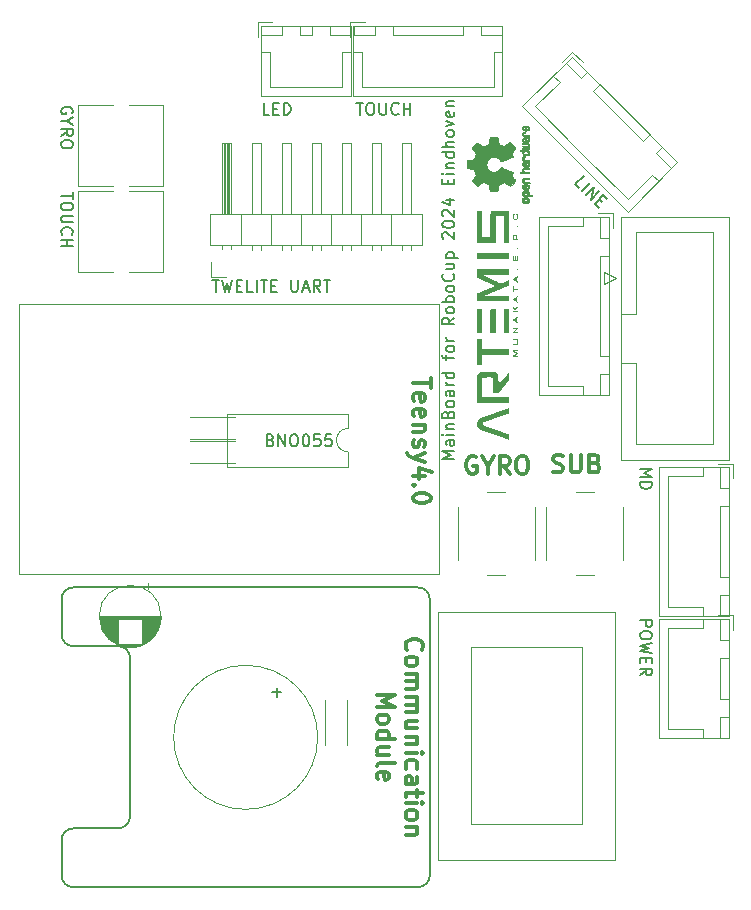
<source format=gbr>
%TF.GenerationSoftware,KiCad,Pcbnew,7.0.9*%
%TF.CreationDate,2024-06-18T04:10:23+09:00*%
%TF.ProjectId,Main,4d61696e-2e6b-4696-9361-645f70636258,rev?*%
%TF.SameCoordinates,Original*%
%TF.FileFunction,Legend,Top*%
%TF.FilePolarity,Positive*%
%FSLAX46Y46*%
G04 Gerber Fmt 4.6, Leading zero omitted, Abs format (unit mm)*
G04 Created by KiCad (PCBNEW 7.0.9) date 2024-06-18 04:10:23*
%MOMM*%
%LPD*%
G01*
G04 APERTURE LIST*
%ADD10C,0.150000*%
%ADD11C,0.200000*%
%ADD12C,0.300000*%
%ADD13C,0.010000*%
%ADD14C,0.120000*%
G04 APERTURE END LIST*
D10*
X154047819Y-85388220D02*
X153047819Y-85388220D01*
X153047819Y-85388220D02*
X153762104Y-85054887D01*
X153762104Y-85054887D02*
X153047819Y-84721554D01*
X153047819Y-84721554D02*
X154047819Y-84721554D01*
X154047819Y-83816792D02*
X153524009Y-83816792D01*
X153524009Y-83816792D02*
X153428771Y-83864411D01*
X153428771Y-83864411D02*
X153381152Y-83959649D01*
X153381152Y-83959649D02*
X153381152Y-84150125D01*
X153381152Y-84150125D02*
X153428771Y-84245363D01*
X154000200Y-83816792D02*
X154047819Y-83912030D01*
X154047819Y-83912030D02*
X154047819Y-84150125D01*
X154047819Y-84150125D02*
X154000200Y-84245363D01*
X154000200Y-84245363D02*
X153904961Y-84292982D01*
X153904961Y-84292982D02*
X153809723Y-84292982D01*
X153809723Y-84292982D02*
X153714485Y-84245363D01*
X153714485Y-84245363D02*
X153666866Y-84150125D01*
X153666866Y-84150125D02*
X153666866Y-83912030D01*
X153666866Y-83912030D02*
X153619247Y-83816792D01*
X154047819Y-83340601D02*
X153381152Y-83340601D01*
X153047819Y-83340601D02*
X153095438Y-83388220D01*
X153095438Y-83388220D02*
X153143057Y-83340601D01*
X153143057Y-83340601D02*
X153095438Y-83292982D01*
X153095438Y-83292982D02*
X153047819Y-83340601D01*
X153047819Y-83340601D02*
X153143057Y-83340601D01*
X153381152Y-82864411D02*
X154047819Y-82864411D01*
X153476390Y-82864411D02*
X153428771Y-82816792D01*
X153428771Y-82816792D02*
X153381152Y-82721554D01*
X153381152Y-82721554D02*
X153381152Y-82578697D01*
X153381152Y-82578697D02*
X153428771Y-82483459D01*
X153428771Y-82483459D02*
X153524009Y-82435840D01*
X153524009Y-82435840D02*
X154047819Y-82435840D01*
X153524009Y-81626316D02*
X153571628Y-81483459D01*
X153571628Y-81483459D02*
X153619247Y-81435840D01*
X153619247Y-81435840D02*
X153714485Y-81388221D01*
X153714485Y-81388221D02*
X153857342Y-81388221D01*
X153857342Y-81388221D02*
X153952580Y-81435840D01*
X153952580Y-81435840D02*
X154000200Y-81483459D01*
X154000200Y-81483459D02*
X154047819Y-81578697D01*
X154047819Y-81578697D02*
X154047819Y-81959649D01*
X154047819Y-81959649D02*
X153047819Y-81959649D01*
X153047819Y-81959649D02*
X153047819Y-81626316D01*
X153047819Y-81626316D02*
X153095438Y-81531078D01*
X153095438Y-81531078D02*
X153143057Y-81483459D01*
X153143057Y-81483459D02*
X153238295Y-81435840D01*
X153238295Y-81435840D02*
X153333533Y-81435840D01*
X153333533Y-81435840D02*
X153428771Y-81483459D01*
X153428771Y-81483459D02*
X153476390Y-81531078D01*
X153476390Y-81531078D02*
X153524009Y-81626316D01*
X153524009Y-81626316D02*
X153524009Y-81959649D01*
X154047819Y-80816792D02*
X154000200Y-80912030D01*
X154000200Y-80912030D02*
X153952580Y-80959649D01*
X153952580Y-80959649D02*
X153857342Y-81007268D01*
X153857342Y-81007268D02*
X153571628Y-81007268D01*
X153571628Y-81007268D02*
X153476390Y-80959649D01*
X153476390Y-80959649D02*
X153428771Y-80912030D01*
X153428771Y-80912030D02*
X153381152Y-80816792D01*
X153381152Y-80816792D02*
X153381152Y-80673935D01*
X153381152Y-80673935D02*
X153428771Y-80578697D01*
X153428771Y-80578697D02*
X153476390Y-80531078D01*
X153476390Y-80531078D02*
X153571628Y-80483459D01*
X153571628Y-80483459D02*
X153857342Y-80483459D01*
X153857342Y-80483459D02*
X153952580Y-80531078D01*
X153952580Y-80531078D02*
X154000200Y-80578697D01*
X154000200Y-80578697D02*
X154047819Y-80673935D01*
X154047819Y-80673935D02*
X154047819Y-80816792D01*
X154047819Y-79626316D02*
X153524009Y-79626316D01*
X153524009Y-79626316D02*
X153428771Y-79673935D01*
X153428771Y-79673935D02*
X153381152Y-79769173D01*
X153381152Y-79769173D02*
X153381152Y-79959649D01*
X153381152Y-79959649D02*
X153428771Y-80054887D01*
X154000200Y-79626316D02*
X154047819Y-79721554D01*
X154047819Y-79721554D02*
X154047819Y-79959649D01*
X154047819Y-79959649D02*
X154000200Y-80054887D01*
X154000200Y-80054887D02*
X153904961Y-80102506D01*
X153904961Y-80102506D02*
X153809723Y-80102506D01*
X153809723Y-80102506D02*
X153714485Y-80054887D01*
X153714485Y-80054887D02*
X153666866Y-79959649D01*
X153666866Y-79959649D02*
X153666866Y-79721554D01*
X153666866Y-79721554D02*
X153619247Y-79626316D01*
X154047819Y-79150125D02*
X153381152Y-79150125D01*
X153571628Y-79150125D02*
X153476390Y-79102506D01*
X153476390Y-79102506D02*
X153428771Y-79054887D01*
X153428771Y-79054887D02*
X153381152Y-78959649D01*
X153381152Y-78959649D02*
X153381152Y-78864411D01*
X154047819Y-78102506D02*
X153047819Y-78102506D01*
X154000200Y-78102506D02*
X154047819Y-78197744D01*
X154047819Y-78197744D02*
X154047819Y-78388220D01*
X154047819Y-78388220D02*
X154000200Y-78483458D01*
X154000200Y-78483458D02*
X153952580Y-78531077D01*
X153952580Y-78531077D02*
X153857342Y-78578696D01*
X153857342Y-78578696D02*
X153571628Y-78578696D01*
X153571628Y-78578696D02*
X153476390Y-78531077D01*
X153476390Y-78531077D02*
X153428771Y-78483458D01*
X153428771Y-78483458D02*
X153381152Y-78388220D01*
X153381152Y-78388220D02*
X153381152Y-78197744D01*
X153381152Y-78197744D02*
X153428771Y-78102506D01*
X153381152Y-77007267D02*
X153381152Y-76626315D01*
X154047819Y-76864410D02*
X153190676Y-76864410D01*
X153190676Y-76864410D02*
X153095438Y-76816791D01*
X153095438Y-76816791D02*
X153047819Y-76721553D01*
X153047819Y-76721553D02*
X153047819Y-76626315D01*
X154047819Y-76150124D02*
X154000200Y-76245362D01*
X154000200Y-76245362D02*
X153952580Y-76292981D01*
X153952580Y-76292981D02*
X153857342Y-76340600D01*
X153857342Y-76340600D02*
X153571628Y-76340600D01*
X153571628Y-76340600D02*
X153476390Y-76292981D01*
X153476390Y-76292981D02*
X153428771Y-76245362D01*
X153428771Y-76245362D02*
X153381152Y-76150124D01*
X153381152Y-76150124D02*
X153381152Y-76007267D01*
X153381152Y-76007267D02*
X153428771Y-75912029D01*
X153428771Y-75912029D02*
X153476390Y-75864410D01*
X153476390Y-75864410D02*
X153571628Y-75816791D01*
X153571628Y-75816791D02*
X153857342Y-75816791D01*
X153857342Y-75816791D02*
X153952580Y-75864410D01*
X153952580Y-75864410D02*
X154000200Y-75912029D01*
X154000200Y-75912029D02*
X154047819Y-76007267D01*
X154047819Y-76007267D02*
X154047819Y-76150124D01*
X154047819Y-75388219D02*
X153381152Y-75388219D01*
X153571628Y-75388219D02*
X153476390Y-75340600D01*
X153476390Y-75340600D02*
X153428771Y-75292981D01*
X153428771Y-75292981D02*
X153381152Y-75197743D01*
X153381152Y-75197743D02*
X153381152Y-75102505D01*
X154047819Y-73435838D02*
X153571628Y-73769171D01*
X154047819Y-74007266D02*
X153047819Y-74007266D01*
X153047819Y-74007266D02*
X153047819Y-73626314D01*
X153047819Y-73626314D02*
X153095438Y-73531076D01*
X153095438Y-73531076D02*
X153143057Y-73483457D01*
X153143057Y-73483457D02*
X153238295Y-73435838D01*
X153238295Y-73435838D02*
X153381152Y-73435838D01*
X153381152Y-73435838D02*
X153476390Y-73483457D01*
X153476390Y-73483457D02*
X153524009Y-73531076D01*
X153524009Y-73531076D02*
X153571628Y-73626314D01*
X153571628Y-73626314D02*
X153571628Y-74007266D01*
X154047819Y-72864409D02*
X154000200Y-72959647D01*
X154000200Y-72959647D02*
X153952580Y-73007266D01*
X153952580Y-73007266D02*
X153857342Y-73054885D01*
X153857342Y-73054885D02*
X153571628Y-73054885D01*
X153571628Y-73054885D02*
X153476390Y-73007266D01*
X153476390Y-73007266D02*
X153428771Y-72959647D01*
X153428771Y-72959647D02*
X153381152Y-72864409D01*
X153381152Y-72864409D02*
X153381152Y-72721552D01*
X153381152Y-72721552D02*
X153428771Y-72626314D01*
X153428771Y-72626314D02*
X153476390Y-72578695D01*
X153476390Y-72578695D02*
X153571628Y-72531076D01*
X153571628Y-72531076D02*
X153857342Y-72531076D01*
X153857342Y-72531076D02*
X153952580Y-72578695D01*
X153952580Y-72578695D02*
X154000200Y-72626314D01*
X154000200Y-72626314D02*
X154047819Y-72721552D01*
X154047819Y-72721552D02*
X154047819Y-72864409D01*
X154047819Y-72102504D02*
X153047819Y-72102504D01*
X153428771Y-72102504D02*
X153381152Y-72007266D01*
X153381152Y-72007266D02*
X153381152Y-71816790D01*
X153381152Y-71816790D02*
X153428771Y-71721552D01*
X153428771Y-71721552D02*
X153476390Y-71673933D01*
X153476390Y-71673933D02*
X153571628Y-71626314D01*
X153571628Y-71626314D02*
X153857342Y-71626314D01*
X153857342Y-71626314D02*
X153952580Y-71673933D01*
X153952580Y-71673933D02*
X154000200Y-71721552D01*
X154000200Y-71721552D02*
X154047819Y-71816790D01*
X154047819Y-71816790D02*
X154047819Y-72007266D01*
X154047819Y-72007266D02*
X154000200Y-72102504D01*
X154047819Y-71054885D02*
X154000200Y-71150123D01*
X154000200Y-71150123D02*
X153952580Y-71197742D01*
X153952580Y-71197742D02*
X153857342Y-71245361D01*
X153857342Y-71245361D02*
X153571628Y-71245361D01*
X153571628Y-71245361D02*
X153476390Y-71197742D01*
X153476390Y-71197742D02*
X153428771Y-71150123D01*
X153428771Y-71150123D02*
X153381152Y-71054885D01*
X153381152Y-71054885D02*
X153381152Y-70912028D01*
X153381152Y-70912028D02*
X153428771Y-70816790D01*
X153428771Y-70816790D02*
X153476390Y-70769171D01*
X153476390Y-70769171D02*
X153571628Y-70721552D01*
X153571628Y-70721552D02*
X153857342Y-70721552D01*
X153857342Y-70721552D02*
X153952580Y-70769171D01*
X153952580Y-70769171D02*
X154000200Y-70816790D01*
X154000200Y-70816790D02*
X154047819Y-70912028D01*
X154047819Y-70912028D02*
X154047819Y-71054885D01*
X153952580Y-69721552D02*
X154000200Y-69769171D01*
X154000200Y-69769171D02*
X154047819Y-69912028D01*
X154047819Y-69912028D02*
X154047819Y-70007266D01*
X154047819Y-70007266D02*
X154000200Y-70150123D01*
X154000200Y-70150123D02*
X153904961Y-70245361D01*
X153904961Y-70245361D02*
X153809723Y-70292980D01*
X153809723Y-70292980D02*
X153619247Y-70340599D01*
X153619247Y-70340599D02*
X153476390Y-70340599D01*
X153476390Y-70340599D02*
X153285914Y-70292980D01*
X153285914Y-70292980D02*
X153190676Y-70245361D01*
X153190676Y-70245361D02*
X153095438Y-70150123D01*
X153095438Y-70150123D02*
X153047819Y-70007266D01*
X153047819Y-70007266D02*
X153047819Y-69912028D01*
X153047819Y-69912028D02*
X153095438Y-69769171D01*
X153095438Y-69769171D02*
X153143057Y-69721552D01*
X153381152Y-68864409D02*
X154047819Y-68864409D01*
X153381152Y-69292980D02*
X153904961Y-69292980D01*
X153904961Y-69292980D02*
X154000200Y-69245361D01*
X154000200Y-69245361D02*
X154047819Y-69150123D01*
X154047819Y-69150123D02*
X154047819Y-69007266D01*
X154047819Y-69007266D02*
X154000200Y-68912028D01*
X154000200Y-68912028D02*
X153952580Y-68864409D01*
X153381152Y-68388218D02*
X154381152Y-68388218D01*
X153428771Y-68388218D02*
X153381152Y-68292980D01*
X153381152Y-68292980D02*
X153381152Y-68102504D01*
X153381152Y-68102504D02*
X153428771Y-68007266D01*
X153428771Y-68007266D02*
X153476390Y-67959647D01*
X153476390Y-67959647D02*
X153571628Y-67912028D01*
X153571628Y-67912028D02*
X153857342Y-67912028D01*
X153857342Y-67912028D02*
X153952580Y-67959647D01*
X153952580Y-67959647D02*
X154000200Y-68007266D01*
X154000200Y-68007266D02*
X154047819Y-68102504D01*
X154047819Y-68102504D02*
X154047819Y-68292980D01*
X154047819Y-68292980D02*
X154000200Y-68388218D01*
X153143057Y-66769170D02*
X153095438Y-66721551D01*
X153095438Y-66721551D02*
X153047819Y-66626313D01*
X153047819Y-66626313D02*
X153047819Y-66388218D01*
X153047819Y-66388218D02*
X153095438Y-66292980D01*
X153095438Y-66292980D02*
X153143057Y-66245361D01*
X153143057Y-66245361D02*
X153238295Y-66197742D01*
X153238295Y-66197742D02*
X153333533Y-66197742D01*
X153333533Y-66197742D02*
X153476390Y-66245361D01*
X153476390Y-66245361D02*
X154047819Y-66816789D01*
X154047819Y-66816789D02*
X154047819Y-66197742D01*
X153047819Y-65578694D02*
X153047819Y-65483456D01*
X153047819Y-65483456D02*
X153095438Y-65388218D01*
X153095438Y-65388218D02*
X153143057Y-65340599D01*
X153143057Y-65340599D02*
X153238295Y-65292980D01*
X153238295Y-65292980D02*
X153428771Y-65245361D01*
X153428771Y-65245361D02*
X153666866Y-65245361D01*
X153666866Y-65245361D02*
X153857342Y-65292980D01*
X153857342Y-65292980D02*
X153952580Y-65340599D01*
X153952580Y-65340599D02*
X154000200Y-65388218D01*
X154000200Y-65388218D02*
X154047819Y-65483456D01*
X154047819Y-65483456D02*
X154047819Y-65578694D01*
X154047819Y-65578694D02*
X154000200Y-65673932D01*
X154000200Y-65673932D02*
X153952580Y-65721551D01*
X153952580Y-65721551D02*
X153857342Y-65769170D01*
X153857342Y-65769170D02*
X153666866Y-65816789D01*
X153666866Y-65816789D02*
X153428771Y-65816789D01*
X153428771Y-65816789D02*
X153238295Y-65769170D01*
X153238295Y-65769170D02*
X153143057Y-65721551D01*
X153143057Y-65721551D02*
X153095438Y-65673932D01*
X153095438Y-65673932D02*
X153047819Y-65578694D01*
X153143057Y-64864408D02*
X153095438Y-64816789D01*
X153095438Y-64816789D02*
X153047819Y-64721551D01*
X153047819Y-64721551D02*
X153047819Y-64483456D01*
X153047819Y-64483456D02*
X153095438Y-64388218D01*
X153095438Y-64388218D02*
X153143057Y-64340599D01*
X153143057Y-64340599D02*
X153238295Y-64292980D01*
X153238295Y-64292980D02*
X153333533Y-64292980D01*
X153333533Y-64292980D02*
X153476390Y-64340599D01*
X153476390Y-64340599D02*
X154047819Y-64912027D01*
X154047819Y-64912027D02*
X154047819Y-64292980D01*
X153381152Y-63435837D02*
X154047819Y-63435837D01*
X153000200Y-63673932D02*
X153714485Y-63912027D01*
X153714485Y-63912027D02*
X153714485Y-63292980D01*
X153524009Y-62150122D02*
X153524009Y-61816789D01*
X154047819Y-61673932D02*
X154047819Y-62150122D01*
X154047819Y-62150122D02*
X153047819Y-62150122D01*
X153047819Y-62150122D02*
X153047819Y-61673932D01*
X154047819Y-61245360D02*
X153381152Y-61245360D01*
X153047819Y-61245360D02*
X153095438Y-61292979D01*
X153095438Y-61292979D02*
X153143057Y-61245360D01*
X153143057Y-61245360D02*
X153095438Y-61197741D01*
X153095438Y-61197741D02*
X153047819Y-61245360D01*
X153047819Y-61245360D02*
X153143057Y-61245360D01*
X153381152Y-60769170D02*
X154047819Y-60769170D01*
X153476390Y-60769170D02*
X153428771Y-60721551D01*
X153428771Y-60721551D02*
X153381152Y-60626313D01*
X153381152Y-60626313D02*
X153381152Y-60483456D01*
X153381152Y-60483456D02*
X153428771Y-60388218D01*
X153428771Y-60388218D02*
X153524009Y-60340599D01*
X153524009Y-60340599D02*
X154047819Y-60340599D01*
X154047819Y-59435837D02*
X153047819Y-59435837D01*
X154000200Y-59435837D02*
X154047819Y-59531075D01*
X154047819Y-59531075D02*
X154047819Y-59721551D01*
X154047819Y-59721551D02*
X154000200Y-59816789D01*
X154000200Y-59816789D02*
X153952580Y-59864408D01*
X153952580Y-59864408D02*
X153857342Y-59912027D01*
X153857342Y-59912027D02*
X153571628Y-59912027D01*
X153571628Y-59912027D02*
X153476390Y-59864408D01*
X153476390Y-59864408D02*
X153428771Y-59816789D01*
X153428771Y-59816789D02*
X153381152Y-59721551D01*
X153381152Y-59721551D02*
X153381152Y-59531075D01*
X153381152Y-59531075D02*
X153428771Y-59435837D01*
X154047819Y-58959646D02*
X153047819Y-58959646D01*
X154047819Y-58531075D02*
X153524009Y-58531075D01*
X153524009Y-58531075D02*
X153428771Y-58578694D01*
X153428771Y-58578694D02*
X153381152Y-58673932D01*
X153381152Y-58673932D02*
X153381152Y-58816789D01*
X153381152Y-58816789D02*
X153428771Y-58912027D01*
X153428771Y-58912027D02*
X153476390Y-58959646D01*
X154047819Y-57912027D02*
X154000200Y-58007265D01*
X154000200Y-58007265D02*
X153952580Y-58054884D01*
X153952580Y-58054884D02*
X153857342Y-58102503D01*
X153857342Y-58102503D02*
X153571628Y-58102503D01*
X153571628Y-58102503D02*
X153476390Y-58054884D01*
X153476390Y-58054884D02*
X153428771Y-58007265D01*
X153428771Y-58007265D02*
X153381152Y-57912027D01*
X153381152Y-57912027D02*
X153381152Y-57769170D01*
X153381152Y-57769170D02*
X153428771Y-57673932D01*
X153428771Y-57673932D02*
X153476390Y-57626313D01*
X153476390Y-57626313D02*
X153571628Y-57578694D01*
X153571628Y-57578694D02*
X153857342Y-57578694D01*
X153857342Y-57578694D02*
X153952580Y-57626313D01*
X153952580Y-57626313D02*
X154000200Y-57673932D01*
X154000200Y-57673932D02*
X154047819Y-57769170D01*
X154047819Y-57769170D02*
X154047819Y-57912027D01*
X153381152Y-57245360D02*
X154047819Y-57007265D01*
X154047819Y-57007265D02*
X153381152Y-56769170D01*
X154000200Y-56007265D02*
X154047819Y-56102503D01*
X154047819Y-56102503D02*
X154047819Y-56292979D01*
X154047819Y-56292979D02*
X154000200Y-56388217D01*
X154000200Y-56388217D02*
X153904961Y-56435836D01*
X153904961Y-56435836D02*
X153524009Y-56435836D01*
X153524009Y-56435836D02*
X153428771Y-56388217D01*
X153428771Y-56388217D02*
X153381152Y-56292979D01*
X153381152Y-56292979D02*
X153381152Y-56102503D01*
X153381152Y-56102503D02*
X153428771Y-56007265D01*
X153428771Y-56007265D02*
X153524009Y-55959646D01*
X153524009Y-55959646D02*
X153619247Y-55959646D01*
X153619247Y-55959646D02*
X153714485Y-56435836D01*
X153381152Y-55531074D02*
X154047819Y-55531074D01*
X153476390Y-55531074D02*
X153428771Y-55483455D01*
X153428771Y-55483455D02*
X153381152Y-55388217D01*
X153381152Y-55388217D02*
X153381152Y-55245360D01*
X153381152Y-55245360D02*
X153428771Y-55150122D01*
X153428771Y-55150122D02*
X153524009Y-55102503D01*
X153524009Y-55102503D02*
X154047819Y-55102503D01*
D11*
X169804780Y-99048673D02*
X170804780Y-99048673D01*
X170804780Y-99048673D02*
X170804780Y-99429625D01*
X170804780Y-99429625D02*
X170757161Y-99524863D01*
X170757161Y-99524863D02*
X170709542Y-99572482D01*
X170709542Y-99572482D02*
X170614304Y-99620101D01*
X170614304Y-99620101D02*
X170471447Y-99620101D01*
X170471447Y-99620101D02*
X170376209Y-99572482D01*
X170376209Y-99572482D02*
X170328590Y-99524863D01*
X170328590Y-99524863D02*
X170280971Y-99429625D01*
X170280971Y-99429625D02*
X170280971Y-99048673D01*
X170804780Y-100239149D02*
X170804780Y-100429625D01*
X170804780Y-100429625D02*
X170757161Y-100524863D01*
X170757161Y-100524863D02*
X170661923Y-100620101D01*
X170661923Y-100620101D02*
X170471447Y-100667720D01*
X170471447Y-100667720D02*
X170138114Y-100667720D01*
X170138114Y-100667720D02*
X169947638Y-100620101D01*
X169947638Y-100620101D02*
X169852400Y-100524863D01*
X169852400Y-100524863D02*
X169804780Y-100429625D01*
X169804780Y-100429625D02*
X169804780Y-100239149D01*
X169804780Y-100239149D02*
X169852400Y-100143911D01*
X169852400Y-100143911D02*
X169947638Y-100048673D01*
X169947638Y-100048673D02*
X170138114Y-100001054D01*
X170138114Y-100001054D02*
X170471447Y-100001054D01*
X170471447Y-100001054D02*
X170661923Y-100048673D01*
X170661923Y-100048673D02*
X170757161Y-100143911D01*
X170757161Y-100143911D02*
X170804780Y-100239149D01*
X170804780Y-101001054D02*
X169804780Y-101239149D01*
X169804780Y-101239149D02*
X170519066Y-101429625D01*
X170519066Y-101429625D02*
X169804780Y-101620101D01*
X169804780Y-101620101D02*
X170804780Y-101858197D01*
X170328590Y-102239149D02*
X170328590Y-102572482D01*
X169804780Y-102715339D02*
X169804780Y-102239149D01*
X169804780Y-102239149D02*
X170804780Y-102239149D01*
X170804780Y-102239149D02*
X170804780Y-102715339D01*
X169804780Y-103715339D02*
X170280971Y-103382006D01*
X169804780Y-103143911D02*
X170804780Y-103143911D01*
X170804780Y-103143911D02*
X170804780Y-103524863D01*
X170804780Y-103524863D02*
X170757161Y-103620101D01*
X170757161Y-103620101D02*
X170709542Y-103667720D01*
X170709542Y-103667720D02*
X170614304Y-103715339D01*
X170614304Y-103715339D02*
X170471447Y-103715339D01*
X170471447Y-103715339D02*
X170376209Y-103667720D01*
X170376209Y-103667720D02*
X170328590Y-103620101D01*
X170328590Y-103620101D02*
X170280971Y-103524863D01*
X170280971Y-103524863D02*
X170280971Y-103143911D01*
X169804780Y-86221673D02*
X170804780Y-86221673D01*
X170804780Y-86221673D02*
X170090495Y-86555006D01*
X170090495Y-86555006D02*
X170804780Y-86888339D01*
X170804780Y-86888339D02*
X169804780Y-86888339D01*
X169804780Y-87364530D02*
X170804780Y-87364530D01*
X170804780Y-87364530D02*
X170804780Y-87602625D01*
X170804780Y-87602625D02*
X170757161Y-87745482D01*
X170757161Y-87745482D02*
X170661923Y-87840720D01*
X170661923Y-87840720D02*
X170566685Y-87888339D01*
X170566685Y-87888339D02*
X170376209Y-87935958D01*
X170376209Y-87935958D02*
X170233352Y-87935958D01*
X170233352Y-87935958D02*
X170042876Y-87888339D01*
X170042876Y-87888339D02*
X169947638Y-87840720D01*
X169947638Y-87840720D02*
X169852400Y-87745482D01*
X169852400Y-87745482D02*
X169804780Y-87602625D01*
X169804780Y-87602625D02*
X169804780Y-87364530D01*
D12*
X152067171Y-78572225D02*
X152067171Y-79429368D01*
X150567171Y-79000796D02*
X152067171Y-79000796D01*
X150638600Y-80500796D02*
X150567171Y-80357939D01*
X150567171Y-80357939D02*
X150567171Y-80072225D01*
X150567171Y-80072225D02*
X150638600Y-79929367D01*
X150638600Y-79929367D02*
X150781457Y-79857939D01*
X150781457Y-79857939D02*
X151352885Y-79857939D01*
X151352885Y-79857939D02*
X151495742Y-79929367D01*
X151495742Y-79929367D02*
X151567171Y-80072225D01*
X151567171Y-80072225D02*
X151567171Y-80357939D01*
X151567171Y-80357939D02*
X151495742Y-80500796D01*
X151495742Y-80500796D02*
X151352885Y-80572225D01*
X151352885Y-80572225D02*
X151210028Y-80572225D01*
X151210028Y-80572225D02*
X151067171Y-79857939D01*
X150638600Y-81786510D02*
X150567171Y-81643653D01*
X150567171Y-81643653D02*
X150567171Y-81357939D01*
X150567171Y-81357939D02*
X150638600Y-81215081D01*
X150638600Y-81215081D02*
X150781457Y-81143653D01*
X150781457Y-81143653D02*
X151352885Y-81143653D01*
X151352885Y-81143653D02*
X151495742Y-81215081D01*
X151495742Y-81215081D02*
X151567171Y-81357939D01*
X151567171Y-81357939D02*
X151567171Y-81643653D01*
X151567171Y-81643653D02*
X151495742Y-81786510D01*
X151495742Y-81786510D02*
X151352885Y-81857939D01*
X151352885Y-81857939D02*
X151210028Y-81857939D01*
X151210028Y-81857939D02*
X151067171Y-81143653D01*
X151567171Y-82500795D02*
X150567171Y-82500795D01*
X151424314Y-82500795D02*
X151495742Y-82572224D01*
X151495742Y-82572224D02*
X151567171Y-82715081D01*
X151567171Y-82715081D02*
X151567171Y-82929367D01*
X151567171Y-82929367D02*
X151495742Y-83072224D01*
X151495742Y-83072224D02*
X151352885Y-83143653D01*
X151352885Y-83143653D02*
X150567171Y-83143653D01*
X150638600Y-83786510D02*
X150567171Y-83929367D01*
X150567171Y-83929367D02*
X150567171Y-84215081D01*
X150567171Y-84215081D02*
X150638600Y-84357938D01*
X150638600Y-84357938D02*
X150781457Y-84429367D01*
X150781457Y-84429367D02*
X150852885Y-84429367D01*
X150852885Y-84429367D02*
X150995742Y-84357938D01*
X150995742Y-84357938D02*
X151067171Y-84215081D01*
X151067171Y-84215081D02*
X151067171Y-84000796D01*
X151067171Y-84000796D02*
X151138600Y-83857938D01*
X151138600Y-83857938D02*
X151281457Y-83786510D01*
X151281457Y-83786510D02*
X151352885Y-83786510D01*
X151352885Y-83786510D02*
X151495742Y-83857938D01*
X151495742Y-83857938D02*
X151567171Y-84000796D01*
X151567171Y-84000796D02*
X151567171Y-84215081D01*
X151567171Y-84215081D02*
X151495742Y-84357938D01*
X151567171Y-84929367D02*
X150567171Y-85286510D01*
X151567171Y-85643653D02*
X150567171Y-85286510D01*
X150567171Y-85286510D02*
X150210028Y-85143653D01*
X150210028Y-85143653D02*
X150138600Y-85072224D01*
X150138600Y-85072224D02*
X150067171Y-84929367D01*
X151567171Y-86857939D02*
X150567171Y-86857939D01*
X152138600Y-86500796D02*
X151067171Y-86143653D01*
X151067171Y-86143653D02*
X151067171Y-87072224D01*
X150710028Y-87643652D02*
X150638600Y-87715081D01*
X150638600Y-87715081D02*
X150567171Y-87643652D01*
X150567171Y-87643652D02*
X150638600Y-87572224D01*
X150638600Y-87572224D02*
X150710028Y-87643652D01*
X150710028Y-87643652D02*
X150567171Y-87643652D01*
X152067171Y-88643653D02*
X152067171Y-88786510D01*
X152067171Y-88786510D02*
X151995742Y-88929367D01*
X151995742Y-88929367D02*
X151924314Y-89000796D01*
X151924314Y-89000796D02*
X151781457Y-89072224D01*
X151781457Y-89072224D02*
X151495742Y-89143653D01*
X151495742Y-89143653D02*
X151138600Y-89143653D01*
X151138600Y-89143653D02*
X150852885Y-89072224D01*
X150852885Y-89072224D02*
X150710028Y-89000796D01*
X150710028Y-89000796D02*
X150638600Y-88929367D01*
X150638600Y-88929367D02*
X150567171Y-88786510D01*
X150567171Y-88786510D02*
X150567171Y-88643653D01*
X150567171Y-88643653D02*
X150638600Y-88500796D01*
X150638600Y-88500796D02*
X150710028Y-88429367D01*
X150710028Y-88429367D02*
X150852885Y-88357938D01*
X150852885Y-88357938D02*
X151138600Y-88286510D01*
X151138600Y-88286510D02*
X151495742Y-88286510D01*
X151495742Y-88286510D02*
X151781457Y-88357938D01*
X151781457Y-88357938D02*
X151924314Y-88429367D01*
X151924314Y-88429367D02*
X151995742Y-88500796D01*
X151995742Y-88500796D02*
X152067171Y-88643653D01*
D11*
X138498006Y-83798409D02*
X138640863Y-83846028D01*
X138640863Y-83846028D02*
X138688482Y-83893647D01*
X138688482Y-83893647D02*
X138736101Y-83988885D01*
X138736101Y-83988885D02*
X138736101Y-84131742D01*
X138736101Y-84131742D02*
X138688482Y-84226980D01*
X138688482Y-84226980D02*
X138640863Y-84274600D01*
X138640863Y-84274600D02*
X138545625Y-84322219D01*
X138545625Y-84322219D02*
X138164673Y-84322219D01*
X138164673Y-84322219D02*
X138164673Y-83322219D01*
X138164673Y-83322219D02*
X138498006Y-83322219D01*
X138498006Y-83322219D02*
X138593244Y-83369838D01*
X138593244Y-83369838D02*
X138640863Y-83417457D01*
X138640863Y-83417457D02*
X138688482Y-83512695D01*
X138688482Y-83512695D02*
X138688482Y-83607933D01*
X138688482Y-83607933D02*
X138640863Y-83703171D01*
X138640863Y-83703171D02*
X138593244Y-83750790D01*
X138593244Y-83750790D02*
X138498006Y-83798409D01*
X138498006Y-83798409D02*
X138164673Y-83798409D01*
X139164673Y-84322219D02*
X139164673Y-83322219D01*
X139164673Y-83322219D02*
X139736101Y-84322219D01*
X139736101Y-84322219D02*
X139736101Y-83322219D01*
X140402768Y-83322219D02*
X140593244Y-83322219D01*
X140593244Y-83322219D02*
X140688482Y-83369838D01*
X140688482Y-83369838D02*
X140783720Y-83465076D01*
X140783720Y-83465076D02*
X140831339Y-83655552D01*
X140831339Y-83655552D02*
X140831339Y-83988885D01*
X140831339Y-83988885D02*
X140783720Y-84179361D01*
X140783720Y-84179361D02*
X140688482Y-84274600D01*
X140688482Y-84274600D02*
X140593244Y-84322219D01*
X140593244Y-84322219D02*
X140402768Y-84322219D01*
X140402768Y-84322219D02*
X140307530Y-84274600D01*
X140307530Y-84274600D02*
X140212292Y-84179361D01*
X140212292Y-84179361D02*
X140164673Y-83988885D01*
X140164673Y-83988885D02*
X140164673Y-83655552D01*
X140164673Y-83655552D02*
X140212292Y-83465076D01*
X140212292Y-83465076D02*
X140307530Y-83369838D01*
X140307530Y-83369838D02*
X140402768Y-83322219D01*
X141450387Y-83322219D02*
X141545625Y-83322219D01*
X141545625Y-83322219D02*
X141640863Y-83369838D01*
X141640863Y-83369838D02*
X141688482Y-83417457D01*
X141688482Y-83417457D02*
X141736101Y-83512695D01*
X141736101Y-83512695D02*
X141783720Y-83703171D01*
X141783720Y-83703171D02*
X141783720Y-83941266D01*
X141783720Y-83941266D02*
X141736101Y-84131742D01*
X141736101Y-84131742D02*
X141688482Y-84226980D01*
X141688482Y-84226980D02*
X141640863Y-84274600D01*
X141640863Y-84274600D02*
X141545625Y-84322219D01*
X141545625Y-84322219D02*
X141450387Y-84322219D01*
X141450387Y-84322219D02*
X141355149Y-84274600D01*
X141355149Y-84274600D02*
X141307530Y-84226980D01*
X141307530Y-84226980D02*
X141259911Y-84131742D01*
X141259911Y-84131742D02*
X141212292Y-83941266D01*
X141212292Y-83941266D02*
X141212292Y-83703171D01*
X141212292Y-83703171D02*
X141259911Y-83512695D01*
X141259911Y-83512695D02*
X141307530Y-83417457D01*
X141307530Y-83417457D02*
X141355149Y-83369838D01*
X141355149Y-83369838D02*
X141450387Y-83322219D01*
X142688482Y-83322219D02*
X142212292Y-83322219D01*
X142212292Y-83322219D02*
X142164673Y-83798409D01*
X142164673Y-83798409D02*
X142212292Y-83750790D01*
X142212292Y-83750790D02*
X142307530Y-83703171D01*
X142307530Y-83703171D02*
X142545625Y-83703171D01*
X142545625Y-83703171D02*
X142640863Y-83750790D01*
X142640863Y-83750790D02*
X142688482Y-83798409D01*
X142688482Y-83798409D02*
X142736101Y-83893647D01*
X142736101Y-83893647D02*
X142736101Y-84131742D01*
X142736101Y-84131742D02*
X142688482Y-84226980D01*
X142688482Y-84226980D02*
X142640863Y-84274600D01*
X142640863Y-84274600D02*
X142545625Y-84322219D01*
X142545625Y-84322219D02*
X142307530Y-84322219D01*
X142307530Y-84322219D02*
X142212292Y-84274600D01*
X142212292Y-84274600D02*
X142164673Y-84226980D01*
X143640863Y-83322219D02*
X143164673Y-83322219D01*
X143164673Y-83322219D02*
X143117054Y-83798409D01*
X143117054Y-83798409D02*
X143164673Y-83750790D01*
X143164673Y-83750790D02*
X143259911Y-83703171D01*
X143259911Y-83703171D02*
X143498006Y-83703171D01*
X143498006Y-83703171D02*
X143593244Y-83750790D01*
X143593244Y-83750790D02*
X143640863Y-83798409D01*
X143640863Y-83798409D02*
X143688482Y-83893647D01*
X143688482Y-83893647D02*
X143688482Y-84131742D01*
X143688482Y-84131742D02*
X143640863Y-84226980D01*
X143640863Y-84226980D02*
X143593244Y-84274600D01*
X143593244Y-84274600D02*
X143498006Y-84322219D01*
X143498006Y-84322219D02*
X143259911Y-84322219D01*
X143259911Y-84322219D02*
X143164673Y-84274600D01*
X143164673Y-84274600D02*
X143117054Y-84226980D01*
X121782780Y-62837816D02*
X121782780Y-63409244D01*
X120782780Y-63123530D02*
X121782780Y-63123530D01*
X121782780Y-63933054D02*
X121782780Y-64123530D01*
X121782780Y-64123530D02*
X121735161Y-64218768D01*
X121735161Y-64218768D02*
X121639923Y-64314006D01*
X121639923Y-64314006D02*
X121449447Y-64361625D01*
X121449447Y-64361625D02*
X121116114Y-64361625D01*
X121116114Y-64361625D02*
X120925638Y-64314006D01*
X120925638Y-64314006D02*
X120830400Y-64218768D01*
X120830400Y-64218768D02*
X120782780Y-64123530D01*
X120782780Y-64123530D02*
X120782780Y-63933054D01*
X120782780Y-63933054D02*
X120830400Y-63837816D01*
X120830400Y-63837816D02*
X120925638Y-63742578D01*
X120925638Y-63742578D02*
X121116114Y-63694959D01*
X121116114Y-63694959D02*
X121449447Y-63694959D01*
X121449447Y-63694959D02*
X121639923Y-63742578D01*
X121639923Y-63742578D02*
X121735161Y-63837816D01*
X121735161Y-63837816D02*
X121782780Y-63933054D01*
X121782780Y-64790197D02*
X120973257Y-64790197D01*
X120973257Y-64790197D02*
X120878019Y-64837816D01*
X120878019Y-64837816D02*
X120830400Y-64885435D01*
X120830400Y-64885435D02*
X120782780Y-64980673D01*
X120782780Y-64980673D02*
X120782780Y-65171149D01*
X120782780Y-65171149D02*
X120830400Y-65266387D01*
X120830400Y-65266387D02*
X120878019Y-65314006D01*
X120878019Y-65314006D02*
X120973257Y-65361625D01*
X120973257Y-65361625D02*
X121782780Y-65361625D01*
X120878019Y-66409244D02*
X120830400Y-66361625D01*
X120830400Y-66361625D02*
X120782780Y-66218768D01*
X120782780Y-66218768D02*
X120782780Y-66123530D01*
X120782780Y-66123530D02*
X120830400Y-65980673D01*
X120830400Y-65980673D02*
X120925638Y-65885435D01*
X120925638Y-65885435D02*
X121020876Y-65837816D01*
X121020876Y-65837816D02*
X121211352Y-65790197D01*
X121211352Y-65790197D02*
X121354209Y-65790197D01*
X121354209Y-65790197D02*
X121544685Y-65837816D01*
X121544685Y-65837816D02*
X121639923Y-65885435D01*
X121639923Y-65885435D02*
X121735161Y-65980673D01*
X121735161Y-65980673D02*
X121782780Y-66123530D01*
X121782780Y-66123530D02*
X121782780Y-66218768D01*
X121782780Y-66218768D02*
X121735161Y-66361625D01*
X121735161Y-66361625D02*
X121687542Y-66409244D01*
X120782780Y-66837816D02*
X121782780Y-66837816D01*
X121306590Y-66837816D02*
X121306590Y-67409244D01*
X120782780Y-67409244D02*
X121782780Y-67409244D01*
X121735161Y-56138482D02*
X121782780Y-56043244D01*
X121782780Y-56043244D02*
X121782780Y-55900387D01*
X121782780Y-55900387D02*
X121735161Y-55757530D01*
X121735161Y-55757530D02*
X121639923Y-55662292D01*
X121639923Y-55662292D02*
X121544685Y-55614673D01*
X121544685Y-55614673D02*
X121354209Y-55567054D01*
X121354209Y-55567054D02*
X121211352Y-55567054D01*
X121211352Y-55567054D02*
X121020876Y-55614673D01*
X121020876Y-55614673D02*
X120925638Y-55662292D01*
X120925638Y-55662292D02*
X120830400Y-55757530D01*
X120830400Y-55757530D02*
X120782780Y-55900387D01*
X120782780Y-55900387D02*
X120782780Y-55995625D01*
X120782780Y-55995625D02*
X120830400Y-56138482D01*
X120830400Y-56138482D02*
X120878019Y-56186101D01*
X120878019Y-56186101D02*
X121211352Y-56186101D01*
X121211352Y-56186101D02*
X121211352Y-55995625D01*
X121258971Y-56805149D02*
X120782780Y-56805149D01*
X121782780Y-56471816D02*
X121258971Y-56805149D01*
X121258971Y-56805149D02*
X121782780Y-57138482D01*
X120782780Y-58043244D02*
X121258971Y-57709911D01*
X120782780Y-57471816D02*
X121782780Y-57471816D01*
X121782780Y-57471816D02*
X121782780Y-57852768D01*
X121782780Y-57852768D02*
X121735161Y-57948006D01*
X121735161Y-57948006D02*
X121687542Y-57995625D01*
X121687542Y-57995625D02*
X121592304Y-58043244D01*
X121592304Y-58043244D02*
X121449447Y-58043244D01*
X121449447Y-58043244D02*
X121354209Y-57995625D01*
X121354209Y-57995625D02*
X121306590Y-57948006D01*
X121306590Y-57948006D02*
X121258971Y-57852768D01*
X121258971Y-57852768D02*
X121258971Y-57471816D01*
X121782780Y-58662292D02*
X121782780Y-58852768D01*
X121782780Y-58852768D02*
X121735161Y-58948006D01*
X121735161Y-58948006D02*
X121639923Y-59043244D01*
X121639923Y-59043244D02*
X121449447Y-59090863D01*
X121449447Y-59090863D02*
X121116114Y-59090863D01*
X121116114Y-59090863D02*
X120925638Y-59043244D01*
X120925638Y-59043244D02*
X120830400Y-58948006D01*
X120830400Y-58948006D02*
X120782780Y-58852768D01*
X120782780Y-58852768D02*
X120782780Y-58662292D01*
X120782780Y-58662292D02*
X120830400Y-58567054D01*
X120830400Y-58567054D02*
X120925638Y-58471816D01*
X120925638Y-58471816D02*
X121116114Y-58424197D01*
X121116114Y-58424197D02*
X121449447Y-58424197D01*
X121449447Y-58424197D02*
X121639923Y-58471816D01*
X121639923Y-58471816D02*
X121735161Y-58567054D01*
X121735161Y-58567054D02*
X121782780Y-58662292D01*
X133576816Y-70241219D02*
X134148244Y-70241219D01*
X133862530Y-71241219D02*
X133862530Y-70241219D01*
X134386340Y-70241219D02*
X134624435Y-71241219D01*
X134624435Y-71241219D02*
X134814911Y-70526933D01*
X134814911Y-70526933D02*
X135005387Y-71241219D01*
X135005387Y-71241219D02*
X135243483Y-70241219D01*
X135624435Y-70717409D02*
X135957768Y-70717409D01*
X136100625Y-71241219D02*
X135624435Y-71241219D01*
X135624435Y-71241219D02*
X135624435Y-70241219D01*
X135624435Y-70241219D02*
X136100625Y-70241219D01*
X137005387Y-71241219D02*
X136529197Y-71241219D01*
X136529197Y-71241219D02*
X136529197Y-70241219D01*
X137338721Y-71241219D02*
X137338721Y-70241219D01*
X137672054Y-70241219D02*
X138243482Y-70241219D01*
X137957768Y-71241219D02*
X137957768Y-70241219D01*
X138576816Y-70717409D02*
X138910149Y-70717409D01*
X139053006Y-71241219D02*
X138576816Y-71241219D01*
X138576816Y-71241219D02*
X138576816Y-70241219D01*
X138576816Y-70241219D02*
X139053006Y-70241219D01*
X140243483Y-70241219D02*
X140243483Y-71050742D01*
X140243483Y-71050742D02*
X140291102Y-71145980D01*
X140291102Y-71145980D02*
X140338721Y-71193600D01*
X140338721Y-71193600D02*
X140433959Y-71241219D01*
X140433959Y-71241219D02*
X140624435Y-71241219D01*
X140624435Y-71241219D02*
X140719673Y-71193600D01*
X140719673Y-71193600D02*
X140767292Y-71145980D01*
X140767292Y-71145980D02*
X140814911Y-71050742D01*
X140814911Y-71050742D02*
X140814911Y-70241219D01*
X141243483Y-70955504D02*
X141719673Y-70955504D01*
X141148245Y-71241219D02*
X141481578Y-70241219D01*
X141481578Y-70241219D02*
X141814911Y-71241219D01*
X142719673Y-71241219D02*
X142386340Y-70765028D01*
X142148245Y-71241219D02*
X142148245Y-70241219D01*
X142148245Y-70241219D02*
X142529197Y-70241219D01*
X142529197Y-70241219D02*
X142624435Y-70288838D01*
X142624435Y-70288838D02*
X142672054Y-70336457D01*
X142672054Y-70336457D02*
X142719673Y-70431695D01*
X142719673Y-70431695D02*
X142719673Y-70574552D01*
X142719673Y-70574552D02*
X142672054Y-70669790D01*
X142672054Y-70669790D02*
X142624435Y-70717409D01*
X142624435Y-70717409D02*
X142529197Y-70765028D01*
X142529197Y-70765028D02*
X142148245Y-70765028D01*
X143005388Y-70241219D02*
X143576816Y-70241219D01*
X143291102Y-71241219D02*
X143291102Y-70241219D01*
X138386863Y-56255219D02*
X137910673Y-56255219D01*
X137910673Y-56255219D02*
X137910673Y-55255219D01*
X138720197Y-55731409D02*
X139053530Y-55731409D01*
X139196387Y-56255219D02*
X138720197Y-56255219D01*
X138720197Y-56255219D02*
X138720197Y-55255219D01*
X138720197Y-55255219D02*
X139196387Y-55255219D01*
X139624959Y-56255219D02*
X139624959Y-55255219D01*
X139624959Y-55255219D02*
X139863054Y-55255219D01*
X139863054Y-55255219D02*
X140005911Y-55302838D01*
X140005911Y-55302838D02*
X140101149Y-55398076D01*
X140101149Y-55398076D02*
X140148768Y-55493314D01*
X140148768Y-55493314D02*
X140196387Y-55683790D01*
X140196387Y-55683790D02*
X140196387Y-55826647D01*
X140196387Y-55826647D02*
X140148768Y-56017123D01*
X140148768Y-56017123D02*
X140101149Y-56112361D01*
X140101149Y-56112361D02*
X140005911Y-56207600D01*
X140005911Y-56207600D02*
X139863054Y-56255219D01*
X139863054Y-56255219D02*
X139624959Y-56255219D01*
X145768816Y-55255219D02*
X146340244Y-55255219D01*
X146054530Y-56255219D02*
X146054530Y-55255219D01*
X146864054Y-55255219D02*
X147054530Y-55255219D01*
X147054530Y-55255219D02*
X147149768Y-55302838D01*
X147149768Y-55302838D02*
X147245006Y-55398076D01*
X147245006Y-55398076D02*
X147292625Y-55588552D01*
X147292625Y-55588552D02*
X147292625Y-55921885D01*
X147292625Y-55921885D02*
X147245006Y-56112361D01*
X147245006Y-56112361D02*
X147149768Y-56207600D01*
X147149768Y-56207600D02*
X147054530Y-56255219D01*
X147054530Y-56255219D02*
X146864054Y-56255219D01*
X146864054Y-56255219D02*
X146768816Y-56207600D01*
X146768816Y-56207600D02*
X146673578Y-56112361D01*
X146673578Y-56112361D02*
X146625959Y-55921885D01*
X146625959Y-55921885D02*
X146625959Y-55588552D01*
X146625959Y-55588552D02*
X146673578Y-55398076D01*
X146673578Y-55398076D02*
X146768816Y-55302838D01*
X146768816Y-55302838D02*
X146864054Y-55255219D01*
X147721197Y-55255219D02*
X147721197Y-56064742D01*
X147721197Y-56064742D02*
X147768816Y-56159980D01*
X147768816Y-56159980D02*
X147816435Y-56207600D01*
X147816435Y-56207600D02*
X147911673Y-56255219D01*
X147911673Y-56255219D02*
X148102149Y-56255219D01*
X148102149Y-56255219D02*
X148197387Y-56207600D01*
X148197387Y-56207600D02*
X148245006Y-56159980D01*
X148245006Y-56159980D02*
X148292625Y-56064742D01*
X148292625Y-56064742D02*
X148292625Y-55255219D01*
X149340244Y-56159980D02*
X149292625Y-56207600D01*
X149292625Y-56207600D02*
X149149768Y-56255219D01*
X149149768Y-56255219D02*
X149054530Y-56255219D01*
X149054530Y-56255219D02*
X148911673Y-56207600D01*
X148911673Y-56207600D02*
X148816435Y-56112361D01*
X148816435Y-56112361D02*
X148768816Y-56017123D01*
X148768816Y-56017123D02*
X148721197Y-55826647D01*
X148721197Y-55826647D02*
X148721197Y-55683790D01*
X148721197Y-55683790D02*
X148768816Y-55493314D01*
X148768816Y-55493314D02*
X148816435Y-55398076D01*
X148816435Y-55398076D02*
X148911673Y-55302838D01*
X148911673Y-55302838D02*
X149054530Y-55255219D01*
X149054530Y-55255219D02*
X149149768Y-55255219D01*
X149149768Y-55255219D02*
X149292625Y-55302838D01*
X149292625Y-55302838D02*
X149340244Y-55350457D01*
X149768816Y-56255219D02*
X149768816Y-55255219D01*
X149768816Y-55731409D02*
X150340244Y-55731409D01*
X150340244Y-56255219D02*
X150340244Y-55255219D01*
X164649006Y-62480225D02*
X164312288Y-62143508D01*
X164312288Y-62143508D02*
X165019395Y-61436401D01*
X164884708Y-62715928D02*
X165591815Y-62008821D01*
X165221425Y-63052645D02*
X165928532Y-62345538D01*
X165928532Y-62345538D02*
X165625486Y-63456706D01*
X165625486Y-63456706D02*
X166332593Y-62749599D01*
X166332593Y-63423034D02*
X166568295Y-63658736D01*
X166298921Y-64130141D02*
X165962204Y-63793423D01*
X165962204Y-63793423D02*
X166669311Y-63086316D01*
X166669311Y-63086316D02*
X167006028Y-63423034D01*
D12*
X162408082Y-86470400D02*
X162622368Y-86541828D01*
X162622368Y-86541828D02*
X162979510Y-86541828D01*
X162979510Y-86541828D02*
X163122368Y-86470400D01*
X163122368Y-86470400D02*
X163193796Y-86398971D01*
X163193796Y-86398971D02*
X163265225Y-86256114D01*
X163265225Y-86256114D02*
X163265225Y-86113257D01*
X163265225Y-86113257D02*
X163193796Y-85970400D01*
X163193796Y-85970400D02*
X163122368Y-85898971D01*
X163122368Y-85898971D02*
X162979510Y-85827542D01*
X162979510Y-85827542D02*
X162693796Y-85756114D01*
X162693796Y-85756114D02*
X162550939Y-85684685D01*
X162550939Y-85684685D02*
X162479510Y-85613257D01*
X162479510Y-85613257D02*
X162408082Y-85470400D01*
X162408082Y-85470400D02*
X162408082Y-85327542D01*
X162408082Y-85327542D02*
X162479510Y-85184685D01*
X162479510Y-85184685D02*
X162550939Y-85113257D01*
X162550939Y-85113257D02*
X162693796Y-85041828D01*
X162693796Y-85041828D02*
X163050939Y-85041828D01*
X163050939Y-85041828D02*
X163265225Y-85113257D01*
X163908081Y-85041828D02*
X163908081Y-86256114D01*
X163908081Y-86256114D02*
X163979510Y-86398971D01*
X163979510Y-86398971D02*
X164050939Y-86470400D01*
X164050939Y-86470400D02*
X164193796Y-86541828D01*
X164193796Y-86541828D02*
X164479510Y-86541828D01*
X164479510Y-86541828D02*
X164622367Y-86470400D01*
X164622367Y-86470400D02*
X164693796Y-86398971D01*
X164693796Y-86398971D02*
X164765224Y-86256114D01*
X164765224Y-86256114D02*
X164765224Y-85041828D01*
X165979510Y-85756114D02*
X166193796Y-85827542D01*
X166193796Y-85827542D02*
X166265225Y-85898971D01*
X166265225Y-85898971D02*
X166336653Y-86041828D01*
X166336653Y-86041828D02*
X166336653Y-86256114D01*
X166336653Y-86256114D02*
X166265225Y-86398971D01*
X166265225Y-86398971D02*
X166193796Y-86470400D01*
X166193796Y-86470400D02*
X166050939Y-86541828D01*
X166050939Y-86541828D02*
X165479510Y-86541828D01*
X165479510Y-86541828D02*
X165479510Y-85041828D01*
X165479510Y-85041828D02*
X165979510Y-85041828D01*
X165979510Y-85041828D02*
X166122368Y-85113257D01*
X166122368Y-85113257D02*
X166193796Y-85184685D01*
X166193796Y-85184685D02*
X166265225Y-85327542D01*
X166265225Y-85327542D02*
X166265225Y-85470400D01*
X166265225Y-85470400D02*
X166193796Y-85613257D01*
X166193796Y-85613257D02*
X166122368Y-85684685D01*
X166122368Y-85684685D02*
X165979510Y-85756114D01*
X165979510Y-85756114D02*
X165479510Y-85756114D01*
X155899225Y-85240257D02*
X155756368Y-85168828D01*
X155756368Y-85168828D02*
X155542082Y-85168828D01*
X155542082Y-85168828D02*
X155327796Y-85240257D01*
X155327796Y-85240257D02*
X155184939Y-85383114D01*
X155184939Y-85383114D02*
X155113510Y-85525971D01*
X155113510Y-85525971D02*
X155042082Y-85811685D01*
X155042082Y-85811685D02*
X155042082Y-86025971D01*
X155042082Y-86025971D02*
X155113510Y-86311685D01*
X155113510Y-86311685D02*
X155184939Y-86454542D01*
X155184939Y-86454542D02*
X155327796Y-86597400D01*
X155327796Y-86597400D02*
X155542082Y-86668828D01*
X155542082Y-86668828D02*
X155684939Y-86668828D01*
X155684939Y-86668828D02*
X155899225Y-86597400D01*
X155899225Y-86597400D02*
X155970653Y-86525971D01*
X155970653Y-86525971D02*
X155970653Y-86025971D01*
X155970653Y-86025971D02*
X155684939Y-86025971D01*
X156899225Y-85954542D02*
X156899225Y-86668828D01*
X156399225Y-85168828D02*
X156899225Y-85954542D01*
X156899225Y-85954542D02*
X157399225Y-85168828D01*
X158756367Y-86668828D02*
X158256367Y-85954542D01*
X157899224Y-86668828D02*
X157899224Y-85168828D01*
X157899224Y-85168828D02*
X158470653Y-85168828D01*
X158470653Y-85168828D02*
X158613510Y-85240257D01*
X158613510Y-85240257D02*
X158684939Y-85311685D01*
X158684939Y-85311685D02*
X158756367Y-85454542D01*
X158756367Y-85454542D02*
X158756367Y-85668828D01*
X158756367Y-85668828D02*
X158684939Y-85811685D01*
X158684939Y-85811685D02*
X158613510Y-85883114D01*
X158613510Y-85883114D02*
X158470653Y-85954542D01*
X158470653Y-85954542D02*
X157899224Y-85954542D01*
X159684939Y-85168828D02*
X159970653Y-85168828D01*
X159970653Y-85168828D02*
X160113510Y-85240257D01*
X160113510Y-85240257D02*
X160256367Y-85383114D01*
X160256367Y-85383114D02*
X160327796Y-85668828D01*
X160327796Y-85668828D02*
X160327796Y-86168828D01*
X160327796Y-86168828D02*
X160256367Y-86454542D01*
X160256367Y-86454542D02*
X160113510Y-86597400D01*
X160113510Y-86597400D02*
X159970653Y-86668828D01*
X159970653Y-86668828D02*
X159684939Y-86668828D01*
X159684939Y-86668828D02*
X159542082Y-86597400D01*
X159542082Y-86597400D02*
X159399224Y-86454542D01*
X159399224Y-86454542D02*
X159327796Y-86168828D01*
X159327796Y-86168828D02*
X159327796Y-85668828D01*
X159327796Y-85668828D02*
X159399224Y-85383114D01*
X159399224Y-85383114D02*
X159542082Y-85240257D01*
X159542082Y-85240257D02*
X159684939Y-85168828D01*
X150077028Y-101573142D02*
X150005600Y-101501714D01*
X150005600Y-101501714D02*
X149934171Y-101287428D01*
X149934171Y-101287428D02*
X149934171Y-101144571D01*
X149934171Y-101144571D02*
X150005600Y-100930285D01*
X150005600Y-100930285D02*
X150148457Y-100787428D01*
X150148457Y-100787428D02*
X150291314Y-100715999D01*
X150291314Y-100715999D02*
X150577028Y-100644571D01*
X150577028Y-100644571D02*
X150791314Y-100644571D01*
X150791314Y-100644571D02*
X151077028Y-100715999D01*
X151077028Y-100715999D02*
X151219885Y-100787428D01*
X151219885Y-100787428D02*
X151362742Y-100930285D01*
X151362742Y-100930285D02*
X151434171Y-101144571D01*
X151434171Y-101144571D02*
X151434171Y-101287428D01*
X151434171Y-101287428D02*
X151362742Y-101501714D01*
X151362742Y-101501714D02*
X151291314Y-101573142D01*
X149934171Y-102430285D02*
X150005600Y-102287428D01*
X150005600Y-102287428D02*
X150077028Y-102215999D01*
X150077028Y-102215999D02*
X150219885Y-102144571D01*
X150219885Y-102144571D02*
X150648457Y-102144571D01*
X150648457Y-102144571D02*
X150791314Y-102215999D01*
X150791314Y-102215999D02*
X150862742Y-102287428D01*
X150862742Y-102287428D02*
X150934171Y-102430285D01*
X150934171Y-102430285D02*
X150934171Y-102644571D01*
X150934171Y-102644571D02*
X150862742Y-102787428D01*
X150862742Y-102787428D02*
X150791314Y-102858857D01*
X150791314Y-102858857D02*
X150648457Y-102930285D01*
X150648457Y-102930285D02*
X150219885Y-102930285D01*
X150219885Y-102930285D02*
X150077028Y-102858857D01*
X150077028Y-102858857D02*
X150005600Y-102787428D01*
X150005600Y-102787428D02*
X149934171Y-102644571D01*
X149934171Y-102644571D02*
X149934171Y-102430285D01*
X149934171Y-103573142D02*
X150934171Y-103573142D01*
X150791314Y-103573142D02*
X150862742Y-103644571D01*
X150862742Y-103644571D02*
X150934171Y-103787428D01*
X150934171Y-103787428D02*
X150934171Y-104001714D01*
X150934171Y-104001714D02*
X150862742Y-104144571D01*
X150862742Y-104144571D02*
X150719885Y-104216000D01*
X150719885Y-104216000D02*
X149934171Y-104216000D01*
X150719885Y-104216000D02*
X150862742Y-104287428D01*
X150862742Y-104287428D02*
X150934171Y-104430285D01*
X150934171Y-104430285D02*
X150934171Y-104644571D01*
X150934171Y-104644571D02*
X150862742Y-104787428D01*
X150862742Y-104787428D02*
X150719885Y-104858857D01*
X150719885Y-104858857D02*
X149934171Y-104858857D01*
X149934171Y-105573142D02*
X150934171Y-105573142D01*
X150791314Y-105573142D02*
X150862742Y-105644571D01*
X150862742Y-105644571D02*
X150934171Y-105787428D01*
X150934171Y-105787428D02*
X150934171Y-106001714D01*
X150934171Y-106001714D02*
X150862742Y-106144571D01*
X150862742Y-106144571D02*
X150719885Y-106216000D01*
X150719885Y-106216000D02*
X149934171Y-106216000D01*
X150719885Y-106216000D02*
X150862742Y-106287428D01*
X150862742Y-106287428D02*
X150934171Y-106430285D01*
X150934171Y-106430285D02*
X150934171Y-106644571D01*
X150934171Y-106644571D02*
X150862742Y-106787428D01*
X150862742Y-106787428D02*
X150719885Y-106858857D01*
X150719885Y-106858857D02*
X149934171Y-106858857D01*
X150934171Y-108216000D02*
X149934171Y-108216000D01*
X150934171Y-107573142D02*
X150148457Y-107573142D01*
X150148457Y-107573142D02*
X150005600Y-107644571D01*
X150005600Y-107644571D02*
X149934171Y-107787428D01*
X149934171Y-107787428D02*
X149934171Y-108001714D01*
X149934171Y-108001714D02*
X150005600Y-108144571D01*
X150005600Y-108144571D02*
X150077028Y-108216000D01*
X150934171Y-108930285D02*
X149934171Y-108930285D01*
X150791314Y-108930285D02*
X150862742Y-109001714D01*
X150862742Y-109001714D02*
X150934171Y-109144571D01*
X150934171Y-109144571D02*
X150934171Y-109358857D01*
X150934171Y-109358857D02*
X150862742Y-109501714D01*
X150862742Y-109501714D02*
X150719885Y-109573143D01*
X150719885Y-109573143D02*
X149934171Y-109573143D01*
X149934171Y-110287428D02*
X150934171Y-110287428D01*
X151434171Y-110287428D02*
X151362742Y-110216000D01*
X151362742Y-110216000D02*
X151291314Y-110287428D01*
X151291314Y-110287428D02*
X151362742Y-110358857D01*
X151362742Y-110358857D02*
X151434171Y-110287428D01*
X151434171Y-110287428D02*
X151291314Y-110287428D01*
X150005600Y-111644572D02*
X149934171Y-111501714D01*
X149934171Y-111501714D02*
X149934171Y-111216000D01*
X149934171Y-111216000D02*
X150005600Y-111073143D01*
X150005600Y-111073143D02*
X150077028Y-111001714D01*
X150077028Y-111001714D02*
X150219885Y-110930286D01*
X150219885Y-110930286D02*
X150648457Y-110930286D01*
X150648457Y-110930286D02*
X150791314Y-111001714D01*
X150791314Y-111001714D02*
X150862742Y-111073143D01*
X150862742Y-111073143D02*
X150934171Y-111216000D01*
X150934171Y-111216000D02*
X150934171Y-111501714D01*
X150934171Y-111501714D02*
X150862742Y-111644572D01*
X149934171Y-112930286D02*
X150719885Y-112930286D01*
X150719885Y-112930286D02*
X150862742Y-112858857D01*
X150862742Y-112858857D02*
X150934171Y-112716000D01*
X150934171Y-112716000D02*
X150934171Y-112430286D01*
X150934171Y-112430286D02*
X150862742Y-112287428D01*
X150005600Y-112930286D02*
X149934171Y-112787428D01*
X149934171Y-112787428D02*
X149934171Y-112430286D01*
X149934171Y-112430286D02*
X150005600Y-112287428D01*
X150005600Y-112287428D02*
X150148457Y-112216000D01*
X150148457Y-112216000D02*
X150291314Y-112216000D01*
X150291314Y-112216000D02*
X150434171Y-112287428D01*
X150434171Y-112287428D02*
X150505600Y-112430286D01*
X150505600Y-112430286D02*
X150505600Y-112787428D01*
X150505600Y-112787428D02*
X150577028Y-112930286D01*
X150934171Y-113430286D02*
X150934171Y-114001714D01*
X151434171Y-113644571D02*
X150148457Y-113644571D01*
X150148457Y-113644571D02*
X150005600Y-113716000D01*
X150005600Y-113716000D02*
X149934171Y-113858857D01*
X149934171Y-113858857D02*
X149934171Y-114001714D01*
X149934171Y-114501714D02*
X150934171Y-114501714D01*
X151434171Y-114501714D02*
X151362742Y-114430286D01*
X151362742Y-114430286D02*
X151291314Y-114501714D01*
X151291314Y-114501714D02*
X151362742Y-114573143D01*
X151362742Y-114573143D02*
X151434171Y-114501714D01*
X151434171Y-114501714D02*
X151291314Y-114501714D01*
X149934171Y-115430286D02*
X150005600Y-115287429D01*
X150005600Y-115287429D02*
X150077028Y-115216000D01*
X150077028Y-115216000D02*
X150219885Y-115144572D01*
X150219885Y-115144572D02*
X150648457Y-115144572D01*
X150648457Y-115144572D02*
X150791314Y-115216000D01*
X150791314Y-115216000D02*
X150862742Y-115287429D01*
X150862742Y-115287429D02*
X150934171Y-115430286D01*
X150934171Y-115430286D02*
X150934171Y-115644572D01*
X150934171Y-115644572D02*
X150862742Y-115787429D01*
X150862742Y-115787429D02*
X150791314Y-115858858D01*
X150791314Y-115858858D02*
X150648457Y-115930286D01*
X150648457Y-115930286D02*
X150219885Y-115930286D01*
X150219885Y-115930286D02*
X150077028Y-115858858D01*
X150077028Y-115858858D02*
X150005600Y-115787429D01*
X150005600Y-115787429D02*
X149934171Y-115644572D01*
X149934171Y-115644572D02*
X149934171Y-115430286D01*
X150934171Y-116573143D02*
X149934171Y-116573143D01*
X150791314Y-116573143D02*
X150862742Y-116644572D01*
X150862742Y-116644572D02*
X150934171Y-116787429D01*
X150934171Y-116787429D02*
X150934171Y-117001715D01*
X150934171Y-117001715D02*
X150862742Y-117144572D01*
X150862742Y-117144572D02*
X150719885Y-117216001D01*
X150719885Y-117216001D02*
X149934171Y-117216001D01*
X147519171Y-105394571D02*
X149019171Y-105394571D01*
X149019171Y-105394571D02*
X147947742Y-105894571D01*
X147947742Y-105894571D02*
X149019171Y-106394571D01*
X149019171Y-106394571D02*
X147519171Y-106394571D01*
X147519171Y-107323143D02*
X147590600Y-107180286D01*
X147590600Y-107180286D02*
X147662028Y-107108857D01*
X147662028Y-107108857D02*
X147804885Y-107037429D01*
X147804885Y-107037429D02*
X148233457Y-107037429D01*
X148233457Y-107037429D02*
X148376314Y-107108857D01*
X148376314Y-107108857D02*
X148447742Y-107180286D01*
X148447742Y-107180286D02*
X148519171Y-107323143D01*
X148519171Y-107323143D02*
X148519171Y-107537429D01*
X148519171Y-107537429D02*
X148447742Y-107680286D01*
X148447742Y-107680286D02*
X148376314Y-107751715D01*
X148376314Y-107751715D02*
X148233457Y-107823143D01*
X148233457Y-107823143D02*
X147804885Y-107823143D01*
X147804885Y-107823143D02*
X147662028Y-107751715D01*
X147662028Y-107751715D02*
X147590600Y-107680286D01*
X147590600Y-107680286D02*
X147519171Y-107537429D01*
X147519171Y-107537429D02*
X147519171Y-107323143D01*
X147519171Y-109108858D02*
X149019171Y-109108858D01*
X147590600Y-109108858D02*
X147519171Y-108966000D01*
X147519171Y-108966000D02*
X147519171Y-108680286D01*
X147519171Y-108680286D02*
X147590600Y-108537429D01*
X147590600Y-108537429D02*
X147662028Y-108466000D01*
X147662028Y-108466000D02*
X147804885Y-108394572D01*
X147804885Y-108394572D02*
X148233457Y-108394572D01*
X148233457Y-108394572D02*
X148376314Y-108466000D01*
X148376314Y-108466000D02*
X148447742Y-108537429D01*
X148447742Y-108537429D02*
X148519171Y-108680286D01*
X148519171Y-108680286D02*
X148519171Y-108966000D01*
X148519171Y-108966000D02*
X148447742Y-109108858D01*
X148519171Y-110466001D02*
X147519171Y-110466001D01*
X148519171Y-109823143D02*
X147733457Y-109823143D01*
X147733457Y-109823143D02*
X147590600Y-109894572D01*
X147590600Y-109894572D02*
X147519171Y-110037429D01*
X147519171Y-110037429D02*
X147519171Y-110251715D01*
X147519171Y-110251715D02*
X147590600Y-110394572D01*
X147590600Y-110394572D02*
X147662028Y-110466001D01*
X147519171Y-111394572D02*
X147590600Y-111251715D01*
X147590600Y-111251715D02*
X147733457Y-111180286D01*
X147733457Y-111180286D02*
X149019171Y-111180286D01*
X147590600Y-112537429D02*
X147519171Y-112394572D01*
X147519171Y-112394572D02*
X147519171Y-112108858D01*
X147519171Y-112108858D02*
X147590600Y-111966000D01*
X147590600Y-111966000D02*
X147733457Y-111894572D01*
X147733457Y-111894572D02*
X148304885Y-111894572D01*
X148304885Y-111894572D02*
X148447742Y-111966000D01*
X148447742Y-111966000D02*
X148519171Y-112108858D01*
X148519171Y-112108858D02*
X148519171Y-112394572D01*
X148519171Y-112394572D02*
X148447742Y-112537429D01*
X148447742Y-112537429D02*
X148304885Y-112608858D01*
X148304885Y-112608858D02*
X148162028Y-112608858D01*
X148162028Y-112608858D02*
X148019171Y-111894572D01*
D10*
X139011866Y-105536951D02*
X139011866Y-104775047D01*
X139392819Y-105155999D02*
X138630914Y-105155999D01*
%TO.C,REF\u002A\u002A*%
D13*
X160372127Y-58712674D02*
X160400429Y-58744325D01*
X160411893Y-58772110D01*
X160411168Y-58810085D01*
X160409321Y-58825160D01*
X160403948Y-58872274D01*
X160400869Y-58911244D01*
X160400585Y-58920743D01*
X160402445Y-58952767D01*
X160407114Y-58998568D01*
X160409321Y-59016326D01*
X160412735Y-59059943D01*
X160405320Y-59089255D01*
X160382427Y-59118320D01*
X160372127Y-59128812D01*
X160326196Y-59174743D01*
X159839602Y-59174743D01*
X159822758Y-59137774D01*
X159810282Y-59105941D01*
X159805914Y-59087317D01*
X159819718Y-59082542D01*
X159858286Y-59078079D01*
X159917356Y-59074225D01*
X159992663Y-59071278D01*
X160056286Y-59069857D01*
X160306657Y-59065886D01*
X160311556Y-59031241D01*
X160308131Y-58999732D01*
X160297041Y-58984292D01*
X160276308Y-58979977D01*
X160232145Y-58976292D01*
X160170146Y-58973531D01*
X160095909Y-58971988D01*
X160057706Y-58971765D01*
X159837783Y-58971543D01*
X159821849Y-58925834D01*
X159811015Y-58893482D01*
X159805962Y-58875885D01*
X159805914Y-58875377D01*
X159819648Y-58873612D01*
X159857730Y-58871671D01*
X159915482Y-58869718D01*
X159988227Y-58867916D01*
X160056286Y-58866657D01*
X160306657Y-58862686D01*
X160306657Y-58775600D01*
X160078240Y-58771604D01*
X159849822Y-58767608D01*
X159827868Y-58725153D01*
X159812793Y-58693808D01*
X159805951Y-58675256D01*
X159805914Y-58674721D01*
X159819663Y-58672167D01*
X159857850Y-58669952D01*
X159915886Y-58668216D01*
X159989180Y-58667101D01*
X160066055Y-58666743D01*
X160326196Y-58666743D01*
X160372127Y-58712674D01*
G36*
X160372127Y-58712674D02*
G01*
X160400429Y-58744325D01*
X160411893Y-58772110D01*
X160411168Y-58810085D01*
X160409321Y-58825160D01*
X160403948Y-58872274D01*
X160400869Y-58911244D01*
X160400585Y-58920743D01*
X160402445Y-58952767D01*
X160407114Y-58998568D01*
X160409321Y-59016326D01*
X160412735Y-59059943D01*
X160405320Y-59089255D01*
X160382427Y-59118320D01*
X160372127Y-59128812D01*
X160326196Y-59174743D01*
X159839602Y-59174743D01*
X159822758Y-59137774D01*
X159810282Y-59105941D01*
X159805914Y-59087317D01*
X159819718Y-59082542D01*
X159858286Y-59078079D01*
X159917356Y-59074225D01*
X159992663Y-59071278D01*
X160056286Y-59069857D01*
X160306657Y-59065886D01*
X160311556Y-59031241D01*
X160308131Y-58999732D01*
X160297041Y-58984292D01*
X160276308Y-58979977D01*
X160232145Y-58976292D01*
X160170146Y-58973531D01*
X160095909Y-58971988D01*
X160057706Y-58971765D01*
X159837783Y-58971543D01*
X159821849Y-58925834D01*
X159811015Y-58893482D01*
X159805962Y-58875885D01*
X159805914Y-58875377D01*
X159819648Y-58873612D01*
X159857730Y-58871671D01*
X159915482Y-58869718D01*
X159988227Y-58867916D01*
X160056286Y-58866657D01*
X160306657Y-58862686D01*
X160306657Y-58775600D01*
X160078240Y-58771604D01*
X159849822Y-58767608D01*
X159827868Y-58725153D01*
X159812793Y-58693808D01*
X159805951Y-58675256D01*
X159805914Y-58674721D01*
X159819663Y-58672167D01*
X159857850Y-58669952D01*
X159915886Y-58668216D01*
X159989180Y-58667101D01*
X160066055Y-58666743D01*
X160326196Y-58666743D01*
X160372127Y-58712674D01*
G37*
X160190552Y-63258573D02*
X160255342Y-63269730D01*
X160301873Y-63286286D01*
X160309887Y-63291374D01*
X160369707Y-63351645D01*
X160405535Y-63423231D01*
X160416020Y-63500908D01*
X160399810Y-63579452D01*
X160390092Y-63601311D01*
X160360143Y-63643878D01*
X160320433Y-63681237D01*
X160315397Y-63684768D01*
X160291124Y-63699119D01*
X160265178Y-63708606D01*
X160231022Y-63714210D01*
X160182119Y-63716914D01*
X160111935Y-63717701D01*
X160096200Y-63717714D01*
X160091192Y-63717678D01*
X160021413Y-63717174D01*
X159969159Y-63714904D01*
X159932949Y-63709932D01*
X159906299Y-63701287D01*
X159882722Y-63687995D01*
X159878338Y-63685057D01*
X159819249Y-63635687D01*
X159784947Y-63581891D01*
X159771331Y-63516398D01*
X159770665Y-63494158D01*
X159771426Y-63489008D01*
X159907514Y-63489008D01*
X159913152Y-63524636D01*
X159932686Y-63549006D01*
X159970042Y-63563907D01*
X160029150Y-63571125D01*
X160091192Y-63572571D01*
X160157430Y-63571727D01*
X160201386Y-63568404D01*
X160229779Y-63561417D01*
X160249325Y-63549584D01*
X160255857Y-63543543D01*
X160280680Y-63508814D01*
X160279548Y-63475097D01*
X160258016Y-63441005D01*
X160235029Y-63420671D01*
X160201478Y-63408629D01*
X160148569Y-63401866D01*
X160142399Y-63401402D01*
X160046513Y-63400248D01*
X159975299Y-63412312D01*
X159929194Y-63437430D01*
X159908635Y-63475440D01*
X159907514Y-63489008D01*
X159771426Y-63489008D01*
X159782962Y-63410885D01*
X159818733Y-63342855D01*
X159876301Y-63292649D01*
X159913312Y-63274815D01*
X159968882Y-63260937D01*
X160039096Y-63253833D01*
X160115727Y-63253160D01*
X160190552Y-63258573D01*
G36*
X160190552Y-63258573D02*
G01*
X160255342Y-63269730D01*
X160301873Y-63286286D01*
X160309887Y-63291374D01*
X160369707Y-63351645D01*
X160405535Y-63423231D01*
X160416020Y-63500908D01*
X160399810Y-63579452D01*
X160390092Y-63601311D01*
X160360143Y-63643878D01*
X160320433Y-63681237D01*
X160315397Y-63684768D01*
X160291124Y-63699119D01*
X160265178Y-63708606D01*
X160231022Y-63714210D01*
X160182119Y-63716914D01*
X160111935Y-63717701D01*
X160096200Y-63717714D01*
X160091192Y-63717678D01*
X160021413Y-63717174D01*
X159969159Y-63714904D01*
X159932949Y-63709932D01*
X159906299Y-63701287D01*
X159882722Y-63687995D01*
X159878338Y-63685057D01*
X159819249Y-63635687D01*
X159784947Y-63581891D01*
X159771331Y-63516398D01*
X159770665Y-63494158D01*
X159771426Y-63489008D01*
X159907514Y-63489008D01*
X159913152Y-63524636D01*
X159932686Y-63549006D01*
X159970042Y-63563907D01*
X160029150Y-63571125D01*
X160091192Y-63572571D01*
X160157430Y-63571727D01*
X160201386Y-63568404D01*
X160229779Y-63561417D01*
X160249325Y-63549584D01*
X160255857Y-63543543D01*
X160280680Y-63508814D01*
X160279548Y-63475097D01*
X160258016Y-63441005D01*
X160235029Y-63420671D01*
X160201478Y-63408629D01*
X160148569Y-63401866D01*
X160142399Y-63401402D01*
X160046513Y-63400248D01*
X159975299Y-63412312D01*
X159929194Y-63437430D01*
X159908635Y-63475440D01*
X159907514Y-63489008D01*
X159771426Y-63489008D01*
X159782962Y-63410885D01*
X159818733Y-63342855D01*
X159876301Y-63292649D01*
X159913312Y-63274815D01*
X159968882Y-63260937D01*
X160039096Y-63253833D01*
X160115727Y-63253160D01*
X160190552Y-63258573D01*
G37*
X160261283Y-57190128D02*
X160296969Y-57205177D01*
X160337943Y-57236720D01*
X160343267Y-57241408D01*
X160379720Y-57276494D01*
X160399283Y-57306653D01*
X160408283Y-57344385D01*
X160411230Y-57375665D01*
X160411965Y-57431615D01*
X160402660Y-57471445D01*
X160388846Y-57496292D01*
X160358467Y-57535344D01*
X160325613Y-57562375D01*
X160284294Y-57579483D01*
X160228521Y-57588762D01*
X160152305Y-57592307D01*
X160113622Y-57592590D01*
X160067247Y-57591628D01*
X160023249Y-57590715D01*
X159956384Y-57583804D01*
X159907695Y-57570116D01*
X159871849Y-57547904D01*
X159843513Y-57515426D01*
X159834355Y-57501267D01*
X159810507Y-57436947D01*
X159809135Y-57372590D01*
X159907364Y-57372590D01*
X159911122Y-57421678D01*
X159938884Y-57462773D01*
X159988152Y-57491242D01*
X160027257Y-57500369D01*
X160067247Y-57503993D01*
X160092126Y-57502977D01*
X160096200Y-57500444D01*
X160090665Y-57483726D01*
X160076017Y-57447751D01*
X160055190Y-57399669D01*
X160050714Y-57389614D01*
X160019814Y-57328848D01*
X159992657Y-57295368D01*
X159967220Y-57288010D01*
X159941481Y-57305609D01*
X159930109Y-57320144D01*
X159907364Y-57372590D01*
X159809135Y-57372590D01*
X159809006Y-57366527D01*
X159827966Y-57298405D01*
X159865497Y-57240979D01*
X159899096Y-57213281D01*
X159960064Y-57191338D01*
X160008308Y-57189595D01*
X160072816Y-57193543D01*
X160137934Y-57342314D01*
X160171202Y-57414651D01*
X160197964Y-57461916D01*
X160221144Y-57486493D01*
X160243667Y-57490763D01*
X160268455Y-57477111D01*
X160284886Y-57462057D01*
X160311235Y-57418254D01*
X160313081Y-57370611D01*
X160292546Y-57326855D01*
X160251752Y-57294711D01*
X160237347Y-57288962D01*
X160192356Y-57261424D01*
X160173182Y-57229742D01*
X160156779Y-57186286D01*
X160218966Y-57186286D01*
X160261283Y-57190128D01*
G36*
X160261283Y-57190128D02*
G01*
X160296969Y-57205177D01*
X160337943Y-57236720D01*
X160343267Y-57241408D01*
X160379720Y-57276494D01*
X160399283Y-57306653D01*
X160408283Y-57344385D01*
X160411230Y-57375665D01*
X160411965Y-57431615D01*
X160402660Y-57471445D01*
X160388846Y-57496292D01*
X160358467Y-57535344D01*
X160325613Y-57562375D01*
X160284294Y-57579483D01*
X160228521Y-57588762D01*
X160152305Y-57592307D01*
X160113622Y-57592590D01*
X160067247Y-57591628D01*
X160023249Y-57590715D01*
X159956384Y-57583804D01*
X159907695Y-57570116D01*
X159871849Y-57547904D01*
X159843513Y-57515426D01*
X159834355Y-57501267D01*
X159810507Y-57436947D01*
X159809135Y-57372590D01*
X159907364Y-57372590D01*
X159911122Y-57421678D01*
X159938884Y-57462773D01*
X159988152Y-57491242D01*
X160027257Y-57500369D01*
X160067247Y-57503993D01*
X160092126Y-57502977D01*
X160096200Y-57500444D01*
X160090665Y-57483726D01*
X160076017Y-57447751D01*
X160055190Y-57399669D01*
X160050714Y-57389614D01*
X160019814Y-57328848D01*
X159992657Y-57295368D01*
X159967220Y-57288010D01*
X159941481Y-57305609D01*
X159930109Y-57320144D01*
X159907364Y-57372590D01*
X159809135Y-57372590D01*
X159809006Y-57366527D01*
X159827966Y-57298405D01*
X159865497Y-57240979D01*
X159899096Y-57213281D01*
X159960064Y-57191338D01*
X160008308Y-57189595D01*
X160072816Y-57193543D01*
X160137934Y-57342314D01*
X160171202Y-57414651D01*
X160197964Y-57461916D01*
X160221144Y-57486493D01*
X160243667Y-57490763D01*
X160268455Y-57477111D01*
X160284886Y-57462057D01*
X160311235Y-57418254D01*
X160313081Y-57370611D01*
X160292546Y-57326855D01*
X160251752Y-57294711D01*
X160237347Y-57288962D01*
X160192356Y-57261424D01*
X160173182Y-57229742D01*
X160156779Y-57186286D01*
X160218966Y-57186286D01*
X160261283Y-57190128D01*
G37*
X160401044Y-61660314D02*
X160428697Y-61722000D01*
X160188670Y-61729257D01*
X160099028Y-61732256D01*
X160033962Y-61735402D01*
X159989026Y-61739299D01*
X159959770Y-61744553D01*
X159941748Y-61751769D01*
X159930511Y-61761550D01*
X159928079Y-61764688D01*
X159909083Y-61812239D01*
X159916600Y-61860303D01*
X159936543Y-61888914D01*
X159950675Y-61900553D01*
X159969220Y-61908609D01*
X159997334Y-61913729D01*
X160040173Y-61916559D01*
X160102895Y-61917744D01*
X160168261Y-61917943D01*
X160250268Y-61917982D01*
X160308316Y-61919386D01*
X160347465Y-61924086D01*
X160372780Y-61934013D01*
X160389323Y-61951097D01*
X160402156Y-61977268D01*
X160415491Y-62012225D01*
X160430007Y-62050404D01*
X160172389Y-62045859D01*
X160079519Y-62044029D01*
X160010889Y-62041888D01*
X159961711Y-62038819D01*
X159927198Y-62034206D01*
X159902562Y-62027432D01*
X159883016Y-62017881D01*
X159865770Y-62006366D01*
X159810680Y-61950810D01*
X159778822Y-61883020D01*
X159771191Y-61809287D01*
X159788780Y-61735907D01*
X159815723Y-61689328D01*
X159842466Y-61656943D01*
X159870484Y-61633258D01*
X159904748Y-61616941D01*
X159950227Y-61606661D01*
X160011892Y-61601086D01*
X160094711Y-61598884D01*
X160154246Y-61598629D01*
X160373391Y-61598629D01*
X160401044Y-61660314D01*
G36*
X160401044Y-61660314D02*
G01*
X160428697Y-61722000D01*
X160188670Y-61729257D01*
X160099028Y-61732256D01*
X160033962Y-61735402D01*
X159989026Y-61739299D01*
X159959770Y-61744553D01*
X159941748Y-61751769D01*
X159930511Y-61761550D01*
X159928079Y-61764688D01*
X159909083Y-61812239D01*
X159916600Y-61860303D01*
X159936543Y-61888914D01*
X159950675Y-61900553D01*
X159969220Y-61908609D01*
X159997334Y-61913729D01*
X160040173Y-61916559D01*
X160102895Y-61917744D01*
X160168261Y-61917943D01*
X160250268Y-61917982D01*
X160308316Y-61919386D01*
X160347465Y-61924086D01*
X160372780Y-61934013D01*
X160389323Y-61951097D01*
X160402156Y-61977268D01*
X160415491Y-62012225D01*
X160430007Y-62050404D01*
X160172389Y-62045859D01*
X160079519Y-62044029D01*
X160010889Y-62041888D01*
X159961711Y-62038819D01*
X159927198Y-62034206D01*
X159902562Y-62027432D01*
X159883016Y-62017881D01*
X159865770Y-62006366D01*
X159810680Y-61950810D01*
X159778822Y-61883020D01*
X159771191Y-61809287D01*
X159788780Y-61735907D01*
X159815723Y-61689328D01*
X159842466Y-61656943D01*
X159870484Y-61633258D01*
X159904748Y-61616941D01*
X159950227Y-61606661D01*
X160011892Y-61601086D01*
X160094711Y-61598884D01*
X160154246Y-61598629D01*
X160373391Y-61598629D01*
X160401044Y-61660314D01*
G37*
X160017927Y-57691721D02*
X160036357Y-57717933D01*
X160047516Y-57746036D01*
X160049572Y-57758905D01*
X160034649Y-57765171D01*
X160002175Y-57777544D01*
X159987502Y-57782972D01*
X159936744Y-57813410D01*
X159911427Y-57857480D01*
X159912206Y-57913990D01*
X159913203Y-57918175D01*
X159927507Y-57948345D01*
X159955393Y-57970524D01*
X160000287Y-57985673D01*
X160065615Y-57994750D01*
X160154804Y-57998714D01*
X160202261Y-57999086D01*
X160277071Y-57999270D01*
X160328069Y-58000478D01*
X160360471Y-58003691D01*
X160379495Y-58009891D01*
X160390356Y-58020060D01*
X160398272Y-58035181D01*
X160398670Y-58036054D01*
X160410981Y-58065172D01*
X160415514Y-58079597D01*
X160401809Y-58081814D01*
X160363925Y-58083711D01*
X160306715Y-58085153D01*
X160235027Y-58086002D01*
X160182565Y-58086171D01*
X160081047Y-58085308D01*
X160004032Y-58081930D01*
X159947023Y-58074858D01*
X159905526Y-58062912D01*
X159875043Y-58044910D01*
X159851080Y-58019673D01*
X159834355Y-57994753D01*
X159812097Y-57934829D01*
X159807076Y-57865089D01*
X159819752Y-57799400D01*
X159827334Y-57782052D01*
X159860128Y-57740644D01*
X159907547Y-57705235D01*
X159958151Y-57683336D01*
X159983098Y-57679771D01*
X160017927Y-57691721D01*
G36*
X160017927Y-57691721D02*
G01*
X160036357Y-57717933D01*
X160047516Y-57746036D01*
X160049572Y-57758905D01*
X160034649Y-57765171D01*
X160002175Y-57777544D01*
X159987502Y-57782972D01*
X159936744Y-57813410D01*
X159911427Y-57857480D01*
X159912206Y-57913990D01*
X159913203Y-57918175D01*
X159927507Y-57948345D01*
X159955393Y-57970524D01*
X160000287Y-57985673D01*
X160065615Y-57994750D01*
X160154804Y-57998714D01*
X160202261Y-57999086D01*
X160277071Y-57999270D01*
X160328069Y-58000478D01*
X160360471Y-58003691D01*
X160379495Y-58009891D01*
X160390356Y-58020060D01*
X160398272Y-58035181D01*
X160398670Y-58036054D01*
X160410981Y-58065172D01*
X160415514Y-58079597D01*
X160401809Y-58081814D01*
X160363925Y-58083711D01*
X160306715Y-58085153D01*
X160235027Y-58086002D01*
X160182565Y-58086171D01*
X160081047Y-58085308D01*
X160004032Y-58081930D01*
X159947023Y-58074858D01*
X159905526Y-58062912D01*
X159875043Y-58044910D01*
X159851080Y-58019673D01*
X159834355Y-57994753D01*
X159812097Y-57934829D01*
X159807076Y-57865089D01*
X159819752Y-57799400D01*
X159827334Y-57782052D01*
X159860128Y-57740644D01*
X159907547Y-57705235D01*
X159958151Y-57683336D01*
X159983098Y-57679771D01*
X160017927Y-57691721D01*
G37*
X159926358Y-59261883D02*
X160034837Y-59262067D01*
X160118287Y-59262781D01*
X160180704Y-59264325D01*
X160226085Y-59266999D01*
X160258429Y-59271106D01*
X160281733Y-59276945D01*
X160299995Y-59284818D01*
X160310418Y-59290779D01*
X160366945Y-59340145D01*
X160402377Y-59402736D01*
X160415090Y-59471987D01*
X160403463Y-59541332D01*
X160382568Y-59582625D01*
X160346422Y-59625975D01*
X160302276Y-59655519D01*
X160244462Y-59673345D01*
X160167313Y-59681537D01*
X160110714Y-59682698D01*
X160106647Y-59682542D01*
X160019568Y-59679190D01*
X159951086Y-59667274D01*
X159899600Y-59644865D01*
X159859443Y-59609876D01*
X159838861Y-59582625D01*
X159816625Y-59533093D01*
X159808837Y-59489776D01*
X159909843Y-59489776D01*
X159931159Y-59538204D01*
X159939073Y-59547550D01*
X159956647Y-59563460D01*
X159977587Y-59573390D01*
X160008782Y-59578722D01*
X160057122Y-59580837D01*
X160106647Y-59581143D01*
X160171550Y-59580524D01*
X160214514Y-59577686D01*
X160242622Y-59571160D01*
X160262953Y-59559477D01*
X160278288Y-59545517D01*
X160307890Y-59498635D01*
X160310419Y-59448299D01*
X160285705Y-59400724D01*
X160282356Y-59397021D01*
X160264935Y-59381217D01*
X160244209Y-59371307D01*
X160213362Y-59365942D01*
X160165577Y-59363772D01*
X160112748Y-59363429D01*
X160046381Y-59364173D01*
X160002106Y-59367252D01*
X159973009Y-59373939D01*
X159952173Y-59385504D01*
X159941107Y-59394987D01*
X159913198Y-59439040D01*
X159909843Y-59489776D01*
X159808837Y-59489776D01*
X159806304Y-59475684D01*
X159809067Y-59422318D01*
X159820212Y-59392457D01*
X159823383Y-59380739D01*
X159811557Y-59372963D01*
X159779866Y-59367535D01*
X159731593Y-59363429D01*
X159677829Y-59358933D01*
X159645482Y-59352687D01*
X159626985Y-59341324D01*
X159614770Y-59321472D01*
X159609362Y-59309000D01*
X159589601Y-59261829D01*
X159926358Y-59261883D01*
G36*
X159926358Y-59261883D02*
G01*
X160034837Y-59262067D01*
X160118287Y-59262781D01*
X160180704Y-59264325D01*
X160226085Y-59266999D01*
X160258429Y-59271106D01*
X160281733Y-59276945D01*
X160299995Y-59284818D01*
X160310418Y-59290779D01*
X160366945Y-59340145D01*
X160402377Y-59402736D01*
X160415090Y-59471987D01*
X160403463Y-59541332D01*
X160382568Y-59582625D01*
X160346422Y-59625975D01*
X160302276Y-59655519D01*
X160244462Y-59673345D01*
X160167313Y-59681537D01*
X160110714Y-59682698D01*
X160106647Y-59682542D01*
X160019568Y-59679190D01*
X159951086Y-59667274D01*
X159899600Y-59644865D01*
X159859443Y-59609876D01*
X159838861Y-59582625D01*
X159816625Y-59533093D01*
X159808837Y-59489776D01*
X159909843Y-59489776D01*
X159931159Y-59538204D01*
X159939073Y-59547550D01*
X159956647Y-59563460D01*
X159977587Y-59573390D01*
X160008782Y-59578722D01*
X160057122Y-59580837D01*
X160106647Y-59581143D01*
X160171550Y-59580524D01*
X160214514Y-59577686D01*
X160242622Y-59571160D01*
X160262953Y-59559477D01*
X160278288Y-59545517D01*
X160307890Y-59498635D01*
X160310419Y-59448299D01*
X160285705Y-59400724D01*
X160282356Y-59397021D01*
X160264935Y-59381217D01*
X160244209Y-59371307D01*
X160213362Y-59365942D01*
X160165577Y-59363772D01*
X160112748Y-59363429D01*
X160046381Y-59364173D01*
X160002106Y-59367252D01*
X159973009Y-59373939D01*
X159952173Y-59385504D01*
X159941107Y-59394987D01*
X159913198Y-59439040D01*
X159909843Y-59489776D01*
X159808837Y-59489776D01*
X159806304Y-59475684D01*
X159809067Y-59422318D01*
X159820212Y-59392457D01*
X159823383Y-59380739D01*
X159811557Y-59372963D01*
X159779866Y-59367535D01*
X159731593Y-59363429D01*
X159677829Y-59358933D01*
X159645482Y-59352687D01*
X159626985Y-59341324D01*
X159614770Y-59321472D01*
X159609362Y-59309000D01*
X159589601Y-59261829D01*
X159926358Y-59261883D01*
G37*
X160399580Y-60802509D02*
X160410420Y-60834973D01*
X160415468Y-60852785D01*
X160415514Y-60853309D01*
X160401828Y-60855063D01*
X160364076Y-60856556D01*
X160307224Y-60857674D01*
X160236234Y-60858303D01*
X160193073Y-60858400D01*
X160107973Y-60858602D01*
X160046981Y-60859642D01*
X160005177Y-60862169D01*
X159977642Y-60866836D01*
X159959456Y-60874293D01*
X159945698Y-60885189D01*
X159939073Y-60891993D01*
X159912375Y-60938728D01*
X159910375Y-60989728D01*
X159932955Y-61035999D01*
X159941107Y-61044556D01*
X159956436Y-61057107D01*
X159974618Y-61065812D01*
X160000909Y-61071369D01*
X160040562Y-61074474D01*
X160098832Y-61075824D01*
X160179173Y-61076114D01*
X160383646Y-61076114D01*
X160399580Y-61121823D01*
X160410420Y-61154287D01*
X160415468Y-61172099D01*
X160415514Y-61172623D01*
X160401623Y-61173963D01*
X160362439Y-61175172D01*
X160301700Y-61176199D01*
X160223141Y-61176998D01*
X160130498Y-61177519D01*
X160027509Y-61177714D01*
X159630342Y-61177714D01*
X159610444Y-61130543D01*
X159590547Y-61083371D01*
X159712289Y-61076114D01*
X159771613Y-61071861D01*
X159806572Y-61066975D01*
X159821820Y-61060205D01*
X159822015Y-61050298D01*
X159820195Y-61047086D01*
X159807015Y-61004356D01*
X159807785Y-60948773D01*
X159821333Y-60892263D01*
X159838861Y-60856918D01*
X159866861Y-60820679D01*
X159898549Y-60794187D01*
X159938813Y-60776001D01*
X159992543Y-60764678D01*
X160064626Y-60758778D01*
X160159951Y-60756857D01*
X160178237Y-60756823D01*
X160383646Y-60756800D01*
X160399580Y-60802509D01*
G36*
X160399580Y-60802509D02*
G01*
X160410420Y-60834973D01*
X160415468Y-60852785D01*
X160415514Y-60853309D01*
X160401828Y-60855063D01*
X160364076Y-60856556D01*
X160307224Y-60857674D01*
X160236234Y-60858303D01*
X160193073Y-60858400D01*
X160107973Y-60858602D01*
X160046981Y-60859642D01*
X160005177Y-60862169D01*
X159977642Y-60866836D01*
X159959456Y-60874293D01*
X159945698Y-60885189D01*
X159939073Y-60891993D01*
X159912375Y-60938728D01*
X159910375Y-60989728D01*
X159932955Y-61035999D01*
X159941107Y-61044556D01*
X159956436Y-61057107D01*
X159974618Y-61065812D01*
X160000909Y-61071369D01*
X160040562Y-61074474D01*
X160098832Y-61075824D01*
X160179173Y-61076114D01*
X160383646Y-61076114D01*
X160399580Y-61121823D01*
X160410420Y-61154287D01*
X160415468Y-61172099D01*
X160415514Y-61172623D01*
X160401623Y-61173963D01*
X160362439Y-61175172D01*
X160301700Y-61176199D01*
X160223141Y-61176998D01*
X160130498Y-61177519D01*
X160027509Y-61177714D01*
X159630342Y-61177714D01*
X159610444Y-61130543D01*
X159590547Y-61083371D01*
X159712289Y-61076114D01*
X159771613Y-61071861D01*
X159806572Y-61066975D01*
X159821820Y-61060205D01*
X159822015Y-61050298D01*
X159820195Y-61047086D01*
X159807015Y-61004356D01*
X159807785Y-60948773D01*
X159821333Y-60892263D01*
X159838861Y-60856918D01*
X159866861Y-60820679D01*
X159898549Y-60794187D01*
X159938813Y-60776001D01*
X159992543Y-60764678D01*
X160064626Y-60758778D01*
X160159951Y-60756857D01*
X160178237Y-60756823D01*
X160383646Y-60756800D01*
X160399580Y-60802509D01*
G37*
X160392678Y-60290284D02*
X160408110Y-60322237D01*
X160415423Y-60341530D01*
X160415514Y-60342422D01*
X160402022Y-60345761D01*
X160365626Y-60348413D01*
X160312452Y-60350044D01*
X160269393Y-60350400D01*
X160199641Y-60350408D01*
X160155837Y-60353597D01*
X160134944Y-60364712D01*
X160133925Y-60388499D01*
X160149741Y-60429704D01*
X160178815Y-60491914D01*
X160202963Y-60537659D01*
X160223913Y-60561187D01*
X160246747Y-60568104D01*
X160247877Y-60568114D01*
X160287212Y-60556701D01*
X160308462Y-60522908D01*
X160311539Y-60471191D01*
X160311006Y-60433939D01*
X160321735Y-60414297D01*
X160347505Y-60402048D01*
X160380337Y-60394998D01*
X160398966Y-60405158D01*
X160401632Y-60408983D01*
X160412340Y-60444999D01*
X160413856Y-60495434D01*
X160406759Y-60547374D01*
X160393788Y-60584178D01*
X160350585Y-60635062D01*
X160290446Y-60663986D01*
X160243462Y-60669714D01*
X160201082Y-60665343D01*
X160166488Y-60649525D01*
X160135763Y-60618203D01*
X160104990Y-60567322D01*
X160070252Y-60492824D01*
X160068288Y-60488286D01*
X160037287Y-60421179D01*
X160011862Y-60379768D01*
X159989014Y-60362019D01*
X159965745Y-60365893D01*
X159939056Y-60389357D01*
X159932914Y-60396373D01*
X159909100Y-60443370D01*
X159910103Y-60492067D01*
X159933451Y-60534478D01*
X159976675Y-60562616D01*
X159985160Y-60565231D01*
X160026308Y-60590692D01*
X160046128Y-60622999D01*
X160065770Y-60669714D01*
X160014950Y-60669714D01*
X159941082Y-60655504D01*
X159873327Y-60613325D01*
X159850661Y-60591376D01*
X159821569Y-60541483D01*
X159808400Y-60478033D01*
X159811968Y-60412256D01*
X159833087Y-60355384D01*
X159833493Y-60354733D01*
X159859380Y-60319560D01*
X159889633Y-60293593D01*
X159929058Y-60275330D01*
X159982462Y-60263268D01*
X160054651Y-60255904D01*
X160150432Y-60251736D01*
X160164078Y-60251371D01*
X160369842Y-60246124D01*
X160392678Y-60290284D01*
G36*
X160392678Y-60290284D02*
G01*
X160408110Y-60322237D01*
X160415423Y-60341530D01*
X160415514Y-60342422D01*
X160402022Y-60345761D01*
X160365626Y-60348413D01*
X160312452Y-60350044D01*
X160269393Y-60350400D01*
X160199641Y-60350408D01*
X160155837Y-60353597D01*
X160134944Y-60364712D01*
X160133925Y-60388499D01*
X160149741Y-60429704D01*
X160178815Y-60491914D01*
X160202963Y-60537659D01*
X160223913Y-60561187D01*
X160246747Y-60568104D01*
X160247877Y-60568114D01*
X160287212Y-60556701D01*
X160308462Y-60522908D01*
X160311539Y-60471191D01*
X160311006Y-60433939D01*
X160321735Y-60414297D01*
X160347505Y-60402048D01*
X160380337Y-60394998D01*
X160398966Y-60405158D01*
X160401632Y-60408983D01*
X160412340Y-60444999D01*
X160413856Y-60495434D01*
X160406759Y-60547374D01*
X160393788Y-60584178D01*
X160350585Y-60635062D01*
X160290446Y-60663986D01*
X160243462Y-60669714D01*
X160201082Y-60665343D01*
X160166488Y-60649525D01*
X160135763Y-60618203D01*
X160104990Y-60567322D01*
X160070252Y-60492824D01*
X160068288Y-60488286D01*
X160037287Y-60421179D01*
X160011862Y-60379768D01*
X159989014Y-60362019D01*
X159965745Y-60365893D01*
X159939056Y-60389357D01*
X159932914Y-60396373D01*
X159909100Y-60443370D01*
X159910103Y-60492067D01*
X159933451Y-60534478D01*
X159976675Y-60562616D01*
X159985160Y-60565231D01*
X160026308Y-60590692D01*
X160046128Y-60622999D01*
X160065770Y-60669714D01*
X160014950Y-60669714D01*
X159941082Y-60655504D01*
X159873327Y-60613325D01*
X159850661Y-60591376D01*
X159821569Y-60541483D01*
X159808400Y-60478033D01*
X159811968Y-60412256D01*
X159833087Y-60355384D01*
X159833493Y-60354733D01*
X159859380Y-60319560D01*
X159889633Y-60293593D01*
X159929058Y-60275330D01*
X159982462Y-60263268D01*
X160054651Y-60255904D01*
X160150432Y-60251736D01*
X160164078Y-60251371D01*
X160369842Y-60246124D01*
X160392678Y-60290284D01*
G37*
X157728839Y-58234943D02*
X157736995Y-58277337D01*
X157748899Y-58340600D01*
X157763116Y-58417038D01*
X157778210Y-58498957D01*
X157782355Y-58521600D01*
X157797053Y-58597194D01*
X157811505Y-58663047D01*
X157824375Y-58713634D01*
X157834322Y-58743426D01*
X157837287Y-58748388D01*
X157858283Y-58760574D01*
X157898967Y-58778047D01*
X157951322Y-58797423D01*
X157962600Y-58801266D01*
X158032523Y-58826661D01*
X158111418Y-58858183D01*
X158182266Y-58889031D01*
X158182595Y-58889183D01*
X158293733Y-58940553D01*
X158542253Y-58771601D01*
X158790772Y-58602648D01*
X159008058Y-58819571D01*
X159072726Y-58885181D01*
X159129733Y-58945021D01*
X159176033Y-58995733D01*
X159208584Y-59033954D01*
X159224343Y-59056325D01*
X159225343Y-59059534D01*
X159217469Y-59078374D01*
X159195578Y-59116820D01*
X159162267Y-59170670D01*
X159120131Y-59235724D01*
X159072943Y-59306060D01*
X159024810Y-59377445D01*
X158982928Y-59441092D01*
X158949871Y-59492959D01*
X158928218Y-59529005D01*
X158920543Y-59545133D01*
X158927037Y-59564811D01*
X158944150Y-59602125D01*
X158968326Y-59649379D01*
X158971013Y-59654388D01*
X159002927Y-59718023D01*
X159018579Y-59761659D01*
X159018745Y-59788798D01*
X159004204Y-59802943D01*
X159004000Y-59803025D01*
X158986779Y-59810095D01*
X158945899Y-59826958D01*
X158884525Y-59852305D01*
X158805819Y-59884829D01*
X158712947Y-59923222D01*
X158609072Y-59966178D01*
X158508502Y-60007778D01*
X158397516Y-60053496D01*
X158294703Y-60095474D01*
X158203215Y-60132452D01*
X158126201Y-60163173D01*
X158066815Y-60186378D01*
X158028209Y-60200810D01*
X158013800Y-60205257D01*
X157997272Y-60194104D01*
X157970930Y-60164931D01*
X157941887Y-60126029D01*
X157850039Y-60015243D01*
X157744759Y-59928649D01*
X157628266Y-59867284D01*
X157502776Y-59832185D01*
X157370507Y-59824392D01*
X157309457Y-59830057D01*
X157182795Y-59860922D01*
X157070941Y-59914080D01*
X156975001Y-59986233D01*
X156896076Y-60074083D01*
X156835270Y-60174335D01*
X156793687Y-60283690D01*
X156772428Y-60398853D01*
X156772599Y-60516525D01*
X156795301Y-60633410D01*
X156841638Y-60746211D01*
X156912713Y-60851631D01*
X156952911Y-60895632D01*
X157056129Y-60980021D01*
X157168925Y-61038778D01*
X157288010Y-61072296D01*
X157410095Y-61080965D01*
X157531893Y-61065177D01*
X157650116Y-61025322D01*
X157761475Y-60961793D01*
X157862684Y-60874979D01*
X157941887Y-60777971D01*
X157972162Y-60737563D01*
X157998219Y-60709018D01*
X158013825Y-60698743D01*
X158030843Y-60704123D01*
X158071500Y-60719425D01*
X158132642Y-60743388D01*
X158211119Y-60774756D01*
X158303780Y-60812268D01*
X158407472Y-60854667D01*
X158508526Y-60896337D01*
X158619607Y-60942310D01*
X158722541Y-60984893D01*
X158814165Y-61022779D01*
X158891316Y-61054660D01*
X158950831Y-61079229D01*
X158989544Y-61095180D01*
X159004000Y-61101090D01*
X159018685Y-61115052D01*
X159018642Y-61142060D01*
X159003099Y-61185587D01*
X158971284Y-61249110D01*
X158971013Y-61249612D01*
X158946323Y-61297440D01*
X158928338Y-61336103D01*
X158920614Y-61357905D01*
X158920543Y-61358867D01*
X158928378Y-61375279D01*
X158950165Y-61411513D01*
X158983328Y-61463526D01*
X159025291Y-61527275D01*
X159072943Y-61597940D01*
X159121191Y-61669884D01*
X159163151Y-61734726D01*
X159196227Y-61788265D01*
X159217821Y-61826303D01*
X159225343Y-61844467D01*
X159215457Y-61861192D01*
X159187826Y-61894820D01*
X159145495Y-61941990D01*
X159091505Y-61999342D01*
X159028899Y-62063516D01*
X159007983Y-62084503D01*
X158790623Y-62301501D01*
X158548220Y-62136332D01*
X158473781Y-62086136D01*
X158406972Y-62042081D01*
X158351665Y-62006638D01*
X158311729Y-61982281D01*
X158291036Y-61971478D01*
X158289563Y-61971162D01*
X158270058Y-61976857D01*
X158230822Y-61992174D01*
X158178430Y-62014463D01*
X158143355Y-62030107D01*
X158076201Y-62059359D01*
X158008358Y-62086906D01*
X157951034Y-62108263D01*
X157933572Y-62114065D01*
X157886938Y-62130548D01*
X157850905Y-62146660D01*
X157837287Y-62155510D01*
X157828952Y-62175040D01*
X157817137Y-62217666D01*
X157803181Y-62277855D01*
X157788422Y-62350078D01*
X157782355Y-62382400D01*
X157767273Y-62464478D01*
X157752669Y-62543205D01*
X157739980Y-62610891D01*
X157730642Y-62659840D01*
X157728839Y-62669057D01*
X157713799Y-62745257D01*
X157396492Y-62745257D01*
X157292154Y-62745086D01*
X157213213Y-62744384D01*
X157156038Y-62742866D01*
X157116999Y-62740251D01*
X157092465Y-62736254D01*
X157078805Y-62730591D01*
X157072389Y-62722980D01*
X157071199Y-62719857D01*
X157066980Y-62701022D01*
X157058562Y-62659412D01*
X157046961Y-62600370D01*
X157033195Y-62529243D01*
X157018280Y-62451375D01*
X157003232Y-62372113D01*
X156989069Y-62296802D01*
X156976806Y-62230787D01*
X156967461Y-62179413D01*
X156962050Y-62148025D01*
X156961114Y-62141041D01*
X156948596Y-62134715D01*
X156915246Y-62120710D01*
X156867377Y-62101645D01*
X156848629Y-62094366D01*
X156776195Y-62065004D01*
X156696170Y-62030429D01*
X156628728Y-61999463D01*
X156577159Y-61976677D01*
X156534785Y-61961518D01*
X156508834Y-61956458D01*
X156505356Y-61957264D01*
X156488936Y-61967959D01*
X156452417Y-61992380D01*
X156399687Y-62027905D01*
X156334635Y-62071913D01*
X156261151Y-62121783D01*
X156246645Y-62131644D01*
X156160704Y-62189508D01*
X156095261Y-62232044D01*
X156047304Y-62260946D01*
X156013820Y-62277910D01*
X155991795Y-62284633D01*
X155978217Y-62282810D01*
X155978131Y-62282764D01*
X155960297Y-62268414D01*
X155925817Y-62236677D01*
X155878268Y-62190990D01*
X155821222Y-62134796D01*
X155758255Y-62071532D01*
X155751227Y-62064398D01*
X155674020Y-61984670D01*
X155617330Y-61923143D01*
X155580110Y-61878579D01*
X155561315Y-61849743D01*
X155558889Y-61837042D01*
X155569471Y-61818506D01*
X155593916Y-61780039D01*
X155629612Y-61725614D01*
X155673947Y-61659202D01*
X155724311Y-61584775D01*
X155736160Y-61567399D01*
X155904626Y-61320703D01*
X155854062Y-61209294D01*
X155824595Y-61141543D01*
X155794959Y-61068817D01*
X155771330Y-61006297D01*
X155770358Y-61003543D01*
X155752457Y-60954640D01*
X155737320Y-60916943D01*
X155728210Y-60898575D01*
X155728184Y-60898544D01*
X155711717Y-60892715D01*
X155671219Y-60882808D01*
X155611242Y-60869805D01*
X155536340Y-60854691D01*
X155451064Y-60838448D01*
X155443875Y-60837119D01*
X155356014Y-60820825D01*
X155276260Y-60805867D01*
X155209681Y-60793209D01*
X155161347Y-60783814D01*
X155136325Y-60778646D01*
X155135943Y-60778556D01*
X155125299Y-60775411D01*
X155117262Y-60769296D01*
X155111467Y-60756547D01*
X155107547Y-60733500D01*
X155105135Y-60696491D01*
X155103865Y-60641856D01*
X155103371Y-60565933D01*
X155103286Y-60465056D01*
X155103286Y-60452000D01*
X155103348Y-60348090D01*
X155103778Y-60269546D01*
X155104942Y-60212702D01*
X155107207Y-60173895D01*
X155110940Y-60149462D01*
X155116506Y-60135738D01*
X155124273Y-60129060D01*
X155134605Y-60125764D01*
X155135943Y-60125444D01*
X155160079Y-60120438D01*
X155207701Y-60111171D01*
X155273741Y-60098608D01*
X155353128Y-60083713D01*
X155440796Y-60067449D01*
X155443875Y-60066881D01*
X155529789Y-60050590D01*
X155605696Y-60035348D01*
X155667045Y-60022139D01*
X155709282Y-60011946D01*
X155727855Y-60005752D01*
X155728184Y-60005457D01*
X155737253Y-59987212D01*
X155752367Y-59949595D01*
X155770262Y-59900729D01*
X155770358Y-59900457D01*
X155793493Y-59838907D01*
X155822965Y-59766343D01*
X155852597Y-59697943D01*
X155854062Y-59694706D01*
X155904626Y-59583298D01*
X155736160Y-59336601D01*
X155684803Y-59260923D01*
X155638889Y-59192369D01*
X155601030Y-59134912D01*
X155573837Y-59092524D01*
X155559921Y-59069175D01*
X155558889Y-59066958D01*
X155563484Y-59049990D01*
X155585655Y-59018299D01*
X155626447Y-58970648D01*
X155686905Y-58905802D01*
X155751227Y-58839603D01*
X155814612Y-58775786D01*
X155872451Y-58718671D01*
X155921175Y-58671695D01*
X155957210Y-58638297D01*
X155976984Y-58621915D01*
X155978002Y-58621306D01*
X155991572Y-58619495D01*
X156013733Y-58626317D01*
X156047478Y-58643460D01*
X156095800Y-58672607D01*
X156161692Y-58715445D01*
X156246517Y-58772552D01*
X156321177Y-58823234D01*
X156388140Y-58868539D01*
X156443516Y-58905850D01*
X156483420Y-58932548D01*
X156503962Y-58946015D01*
X156505356Y-58946863D01*
X156525038Y-58945219D01*
X156563293Y-58932755D01*
X156612889Y-58911952D01*
X156628728Y-58904538D01*
X156699290Y-58872186D01*
X156779353Y-58837672D01*
X156848629Y-58809635D01*
X156900045Y-58789432D01*
X156939119Y-58773385D01*
X156959541Y-58764112D01*
X156961114Y-58762959D01*
X156963721Y-58745904D01*
X156970863Y-58705702D01*
X156981523Y-58647698D01*
X156994685Y-58577237D01*
X157009333Y-58499665D01*
X157024449Y-58420328D01*
X157039018Y-58344569D01*
X157052022Y-58277736D01*
X157062445Y-58225172D01*
X157069270Y-58192224D01*
X157071199Y-58184143D01*
X157075962Y-58175795D01*
X157086718Y-58169494D01*
X157107098Y-58164955D01*
X157140734Y-58161896D01*
X157191255Y-58160033D01*
X157262292Y-58159082D01*
X157357476Y-58158760D01*
X157396492Y-58158743D01*
X157713799Y-58158743D01*
X157728839Y-58234943D01*
G36*
X157728839Y-58234943D02*
G01*
X157736995Y-58277337D01*
X157748899Y-58340600D01*
X157763116Y-58417038D01*
X157778210Y-58498957D01*
X157782355Y-58521600D01*
X157797053Y-58597194D01*
X157811505Y-58663047D01*
X157824375Y-58713634D01*
X157834322Y-58743426D01*
X157837287Y-58748388D01*
X157858283Y-58760574D01*
X157898967Y-58778047D01*
X157951322Y-58797423D01*
X157962600Y-58801266D01*
X158032523Y-58826661D01*
X158111418Y-58858183D01*
X158182266Y-58889031D01*
X158182595Y-58889183D01*
X158293733Y-58940553D01*
X158542253Y-58771601D01*
X158790772Y-58602648D01*
X159008058Y-58819571D01*
X159072726Y-58885181D01*
X159129733Y-58945021D01*
X159176033Y-58995733D01*
X159208584Y-59033954D01*
X159224343Y-59056325D01*
X159225343Y-59059534D01*
X159217469Y-59078374D01*
X159195578Y-59116820D01*
X159162267Y-59170670D01*
X159120131Y-59235724D01*
X159072943Y-59306060D01*
X159024810Y-59377445D01*
X158982928Y-59441092D01*
X158949871Y-59492959D01*
X158928218Y-59529005D01*
X158920543Y-59545133D01*
X158927037Y-59564811D01*
X158944150Y-59602125D01*
X158968326Y-59649379D01*
X158971013Y-59654388D01*
X159002927Y-59718023D01*
X159018579Y-59761659D01*
X159018745Y-59788798D01*
X159004204Y-59802943D01*
X159004000Y-59803025D01*
X158986779Y-59810095D01*
X158945899Y-59826958D01*
X158884525Y-59852305D01*
X158805819Y-59884829D01*
X158712947Y-59923222D01*
X158609072Y-59966178D01*
X158508502Y-60007778D01*
X158397516Y-60053496D01*
X158294703Y-60095474D01*
X158203215Y-60132452D01*
X158126201Y-60163173D01*
X158066815Y-60186378D01*
X158028209Y-60200810D01*
X158013800Y-60205257D01*
X157997272Y-60194104D01*
X157970930Y-60164931D01*
X157941887Y-60126029D01*
X157850039Y-60015243D01*
X157744759Y-59928649D01*
X157628266Y-59867284D01*
X157502776Y-59832185D01*
X157370507Y-59824392D01*
X157309457Y-59830057D01*
X157182795Y-59860922D01*
X157070941Y-59914080D01*
X156975001Y-59986233D01*
X156896076Y-60074083D01*
X156835270Y-60174335D01*
X156793687Y-60283690D01*
X156772428Y-60398853D01*
X156772599Y-60516525D01*
X156795301Y-60633410D01*
X156841638Y-60746211D01*
X156912713Y-60851631D01*
X156952911Y-60895632D01*
X157056129Y-60980021D01*
X157168925Y-61038778D01*
X157288010Y-61072296D01*
X157410095Y-61080965D01*
X157531893Y-61065177D01*
X157650116Y-61025322D01*
X157761475Y-60961793D01*
X157862684Y-60874979D01*
X157941887Y-60777971D01*
X157972162Y-60737563D01*
X157998219Y-60709018D01*
X158013825Y-60698743D01*
X158030843Y-60704123D01*
X158071500Y-60719425D01*
X158132642Y-60743388D01*
X158211119Y-60774756D01*
X158303780Y-60812268D01*
X158407472Y-60854667D01*
X158508526Y-60896337D01*
X158619607Y-60942310D01*
X158722541Y-60984893D01*
X158814165Y-61022779D01*
X158891316Y-61054660D01*
X158950831Y-61079229D01*
X158989544Y-61095180D01*
X159004000Y-61101090D01*
X159018685Y-61115052D01*
X159018642Y-61142060D01*
X159003099Y-61185587D01*
X158971284Y-61249110D01*
X158971013Y-61249612D01*
X158946323Y-61297440D01*
X158928338Y-61336103D01*
X158920614Y-61357905D01*
X158920543Y-61358867D01*
X158928378Y-61375279D01*
X158950165Y-61411513D01*
X158983328Y-61463526D01*
X159025291Y-61527275D01*
X159072943Y-61597940D01*
X159121191Y-61669884D01*
X159163151Y-61734726D01*
X159196227Y-61788265D01*
X159217821Y-61826303D01*
X159225343Y-61844467D01*
X159215457Y-61861192D01*
X159187826Y-61894820D01*
X159145495Y-61941990D01*
X159091505Y-61999342D01*
X159028899Y-62063516D01*
X159007983Y-62084503D01*
X158790623Y-62301501D01*
X158548220Y-62136332D01*
X158473781Y-62086136D01*
X158406972Y-62042081D01*
X158351665Y-62006638D01*
X158311729Y-61982281D01*
X158291036Y-61971478D01*
X158289563Y-61971162D01*
X158270058Y-61976857D01*
X158230822Y-61992174D01*
X158178430Y-62014463D01*
X158143355Y-62030107D01*
X158076201Y-62059359D01*
X158008358Y-62086906D01*
X157951034Y-62108263D01*
X157933572Y-62114065D01*
X157886938Y-62130548D01*
X157850905Y-62146660D01*
X157837287Y-62155510D01*
X157828952Y-62175040D01*
X157817137Y-62217666D01*
X157803181Y-62277855D01*
X157788422Y-62350078D01*
X157782355Y-62382400D01*
X157767273Y-62464478D01*
X157752669Y-62543205D01*
X157739980Y-62610891D01*
X157730642Y-62659840D01*
X157728839Y-62669057D01*
X157713799Y-62745257D01*
X157396492Y-62745257D01*
X157292154Y-62745086D01*
X157213213Y-62744384D01*
X157156038Y-62742866D01*
X157116999Y-62740251D01*
X157092465Y-62736254D01*
X157078805Y-62730591D01*
X157072389Y-62722980D01*
X157071199Y-62719857D01*
X157066980Y-62701022D01*
X157058562Y-62659412D01*
X157046961Y-62600370D01*
X157033195Y-62529243D01*
X157018280Y-62451375D01*
X157003232Y-62372113D01*
X156989069Y-62296802D01*
X156976806Y-62230787D01*
X156967461Y-62179413D01*
X156962050Y-62148025D01*
X156961114Y-62141041D01*
X156948596Y-62134715D01*
X156915246Y-62120710D01*
X156867377Y-62101645D01*
X156848629Y-62094366D01*
X156776195Y-62065004D01*
X156696170Y-62030429D01*
X156628728Y-61999463D01*
X156577159Y-61976677D01*
X156534785Y-61961518D01*
X156508834Y-61956458D01*
X156505356Y-61957264D01*
X156488936Y-61967959D01*
X156452417Y-61992380D01*
X156399687Y-62027905D01*
X156334635Y-62071913D01*
X156261151Y-62121783D01*
X156246645Y-62131644D01*
X156160704Y-62189508D01*
X156095261Y-62232044D01*
X156047304Y-62260946D01*
X156013820Y-62277910D01*
X155991795Y-62284633D01*
X155978217Y-62282810D01*
X155978131Y-62282764D01*
X155960297Y-62268414D01*
X155925817Y-62236677D01*
X155878268Y-62190990D01*
X155821222Y-62134796D01*
X155758255Y-62071532D01*
X155751227Y-62064398D01*
X155674020Y-61984670D01*
X155617330Y-61923143D01*
X155580110Y-61878579D01*
X155561315Y-61849743D01*
X155558889Y-61837042D01*
X155569471Y-61818506D01*
X155593916Y-61780039D01*
X155629612Y-61725614D01*
X155673947Y-61659202D01*
X155724311Y-61584775D01*
X155736160Y-61567399D01*
X155904626Y-61320703D01*
X155854062Y-61209294D01*
X155824595Y-61141543D01*
X155794959Y-61068817D01*
X155771330Y-61006297D01*
X155770358Y-61003543D01*
X155752457Y-60954640D01*
X155737320Y-60916943D01*
X155728210Y-60898575D01*
X155728184Y-60898544D01*
X155711717Y-60892715D01*
X155671219Y-60882808D01*
X155611242Y-60869805D01*
X155536340Y-60854691D01*
X155451064Y-60838448D01*
X155443875Y-60837119D01*
X155356014Y-60820825D01*
X155276260Y-60805867D01*
X155209681Y-60793209D01*
X155161347Y-60783814D01*
X155136325Y-60778646D01*
X155135943Y-60778556D01*
X155125299Y-60775411D01*
X155117262Y-60769296D01*
X155111467Y-60756547D01*
X155107547Y-60733500D01*
X155105135Y-60696491D01*
X155103865Y-60641856D01*
X155103371Y-60565933D01*
X155103286Y-60465056D01*
X155103286Y-60452000D01*
X155103348Y-60348090D01*
X155103778Y-60269546D01*
X155104942Y-60212702D01*
X155107207Y-60173895D01*
X155110940Y-60149462D01*
X155116506Y-60135738D01*
X155124273Y-60129060D01*
X155134605Y-60125764D01*
X155135943Y-60125444D01*
X155160079Y-60120438D01*
X155207701Y-60111171D01*
X155273741Y-60098608D01*
X155353128Y-60083713D01*
X155440796Y-60067449D01*
X155443875Y-60066881D01*
X155529789Y-60050590D01*
X155605696Y-60035348D01*
X155667045Y-60022139D01*
X155709282Y-60011946D01*
X155727855Y-60005752D01*
X155728184Y-60005457D01*
X155737253Y-59987212D01*
X155752367Y-59949595D01*
X155770262Y-59900729D01*
X155770358Y-59900457D01*
X155793493Y-59838907D01*
X155822965Y-59766343D01*
X155852597Y-59697943D01*
X155854062Y-59694706D01*
X155904626Y-59583298D01*
X155736160Y-59336601D01*
X155684803Y-59260923D01*
X155638889Y-59192369D01*
X155601030Y-59134912D01*
X155573837Y-59092524D01*
X155559921Y-59069175D01*
X155558889Y-59066958D01*
X155563484Y-59049990D01*
X155585655Y-59018299D01*
X155626447Y-58970648D01*
X155686905Y-58905802D01*
X155751227Y-58839603D01*
X155814612Y-58775786D01*
X155872451Y-58718671D01*
X155921175Y-58671695D01*
X155957210Y-58638297D01*
X155976984Y-58621915D01*
X155978002Y-58621306D01*
X155991572Y-58619495D01*
X156013733Y-58626317D01*
X156047478Y-58643460D01*
X156095800Y-58672607D01*
X156161692Y-58715445D01*
X156246517Y-58772552D01*
X156321177Y-58823234D01*
X156388140Y-58868539D01*
X156443516Y-58905850D01*
X156483420Y-58932548D01*
X156503962Y-58946015D01*
X156505356Y-58946863D01*
X156525038Y-58945219D01*
X156563293Y-58932755D01*
X156612889Y-58911952D01*
X156628728Y-58904538D01*
X156699290Y-58872186D01*
X156779353Y-58837672D01*
X156848629Y-58809635D01*
X156900045Y-58789432D01*
X156939119Y-58773385D01*
X156959541Y-58764112D01*
X156961114Y-58762959D01*
X156963721Y-58745904D01*
X156970863Y-58705702D01*
X156981523Y-58647698D01*
X156994685Y-58577237D01*
X157009333Y-58499665D01*
X157024449Y-58420328D01*
X157039018Y-58344569D01*
X157052022Y-58277736D01*
X157062445Y-58225172D01*
X157069270Y-58192224D01*
X157071199Y-58184143D01*
X157075962Y-58175795D01*
X157086718Y-58169494D01*
X157107098Y-58164955D01*
X157140734Y-58161896D01*
X157191255Y-58160033D01*
X157262292Y-58159082D01*
X157357476Y-58158760D01*
X157396492Y-58158743D01*
X157713799Y-58158743D01*
X157728839Y-58234943D01*
G37*
X160398670Y-58210226D02*
X160410981Y-58239344D01*
X160415514Y-58253769D01*
X160402025Y-58256528D01*
X160365653Y-58258718D01*
X160312542Y-58260058D01*
X160270372Y-58260343D01*
X160209447Y-58261566D01*
X160161115Y-58264864D01*
X160131518Y-58269679D01*
X160125229Y-58273504D01*
X160131652Y-58299217D01*
X160148125Y-58339582D01*
X160170458Y-58386321D01*
X160194457Y-58431155D01*
X160215930Y-58465807D01*
X160230685Y-58481998D01*
X160230845Y-58482062D01*
X160258152Y-58480670D01*
X160284219Y-58468182D01*
X160305392Y-58446257D01*
X160312474Y-58414257D01*
X160311649Y-58386908D01*
X160311042Y-58348174D01*
X160320116Y-58327842D01*
X160344092Y-58315631D01*
X160348613Y-58314091D01*
X160382806Y-58308797D01*
X160403568Y-58322953D01*
X160413462Y-58359852D01*
X160415292Y-58399711D01*
X160401727Y-58471438D01*
X160382355Y-58508568D01*
X160336845Y-58554424D01*
X160280983Y-58578744D01*
X160221957Y-58580927D01*
X160166953Y-58560371D01*
X160132486Y-58529451D01*
X160113189Y-58498580D01*
X160088759Y-58450058D01*
X160063985Y-58393515D01*
X160060199Y-58384090D01*
X160032791Y-58321981D01*
X160008634Y-58286178D01*
X159984619Y-58274663D01*
X159957635Y-58285420D01*
X159936543Y-58303886D01*
X159910572Y-58347531D01*
X159908624Y-58395554D01*
X159928637Y-58439594D01*
X159968551Y-58471291D01*
X159978848Y-58475451D01*
X160016724Y-58499673D01*
X160044842Y-58535035D01*
X160067917Y-58579657D01*
X160002485Y-58579657D01*
X159962506Y-58577031D01*
X159930997Y-58565770D01*
X159897378Y-58540801D01*
X159871484Y-58516831D01*
X159834817Y-58479559D01*
X159815121Y-58450599D01*
X159807220Y-58419495D01*
X159805914Y-58384287D01*
X159817335Y-58307124D01*
X159836344Y-58265333D01*
X159859378Y-58232531D01*
X159885133Y-58208497D01*
X159918358Y-58191903D01*
X159963800Y-58181423D01*
X160026207Y-58175729D01*
X160110327Y-58173493D01*
X160165721Y-58173257D01*
X160381826Y-58173257D01*
X160398670Y-58210226D01*
G36*
X160398670Y-58210226D02*
G01*
X160410981Y-58239344D01*
X160415514Y-58253769D01*
X160402025Y-58256528D01*
X160365653Y-58258718D01*
X160312542Y-58260058D01*
X160270372Y-58260343D01*
X160209447Y-58261566D01*
X160161115Y-58264864D01*
X160131518Y-58269679D01*
X160125229Y-58273504D01*
X160131652Y-58299217D01*
X160148125Y-58339582D01*
X160170458Y-58386321D01*
X160194457Y-58431155D01*
X160215930Y-58465807D01*
X160230685Y-58481998D01*
X160230845Y-58482062D01*
X160258152Y-58480670D01*
X160284219Y-58468182D01*
X160305392Y-58446257D01*
X160312474Y-58414257D01*
X160311649Y-58386908D01*
X160311042Y-58348174D01*
X160320116Y-58327842D01*
X160344092Y-58315631D01*
X160348613Y-58314091D01*
X160382806Y-58308797D01*
X160403568Y-58322953D01*
X160413462Y-58359852D01*
X160415292Y-58399711D01*
X160401727Y-58471438D01*
X160382355Y-58508568D01*
X160336845Y-58554424D01*
X160280983Y-58578744D01*
X160221957Y-58580927D01*
X160166953Y-58560371D01*
X160132486Y-58529451D01*
X160113189Y-58498580D01*
X160088759Y-58450058D01*
X160063985Y-58393515D01*
X160060199Y-58384090D01*
X160032791Y-58321981D01*
X160008634Y-58286178D01*
X159984619Y-58274663D01*
X159957635Y-58285420D01*
X159936543Y-58303886D01*
X159910572Y-58347531D01*
X159908624Y-58395554D01*
X159928637Y-58439594D01*
X159968551Y-58471291D01*
X159978848Y-58475451D01*
X160016724Y-58499673D01*
X160044842Y-58535035D01*
X160067917Y-58579657D01*
X160002485Y-58579657D01*
X159962506Y-58577031D01*
X159930997Y-58565770D01*
X159897378Y-58540801D01*
X159871484Y-58516831D01*
X159834817Y-58479559D01*
X159815121Y-58450599D01*
X159807220Y-58419495D01*
X159805914Y-58384287D01*
X159817335Y-58307124D01*
X159836344Y-58265333D01*
X159859378Y-58232531D01*
X159885133Y-58208497D01*
X159918358Y-58191903D01*
X159963800Y-58181423D01*
X160026207Y-58175729D01*
X160110327Y-58173493D01*
X160165721Y-58173257D01*
X160381826Y-58173257D01*
X160398670Y-58210226D01*
G37*
X160197866Y-62155357D02*
X160243558Y-62166643D01*
X160283761Y-62182050D01*
X160285322Y-62182829D01*
X160350062Y-62229196D01*
X160394097Y-62289289D01*
X160415711Y-62357535D01*
X160413185Y-62428362D01*
X160384804Y-62496196D01*
X160382808Y-62499212D01*
X160334448Y-62552573D01*
X160271352Y-62587660D01*
X160188387Y-62607078D01*
X160165078Y-62609684D01*
X160055055Y-62614299D01*
X160003748Y-62608767D01*
X159967027Y-62604806D01*
X159897212Y-62580450D01*
X159848302Y-62546544D01*
X159798878Y-62485347D01*
X159774359Y-62417937D01*
X159773910Y-62398154D01*
X159908950Y-62398154D01*
X159927717Y-62435897D01*
X159963915Y-62461966D01*
X160003748Y-62469486D01*
X160035753Y-62467676D01*
X160045093Y-62457778D01*
X160038105Y-62433102D01*
X160021587Y-62394205D01*
X160000881Y-62350725D01*
X160000333Y-62349644D01*
X159980949Y-62312791D01*
X159968013Y-62298000D01*
X159954451Y-62301647D01*
X159936632Y-62317005D01*
X159910845Y-62356077D01*
X159908950Y-62398154D01*
X159773910Y-62398154D01*
X159772797Y-62349120D01*
X159792239Y-62283697D01*
X159830735Y-62226473D01*
X159886335Y-62182251D01*
X159957086Y-62155833D01*
X160009162Y-62150490D01*
X160030893Y-62151097D01*
X160047531Y-62156178D01*
X160062437Y-62170145D01*
X160078973Y-62197411D01*
X160100498Y-62242388D01*
X160130374Y-62309489D01*
X160130524Y-62309829D01*
X160158813Y-62371593D01*
X160183933Y-62422241D01*
X160203179Y-62456596D01*
X160213848Y-62469482D01*
X160213934Y-62469486D01*
X160237166Y-62458128D01*
X160262774Y-62431569D01*
X160281221Y-62401077D01*
X160284886Y-62385630D01*
X160272212Y-62343485D01*
X160240471Y-62307192D01*
X160205572Y-62289483D01*
X160179845Y-62272448D01*
X160150546Y-62239078D01*
X160125235Y-62199851D01*
X160111471Y-62165244D01*
X160110714Y-62158007D01*
X160123160Y-62149861D01*
X160154972Y-62149370D01*
X160197866Y-62155357D01*
G36*
X160197866Y-62155357D02*
G01*
X160243558Y-62166643D01*
X160283761Y-62182050D01*
X160285322Y-62182829D01*
X160350062Y-62229196D01*
X160394097Y-62289289D01*
X160415711Y-62357535D01*
X160413185Y-62428362D01*
X160384804Y-62496196D01*
X160382808Y-62499212D01*
X160334448Y-62552573D01*
X160271352Y-62587660D01*
X160188387Y-62607078D01*
X160165078Y-62609684D01*
X160055055Y-62614299D01*
X160003748Y-62608767D01*
X159967027Y-62604806D01*
X159897212Y-62580450D01*
X159848302Y-62546544D01*
X159798878Y-62485347D01*
X159774359Y-62417937D01*
X159773910Y-62398154D01*
X159908950Y-62398154D01*
X159927717Y-62435897D01*
X159963915Y-62461966D01*
X160003748Y-62469486D01*
X160035753Y-62467676D01*
X160045093Y-62457778D01*
X160038105Y-62433102D01*
X160021587Y-62394205D01*
X160000881Y-62350725D01*
X160000333Y-62349644D01*
X159980949Y-62312791D01*
X159968013Y-62298000D01*
X159954451Y-62301647D01*
X159936632Y-62317005D01*
X159910845Y-62356077D01*
X159908950Y-62398154D01*
X159773910Y-62398154D01*
X159772797Y-62349120D01*
X159792239Y-62283697D01*
X159830735Y-62226473D01*
X159886335Y-62182251D01*
X159957086Y-62155833D01*
X160009162Y-62150490D01*
X160030893Y-62151097D01*
X160047531Y-62156178D01*
X160062437Y-62170145D01*
X160078973Y-62197411D01*
X160100498Y-62242388D01*
X160130374Y-62309489D01*
X160130524Y-62309829D01*
X160158813Y-62371593D01*
X160183933Y-62422241D01*
X160203179Y-62456596D01*
X160213848Y-62469482D01*
X160213934Y-62469486D01*
X160237166Y-62458128D01*
X160262774Y-62431569D01*
X160281221Y-62401077D01*
X160284886Y-62385630D01*
X160272212Y-62343485D01*
X160240471Y-62307192D01*
X160205572Y-62289483D01*
X160179845Y-62272448D01*
X160150546Y-62239078D01*
X160125235Y-62199851D01*
X160111471Y-62165244D01*
X160110714Y-62158007D01*
X160123160Y-62149861D01*
X160154972Y-62149370D01*
X160197866Y-62155357D01*
G37*
X160004186Y-59759534D02*
X160031217Y-59783438D01*
X160035813Y-59792283D01*
X160050144Y-59830470D01*
X160046472Y-59849972D01*
X160022407Y-59856578D01*
X160009114Y-59856914D01*
X159960210Y-59869008D01*
X159925999Y-59900529D01*
X159909476Y-59944341D01*
X159913634Y-59993305D01*
X159935227Y-60033106D01*
X159947544Y-60046550D01*
X159962487Y-60056079D01*
X159985075Y-60062515D01*
X160020328Y-60066683D01*
X160073266Y-60069403D01*
X160148907Y-60071498D01*
X160172857Y-60072040D01*
X160254790Y-60074019D01*
X160312455Y-60076269D01*
X160350608Y-60079643D01*
X160374004Y-60084994D01*
X160387398Y-60093176D01*
X160395545Y-60105041D01*
X160399144Y-60112638D01*
X160411452Y-60144898D01*
X160415514Y-60163889D01*
X160401948Y-60170164D01*
X160360934Y-60173994D01*
X160291999Y-60175400D01*
X160194669Y-60174402D01*
X160179657Y-60174092D01*
X160090859Y-60171899D01*
X160026019Y-60169307D01*
X159980067Y-60165618D01*
X159947935Y-60160136D01*
X159924553Y-60152165D01*
X159904852Y-60141007D01*
X159896410Y-60135170D01*
X159859057Y-60101704D01*
X159830003Y-60064273D01*
X159827467Y-60059691D01*
X159807443Y-59992574D01*
X159810755Y-59922074D01*
X159835084Y-59856142D01*
X159878117Y-59802727D01*
X159908409Y-59781836D01*
X159963994Y-59759061D01*
X160004186Y-59759534D01*
G36*
X160004186Y-59759534D02*
G01*
X160031217Y-59783438D01*
X160035813Y-59792283D01*
X160050144Y-59830470D01*
X160046472Y-59849972D01*
X160022407Y-59856578D01*
X160009114Y-59856914D01*
X159960210Y-59869008D01*
X159925999Y-59900529D01*
X159909476Y-59944341D01*
X159913634Y-59993305D01*
X159935227Y-60033106D01*
X159947544Y-60046550D01*
X159962487Y-60056079D01*
X159985075Y-60062515D01*
X160020328Y-60066683D01*
X160073266Y-60069403D01*
X160148907Y-60071498D01*
X160172857Y-60072040D01*
X160254790Y-60074019D01*
X160312455Y-60076269D01*
X160350608Y-60079643D01*
X160374004Y-60084994D01*
X160387398Y-60093176D01*
X160395545Y-60105041D01*
X160399144Y-60112638D01*
X160411452Y-60144898D01*
X160415514Y-60163889D01*
X160401948Y-60170164D01*
X160360934Y-60173994D01*
X160291999Y-60175400D01*
X160194669Y-60174402D01*
X160179657Y-60174092D01*
X160090859Y-60171899D01*
X160026019Y-60169307D01*
X159980067Y-60165618D01*
X159947935Y-60160136D01*
X159924553Y-60152165D01*
X159904852Y-60141007D01*
X159896410Y-60135170D01*
X159859057Y-60101704D01*
X159830003Y-60064273D01*
X159827467Y-60059691D01*
X159807443Y-59992574D01*
X159810755Y-59922074D01*
X159835084Y-59856142D01*
X159878117Y-59802727D01*
X159908409Y-59781836D01*
X159963994Y-59759061D01*
X160004186Y-59759534D01*
G37*
X160178588Y-62704148D02*
X160248657Y-62712606D01*
X160300931Y-62728826D01*
X160340869Y-62754546D01*
X160373929Y-62791503D01*
X160375886Y-62794218D01*
X160395908Y-62830640D01*
X160405815Y-62874498D01*
X160408257Y-62930276D01*
X160408257Y-63020952D01*
X160496283Y-63020990D01*
X160545308Y-63021834D01*
X160574065Y-63026976D01*
X160591311Y-63040413D01*
X160605808Y-63066142D01*
X160608769Y-63072321D01*
X160622648Y-63101236D01*
X160631414Y-63123624D01*
X160632171Y-63140271D01*
X160622023Y-63151964D01*
X160598073Y-63159490D01*
X160557426Y-63163634D01*
X160497186Y-63165185D01*
X160414455Y-63164929D01*
X160306339Y-63163651D01*
X160274000Y-63163252D01*
X160162524Y-63161815D01*
X160089603Y-63160528D01*
X160076245Y-63160292D01*
X160011333Y-63158323D01*
X159963958Y-63155550D01*
X159930290Y-63151612D01*
X159906498Y-63146151D01*
X159888753Y-63138808D01*
X159873224Y-63129223D01*
X159867381Y-63125113D01*
X159812185Y-63070595D01*
X159780890Y-63001664D01*
X159772776Y-62927509D01*
X159907514Y-62927509D01*
X159914926Y-62968234D01*
X159939330Y-62996168D01*
X159983980Y-63012983D01*
X160052130Y-63020350D01*
X160089603Y-63021029D01*
X160151499Y-63020245D01*
X160191997Y-63016760D01*
X160218708Y-63008876D01*
X160239244Y-62994895D01*
X160249260Y-62985403D01*
X160278567Y-62946596D01*
X160280952Y-62912237D01*
X160256750Y-62876784D01*
X160255857Y-62875886D01*
X160237153Y-62861461D01*
X160211732Y-62852687D01*
X160172584Y-62848261D01*
X160112697Y-62846882D01*
X160099430Y-62846857D01*
X160016901Y-62850188D01*
X159959691Y-62861031D01*
X159924766Y-62880660D01*
X159909094Y-62910350D01*
X159907514Y-62927509D01*
X159772776Y-62927509D01*
X159772165Y-62921928D01*
X159780918Y-62852256D01*
X159808568Y-62796799D01*
X159859480Y-62747852D01*
X159878338Y-62734371D01*
X159903015Y-62719686D01*
X159929816Y-62710158D01*
X159965587Y-62704707D01*
X160017169Y-62702253D01*
X160085267Y-62701714D01*
X160178588Y-62704148D01*
G36*
X160178588Y-62704148D02*
G01*
X160248657Y-62712606D01*
X160300931Y-62728826D01*
X160340869Y-62754546D01*
X160373929Y-62791503D01*
X160375886Y-62794218D01*
X160395908Y-62830640D01*
X160405815Y-62874498D01*
X160408257Y-62930276D01*
X160408257Y-63020952D01*
X160496283Y-63020990D01*
X160545308Y-63021834D01*
X160574065Y-63026976D01*
X160591311Y-63040413D01*
X160605808Y-63066142D01*
X160608769Y-63072321D01*
X160622648Y-63101236D01*
X160631414Y-63123624D01*
X160632171Y-63140271D01*
X160622023Y-63151964D01*
X160598073Y-63159490D01*
X160557426Y-63163634D01*
X160497186Y-63165185D01*
X160414455Y-63164929D01*
X160306339Y-63163651D01*
X160274000Y-63163252D01*
X160162524Y-63161815D01*
X160089603Y-63160528D01*
X160076245Y-63160292D01*
X160011333Y-63158323D01*
X159963958Y-63155550D01*
X159930290Y-63151612D01*
X159906498Y-63146151D01*
X159888753Y-63138808D01*
X159873224Y-63129223D01*
X159867381Y-63125113D01*
X159812185Y-63070595D01*
X159780890Y-63001664D01*
X159772776Y-62927509D01*
X159907514Y-62927509D01*
X159914926Y-62968234D01*
X159939330Y-62996168D01*
X159983980Y-63012983D01*
X160052130Y-63020350D01*
X160089603Y-63021029D01*
X160151499Y-63020245D01*
X160191997Y-63016760D01*
X160218708Y-63008876D01*
X160239244Y-62994895D01*
X160249260Y-62985403D01*
X160278567Y-62946596D01*
X160280952Y-62912237D01*
X160256750Y-62876784D01*
X160255857Y-62875886D01*
X160237153Y-62861461D01*
X160211732Y-62852687D01*
X160172584Y-62848261D01*
X160112697Y-62846882D01*
X160099430Y-62846857D01*
X160016901Y-62850188D01*
X159959691Y-62861031D01*
X159924766Y-62880660D01*
X159909094Y-62910350D01*
X159907514Y-62927509D01*
X159772776Y-62927509D01*
X159772165Y-62921928D01*
X159780918Y-62852256D01*
X159808568Y-62796799D01*
X159859480Y-62747852D01*
X159878338Y-62734371D01*
X159903015Y-62719686D01*
X159929816Y-62710158D01*
X159965587Y-62704707D01*
X160017169Y-62702253D01*
X160085267Y-62701714D01*
X160178588Y-62704148D01*
G37*
%TO.C,G\u002A\u002A\u002A*%
G36*
X159175710Y-64643902D02*
G01*
X159183648Y-64646545D01*
X159190327Y-64651933D01*
X159190814Y-64652417D01*
X159197400Y-64661474D01*
X159200679Y-64673811D01*
X159201555Y-64692433D01*
X159200225Y-64714596D01*
X159195247Y-64728850D01*
X159185139Y-64737133D01*
X159168422Y-64741382D01*
X159163665Y-64741972D01*
X159148435Y-64744657D01*
X159137618Y-64748419D01*
X159134864Y-64750562D01*
X159133875Y-64756980D01*
X159132979Y-64772097D01*
X159132215Y-64794531D01*
X159131618Y-64822902D01*
X159131226Y-64855829D01*
X159131077Y-64891204D01*
X159131089Y-64931667D01*
X159131231Y-64963262D01*
X159131588Y-64987201D01*
X159132244Y-65004694D01*
X159133281Y-65016955D01*
X159134783Y-65025193D01*
X159136835Y-65030620D01*
X159139519Y-65034448D01*
X159141079Y-65036095D01*
X159145307Y-65039666D01*
X159150799Y-65042280D01*
X159159063Y-65044085D01*
X159171609Y-65045230D01*
X159189943Y-65045861D01*
X159215573Y-65046126D01*
X159244033Y-65046174D01*
X159277831Y-65046050D01*
X159302953Y-65045602D01*
X159320800Y-65044722D01*
X159332772Y-65043299D01*
X159340270Y-65041223D01*
X159344696Y-65038383D01*
X159344826Y-65038255D01*
X159347223Y-65034692D01*
X159349090Y-65028607D01*
X159350491Y-65018859D01*
X159351487Y-65004308D01*
X159352139Y-64983812D01*
X159352509Y-64956231D01*
X159352659Y-64920425D01*
X159352669Y-64893364D01*
X159352516Y-64857018D01*
X159352125Y-64823868D01*
X159351533Y-64795283D01*
X159350774Y-64772631D01*
X159349887Y-64757283D01*
X159348906Y-64750605D01*
X159348877Y-64750556D01*
X159341842Y-64745888D01*
X159329191Y-64741787D01*
X159326139Y-64741150D01*
X159312014Y-64736707D01*
X159303252Y-64728510D01*
X159298747Y-64714586D01*
X159297391Y-64692961D01*
X159297386Y-64689948D01*
X159298170Y-64668669D01*
X159301593Y-64655539D01*
X159309471Y-64648662D01*
X159323621Y-64646143D01*
X159339492Y-64645973D01*
X159373542Y-64650157D01*
X159400755Y-64661718D01*
X159421259Y-64680748D01*
X159435181Y-64707336D01*
X159437897Y-64716075D01*
X159439392Y-64726789D01*
X159440625Y-64745992D01*
X159441598Y-64772126D01*
X159442313Y-64803632D01*
X159442772Y-64838953D01*
X159442976Y-64876529D01*
X159442926Y-64914802D01*
X159442625Y-64952215D01*
X159442074Y-64987209D01*
X159441273Y-65018226D01*
X159440226Y-65043708D01*
X159438934Y-65062095D01*
X159437539Y-65071373D01*
X159426615Y-65095457D01*
X159409571Y-65116863D01*
X159391543Y-65130594D01*
X159385625Y-65133289D01*
X159378082Y-65135381D01*
X159367655Y-65136942D01*
X159353083Y-65138049D01*
X159333107Y-65138774D01*
X159306466Y-65139192D01*
X159271900Y-65139377D01*
X159241873Y-65139409D01*
X159108321Y-65139409D01*
X159087251Y-65125110D01*
X159067645Y-65107034D01*
X159055753Y-65088628D01*
X159052958Y-65082239D01*
X159050712Y-65075466D01*
X159048955Y-65067186D01*
X159047627Y-65056274D01*
X159046668Y-65041608D01*
X159046020Y-65022064D01*
X159045621Y-64996518D01*
X159045412Y-64963846D01*
X159045334Y-64922925D01*
X159045325Y-64892464D01*
X159045349Y-64845832D01*
X159045462Y-64808153D01*
X159045726Y-64778299D01*
X159046201Y-64755145D01*
X159046949Y-64737563D01*
X159048032Y-64724427D01*
X159049510Y-64714610D01*
X159051445Y-64706986D01*
X159053899Y-64700427D01*
X159056033Y-64695706D01*
X159070710Y-64673908D01*
X159091741Y-64658397D01*
X159120044Y-64648646D01*
X159144414Y-64644990D01*
X159163602Y-64643539D01*
X159175710Y-64643902D01*
G37*
G36*
X159197684Y-76188840D02*
G01*
X159241042Y-76188912D01*
X159293081Y-76189006D01*
X159335723Y-76189299D01*
X159369648Y-76189816D01*
X159395537Y-76190575D01*
X159414070Y-76191600D01*
X159425928Y-76192912D01*
X159431790Y-76194531D01*
X159432373Y-76194960D01*
X159435876Y-76203544D01*
X159437915Y-76218631D01*
X159438516Y-76236956D01*
X159437704Y-76255256D01*
X159435504Y-76270263D01*
X159431942Y-76278715D01*
X159431721Y-76278913D01*
X159424027Y-76281014D01*
X159406641Y-76282789D01*
X159379943Y-76284216D01*
X159344316Y-76285273D01*
X159310346Y-76285830D01*
X159195670Y-76287186D01*
X159250269Y-76320340D01*
X159294345Y-76347124D01*
X159330580Y-76369199D01*
X159359762Y-76387063D01*
X159382680Y-76401213D01*
X159400125Y-76412146D01*
X159412884Y-76420361D01*
X159421747Y-76426355D01*
X159427503Y-76430624D01*
X159430942Y-76433668D01*
X159432121Y-76434987D01*
X159435576Y-76444397D01*
X159437809Y-76460909D01*
X159438420Y-76477329D01*
X159438420Y-76511834D01*
X159385533Y-76545661D01*
X159360536Y-76561496D01*
X159330511Y-76580283D01*
X159299061Y-76599779D01*
X159269793Y-76617739D01*
X159267100Y-76619380D01*
X159244401Y-76633378D01*
X159225111Y-76645623D01*
X159210717Y-76655144D01*
X159202705Y-76660968D01*
X159201555Y-76662217D01*
X159206358Y-76663063D01*
X159219819Y-76663814D01*
X159240516Y-76664433D01*
X159267029Y-76664884D01*
X159297936Y-76665129D01*
X159315132Y-76665162D01*
X159352704Y-76665255D01*
X159381402Y-76665582D01*
X159402427Y-76666222D01*
X159416984Y-76667250D01*
X159426275Y-76668745D01*
X159431503Y-76670782D01*
X159433487Y-76672722D01*
X159436431Y-76682598D01*
X159437981Y-76698396D01*
X159438184Y-76716727D01*
X159437088Y-76734201D01*
X159434739Y-76747428D01*
X159432373Y-76752349D01*
X159427815Y-76754048D01*
X159417416Y-76755433D01*
X159400493Y-76756524D01*
X159376366Y-76757344D01*
X159344353Y-76757915D01*
X159303772Y-76758257D01*
X159253942Y-76758392D01*
X159241873Y-76758397D01*
X159189951Y-76758303D01*
X159147427Y-76758007D01*
X159113617Y-76757488D01*
X159087840Y-76756724D01*
X159069416Y-76755693D01*
X159057662Y-76754374D01*
X159051898Y-76752745D01*
X159051373Y-76752349D01*
X159048265Y-76744166D01*
X159046242Y-76728840D01*
X159045298Y-76709249D01*
X159045425Y-76688270D01*
X159046618Y-76668782D01*
X159048868Y-76653662D01*
X159051625Y-76646370D01*
X159058445Y-76640461D01*
X159071828Y-76630985D01*
X159089612Y-76619421D01*
X159103281Y-76611021D01*
X159127525Y-76596388D01*
X159155462Y-76579402D01*
X159185293Y-76561167D01*
X159215218Y-76542793D01*
X159243439Y-76525384D01*
X159268156Y-76510049D01*
X159287570Y-76497893D01*
X159298507Y-76490921D01*
X159309894Y-76482480D01*
X159316534Y-76475524D01*
X159317242Y-76473655D01*
X159313120Y-76469314D01*
X159301915Y-76461010D01*
X159285247Y-76449864D01*
X159264737Y-76436996D01*
X159260608Y-76434490D01*
X159224834Y-76412814D01*
X159189245Y-76391098D01*
X159155314Y-76370252D01*
X159124511Y-76351188D01*
X159098310Y-76334814D01*
X159078181Y-76322042D01*
X159068004Y-76315405D01*
X159047845Y-76301952D01*
X159046396Y-76255533D01*
X159045600Y-76238638D01*
X159044978Y-76224845D01*
X159045442Y-76213843D01*
X159047904Y-76205320D01*
X159053276Y-76198963D01*
X159062470Y-76194461D01*
X159076398Y-76191501D01*
X159095971Y-76189771D01*
X159122102Y-76188959D01*
X159155702Y-76188753D01*
X159197684Y-76188840D01*
G37*
G36*
X159238149Y-75231517D02*
G01*
X159273283Y-75232110D01*
X159305968Y-75233003D01*
X159334635Y-75234186D01*
X159357722Y-75235647D01*
X159373661Y-75237378D01*
X159379538Y-75238674D01*
X159402504Y-75250025D01*
X159418925Y-75266492D01*
X159428942Y-75284289D01*
X159431437Y-75290438D01*
X159433437Y-75297604D01*
X159434993Y-75306895D01*
X159436154Y-75319420D01*
X159436973Y-75336287D01*
X159437499Y-75358605D01*
X159437782Y-75387481D01*
X159437875Y-75424025D01*
X159437827Y-75469343D01*
X159437807Y-75478317D01*
X159437622Y-75519582D01*
X159437275Y-75557931D01*
X159436789Y-75592124D01*
X159436191Y-75620923D01*
X159435504Y-75643088D01*
X159434753Y-75657379D01*
X159434138Y-75662266D01*
X159420819Y-75688437D01*
X159400534Y-75709597D01*
X159390997Y-75715967D01*
X159384818Y-75719342D01*
X159378572Y-75722020D01*
X159371042Y-75724098D01*
X159361011Y-75725670D01*
X159347262Y-75726834D01*
X159328578Y-75727685D01*
X159303743Y-75728319D01*
X159271539Y-75728832D01*
X159230749Y-75729321D01*
X159220175Y-75729438D01*
X159173600Y-75729955D01*
X159136119Y-75730187D01*
X159106745Y-75729854D01*
X159084493Y-75728679D01*
X159068375Y-75726383D01*
X159057406Y-75722688D01*
X159050600Y-75717315D01*
X159046971Y-75709986D01*
X159045532Y-75700423D01*
X159045298Y-75688346D01*
X159045325Y-75680074D01*
X159045321Y-75666152D01*
X159045993Y-75655049D01*
X159048362Y-75646447D01*
X159053452Y-75640028D01*
X159062287Y-75635473D01*
X159075890Y-75632464D01*
X159095283Y-75630681D01*
X159121491Y-75629806D01*
X159155535Y-75629520D01*
X159198440Y-75629506D01*
X159207716Y-75629508D01*
X159347706Y-75629508D01*
X159347706Y-75481376D01*
X159347654Y-75438395D01*
X159347460Y-75404429D01*
X159347069Y-75378415D01*
X159346424Y-75359288D01*
X159345469Y-75345986D01*
X159344149Y-75337444D01*
X159342406Y-75332598D01*
X159340185Y-75330385D01*
X159339734Y-75330186D01*
X159332716Y-75329367D01*
X159317037Y-75328631D01*
X159294113Y-75328009D01*
X159265362Y-75327530D01*
X159232202Y-75327226D01*
X159198292Y-75327127D01*
X159155439Y-75326926D01*
X159119083Y-75326342D01*
X159090040Y-75325405D01*
X159069124Y-75324145D01*
X159057149Y-75322592D01*
X159055073Y-75321910D01*
X159049950Y-75317718D01*
X159046982Y-75310381D01*
X159045623Y-75297515D01*
X159045325Y-75279250D01*
X159045703Y-75259371D01*
X159047199Y-75247169D01*
X159050360Y-75240257D01*
X159055073Y-75236590D01*
X159063533Y-75234806D01*
X159080500Y-75233392D01*
X159104408Y-75232338D01*
X159133693Y-75231633D01*
X159166788Y-75231268D01*
X159202128Y-75231233D01*
X159238149Y-75231517D01*
G37*
G36*
X159226948Y-74290031D02*
G01*
X159250880Y-74290187D01*
X159298792Y-74290584D01*
X159337581Y-74291045D01*
X159368202Y-74291615D01*
X159391610Y-74292341D01*
X159408761Y-74293268D01*
X159420611Y-74294444D01*
X159428115Y-74295914D01*
X159432229Y-74297725D01*
X159433491Y-74299032D01*
X159435739Y-74307410D01*
X159437440Y-74322890D01*
X159438296Y-74342496D01*
X159438343Y-74347721D01*
X159438420Y-74388851D01*
X159316208Y-74518469D01*
X159287269Y-74549219D01*
X159260108Y-74578188D01*
X159235609Y-74604425D01*
X159214656Y-74626979D01*
X159198132Y-74644900D01*
X159186922Y-74657237D01*
X159182291Y-74662547D01*
X159170587Y-74677008D01*
X159298456Y-74677008D01*
X159341742Y-74677163D01*
X159375687Y-74677651D01*
X159401025Y-74678504D01*
X159418491Y-74679756D01*
X159428819Y-74681440D01*
X159432373Y-74683055D01*
X159435668Y-74691421D01*
X159437797Y-74707334D01*
X159438420Y-74724885D01*
X159437563Y-74745241D01*
X159435234Y-74760168D01*
X159432373Y-74766714D01*
X159427815Y-74768413D01*
X159417416Y-74769798D01*
X159400493Y-74770889D01*
X159376366Y-74771709D01*
X159344353Y-74772280D01*
X159303772Y-74772622D01*
X159253942Y-74772757D01*
X159241873Y-74772762D01*
X159189951Y-74772668D01*
X159147427Y-74772372D01*
X159113617Y-74771853D01*
X159087840Y-74771089D01*
X159069416Y-74770058D01*
X159057662Y-74768739D01*
X159051898Y-74767110D01*
X159051373Y-74766714D01*
X159048106Y-74758182D01*
X159046022Y-74741258D01*
X159045325Y-74718719D01*
X159045325Y-74676771D01*
X159086902Y-74632805D01*
X159135305Y-74581573D01*
X159177055Y-74537274D01*
X159212472Y-74499563D01*
X159241875Y-74468094D01*
X159265583Y-74442521D01*
X159283916Y-74422500D01*
X159297194Y-74407683D01*
X159305735Y-74397726D01*
X159309859Y-74392282D01*
X159310315Y-74390993D01*
X159304941Y-74390458D01*
X159290915Y-74390010D01*
X159269665Y-74389668D01*
X159242617Y-74389451D01*
X159211198Y-74389378D01*
X159190707Y-74389411D01*
X159149075Y-74389520D01*
X159116430Y-74389303D01*
X159091680Y-74388379D01*
X159073734Y-74386364D01*
X159061499Y-74382876D01*
X159053884Y-74377532D01*
X159049796Y-74369950D01*
X159048144Y-74359748D01*
X159047836Y-74346541D01*
X159047845Y-74339349D01*
X159048103Y-74319926D01*
X159049360Y-74308050D01*
X159052342Y-74301190D01*
X159057773Y-74296816D01*
X159060444Y-74295375D01*
X159066332Y-74293569D01*
X159076755Y-74292149D01*
X159092571Y-74291092D01*
X159114640Y-74290375D01*
X159143819Y-74289975D01*
X159180969Y-74289868D01*
X159226948Y-74290031D01*
G37*
G36*
X159432398Y-73353661D02*
G01*
X159436665Y-73367577D01*
X159438347Y-73390117D01*
X159438420Y-73397786D01*
X159437514Y-73421622D01*
X159433664Y-73438341D01*
X159425177Y-73450827D01*
X159410357Y-73461965D01*
X159395870Y-73470201D01*
X159377944Y-73479855D01*
X159377944Y-73769489D01*
X159408182Y-73790024D01*
X159438420Y-73810558D01*
X159438420Y-73853030D01*
X159438145Y-73874213D01*
X159437005Y-73887569D01*
X159434528Y-73895342D01*
X159430242Y-73899778D01*
X159428356Y-73900888D01*
X159416572Y-73903497D01*
X159406332Y-73899806D01*
X159396918Y-73894215D01*
X159379965Y-73883611D01*
X159356333Y-73868550D01*
X159326883Y-73849588D01*
X159292476Y-73827283D01*
X159287601Y-73824106D01*
X159253972Y-73802193D01*
X159212232Y-73774873D01*
X159168116Y-73745881D01*
X159147158Y-73732067D01*
X159047845Y-73666551D01*
X159046355Y-73629548D01*
X159046367Y-73626234D01*
X159161325Y-73626234D01*
X159165369Y-73630777D01*
X159176234Y-73639152D01*
X159192067Y-73650186D01*
X159211014Y-73662705D01*
X159231223Y-73675536D01*
X159250839Y-73687506D01*
X159268010Y-73697441D01*
X159280881Y-73704169D01*
X159287601Y-73706514D01*
X159287968Y-73706412D01*
X159289425Y-73700720D01*
X159290671Y-73686709D01*
X159291614Y-73666141D01*
X159292165Y-73640777D01*
X159292270Y-73623047D01*
X159292105Y-73591779D01*
X159291547Y-73569409D01*
X159290499Y-73554761D01*
X159288862Y-73546659D01*
X159286539Y-73543925D01*
X159285720Y-73543970D01*
X159278038Y-73547524D01*
X159264550Y-73555307D01*
X159247087Y-73566106D01*
X159227482Y-73578711D01*
X159207566Y-73591910D01*
X159189169Y-73604493D01*
X159174125Y-73615247D01*
X159164263Y-73622961D01*
X159161325Y-73626234D01*
X159046367Y-73626234D01*
X159046446Y-73604388D01*
X159049152Y-73588763D01*
X159051394Y-73584580D01*
X159058283Y-73578538D01*
X159071525Y-73568737D01*
X159088929Y-73556757D01*
X159100762Y-73548985D01*
X159116069Y-73539068D01*
X159138299Y-73524607D01*
X159165944Y-73506585D01*
X159197497Y-73485986D01*
X159231453Y-73463793D01*
X159266303Y-73440988D01*
X159274310Y-73435745D01*
X159307028Y-73414430D01*
X159337340Y-73394897D01*
X159364142Y-73377842D01*
X159386328Y-73363961D01*
X159402790Y-73353949D01*
X159412425Y-73348503D01*
X159414188Y-73347739D01*
X159425066Y-73347379D01*
X159432398Y-73353661D01*
G37*
G36*
X159228191Y-72868848D02*
G01*
X159250880Y-72868996D01*
X159298792Y-72869394D01*
X159337581Y-72869854D01*
X159368202Y-72870425D01*
X159391610Y-72871150D01*
X159408761Y-72872078D01*
X159420611Y-72873253D01*
X159428115Y-72874724D01*
X159432229Y-72876534D01*
X159433491Y-72877841D01*
X159435974Y-72886587D01*
X159437729Y-72901924D01*
X159438343Y-72918637D01*
X159437676Y-72938633D01*
X159435174Y-72951274D01*
X159430255Y-72959206D01*
X159429204Y-72960215D01*
X159425881Y-72962437D01*
X159420656Y-72964231D01*
X159412518Y-72965641D01*
X159400457Y-72966712D01*
X159383464Y-72967490D01*
X159360528Y-72968018D01*
X159330640Y-72968342D01*
X159292789Y-72968506D01*
X159245965Y-72968555D01*
X159240997Y-72968555D01*
X159191188Y-72968594D01*
X159150542Y-72968541D01*
X159118142Y-72968147D01*
X159093074Y-72967158D01*
X159074421Y-72965325D01*
X159061269Y-72962395D01*
X159052701Y-72958116D01*
X159047801Y-72952239D01*
X159045655Y-72944510D01*
X159045347Y-72934680D01*
X159045960Y-72922495D01*
X159046341Y-72915101D01*
X159047526Y-72896432D01*
X159049666Y-72885166D01*
X159053684Y-72878625D01*
X159060444Y-72874164D01*
X159066367Y-72872361D01*
X159076881Y-72870945D01*
X159092840Y-72869892D01*
X159115097Y-72869179D01*
X159144506Y-72868782D01*
X159181919Y-72868680D01*
X159228191Y-72868848D01*
G37*
G36*
X159430671Y-72481152D02*
G01*
X159435058Y-72490148D01*
X159437307Y-72505674D01*
X159437989Y-72527516D01*
X159437974Y-72535143D01*
X159437683Y-72577980D01*
X159369586Y-72661135D01*
X159345495Y-72690588D01*
X159319989Y-72721833D01*
X159295047Y-72752439D01*
X159272650Y-72779979D01*
X159255614Y-72800986D01*
X159239154Y-72821094D01*
X159224911Y-72838052D01*
X159214078Y-72850473D01*
X159207850Y-72856969D01*
X159206906Y-72857598D01*
X159203669Y-72853444D01*
X159195867Y-72841726D01*
X159184166Y-72823497D01*
X159169232Y-72799808D01*
X159151733Y-72771712D01*
X159132334Y-72740261D01*
X159124712Y-72727826D01*
X159045349Y-72598139D01*
X159045337Y-72552303D01*
X159045642Y-72529635D01*
X159046843Y-72514741D01*
X159049348Y-72505328D01*
X159053563Y-72499100D01*
X159055042Y-72497673D01*
X159065151Y-72491855D01*
X159073620Y-72493838D01*
X159078786Y-72499431D01*
X159088302Y-72512318D01*
X159101275Y-72531188D01*
X159116809Y-72554727D01*
X159134013Y-72581621D01*
X159141661Y-72593825D01*
X159163379Y-72628775D01*
X159180374Y-72656015D01*
X159193377Y-72676312D01*
X159203120Y-72690432D01*
X159210335Y-72699140D01*
X159215755Y-72703203D01*
X159220110Y-72703386D01*
X159224133Y-72700455D01*
X159228556Y-72695176D01*
X159233103Y-72689504D01*
X159240960Y-72680097D01*
X159254128Y-72664309D01*
X159271468Y-72643505D01*
X159291843Y-72619052D01*
X159314113Y-72592315D01*
X159327606Y-72576111D01*
X159356766Y-72541498D01*
X159380374Y-72514681D01*
X159399000Y-72495449D01*
X159413212Y-72483591D01*
X159423579Y-72478896D01*
X159430671Y-72481152D01*
G37*
G36*
X159427276Y-71610303D02*
G01*
X159433440Y-71621055D01*
X159436770Y-71640819D01*
X159437417Y-71651099D01*
X159437966Y-71675189D01*
X159436355Y-71691849D01*
X159431455Y-71703676D01*
X159422143Y-71713265D01*
X159407291Y-71723213D01*
X159405731Y-71724162D01*
X159377944Y-71741002D01*
X159377944Y-72030799D01*
X159438420Y-72071867D01*
X159438420Y-72114340D01*
X159438146Y-72135519D01*
X159437007Y-72148872D01*
X159434531Y-72156645D01*
X159430245Y-72161084D01*
X159428341Y-72162206D01*
X159414811Y-72164725D01*
X159408896Y-72162588D01*
X159401448Y-72158118D01*
X159386873Y-72148953D01*
X159366281Y-72135815D01*
X159340783Y-72119429D01*
X159311491Y-72100517D01*
X159284959Y-72083329D01*
X159279515Y-72079802D01*
X159245966Y-72058009D01*
X159211954Y-72035861D01*
X159178590Y-72014080D01*
X159146985Y-71993391D01*
X159118251Y-71974517D01*
X159093497Y-71958180D01*
X159073834Y-71945105D01*
X159060374Y-71936016D01*
X159054227Y-71931634D01*
X159054145Y-71931563D01*
X159049191Y-71924659D01*
X159046431Y-71913304D01*
X159045380Y-71895087D01*
X159045325Y-71887641D01*
X159045327Y-71887543D01*
X159161388Y-71887543D01*
X159165406Y-71891598D01*
X159176172Y-71899731D01*
X159191855Y-71910736D01*
X159210621Y-71923404D01*
X159230638Y-71936528D01*
X159250073Y-71948900D01*
X159267094Y-71959312D01*
X159279867Y-71966557D01*
X159284959Y-71968971D01*
X159287687Y-71968715D01*
X159289657Y-71964679D01*
X159290985Y-71955582D01*
X159291785Y-71940145D01*
X159292175Y-71917086D01*
X159292270Y-71888083D01*
X159291963Y-71853889D01*
X159291063Y-71828272D01*
X159289599Y-71811696D01*
X159287598Y-71804623D01*
X159287097Y-71804389D01*
X159280631Y-71807025D01*
X159268026Y-71814130D01*
X159251110Y-71824493D01*
X159231710Y-71836907D01*
X159211653Y-71850162D01*
X159192767Y-71863050D01*
X159176878Y-71874362D01*
X159165814Y-71882890D01*
X159161402Y-71887425D01*
X159161388Y-71887543D01*
X159045327Y-71887543D01*
X159045772Y-71867813D01*
X159047582Y-71855155D01*
X159051458Y-71846777D01*
X159056664Y-71841083D01*
X159062762Y-71836585D01*
X159076203Y-71827354D01*
X159095863Y-71814125D01*
X159120618Y-71797635D01*
X159149345Y-71778619D01*
X159180919Y-71757813D01*
X159214218Y-71735953D01*
X159248117Y-71713776D01*
X159281493Y-71692017D01*
X159313222Y-71671413D01*
X159342181Y-71652698D01*
X159367246Y-71636609D01*
X159387292Y-71623883D01*
X159401197Y-71615254D01*
X159404306Y-71613397D01*
X159417744Y-71607954D01*
X159427276Y-71610303D01*
G37*
G36*
X159109330Y-70793462D02*
G01*
X159123753Y-70799602D01*
X159125960Y-70801492D01*
X159129614Y-70805836D01*
X159132263Y-70811488D01*
X159134068Y-70820003D01*
X159135188Y-70832939D01*
X159135783Y-70851850D01*
X159136011Y-70878294D01*
X159136039Y-70899766D01*
X159136039Y-70987960D01*
X159277482Y-70987960D01*
X159322080Y-70988150D01*
X159359925Y-70988704D01*
X159390283Y-70989596D01*
X159412418Y-70990800D01*
X159425596Y-70992292D01*
X159428672Y-70993177D01*
X159433847Y-70997435D01*
X159436820Y-71004902D01*
X159438154Y-71017995D01*
X159438420Y-71035006D01*
X159437578Y-71055786D01*
X159435274Y-71070937D01*
X159432373Y-71077666D01*
X159427344Y-71079582D01*
X159416030Y-71081095D01*
X159397705Y-71082236D01*
X159371649Y-71083032D01*
X159337136Y-71083512D01*
X159293444Y-71083707D01*
X159281494Y-71083714D01*
X159136663Y-71083714D01*
X159135091Y-71177141D01*
X159134384Y-71211163D01*
X159133491Y-71236405D01*
X159132289Y-71254164D01*
X159130659Y-71265739D01*
X159128480Y-71272428D01*
X159125960Y-71275337D01*
X159115904Y-71278364D01*
X159100149Y-71279873D01*
X159082228Y-71279919D01*
X159065678Y-71278553D01*
X159054033Y-71275830D01*
X159051373Y-71274214D01*
X159049849Y-71270006D01*
X159048577Y-71260271D01*
X159047540Y-71244377D01*
X159046723Y-71221694D01*
X159046110Y-71191588D01*
X159045684Y-71153429D01*
X159045428Y-71106585D01*
X159045328Y-71050425D01*
X159045325Y-71037635D01*
X159045325Y-70807103D01*
X159056526Y-70799258D01*
X159071613Y-70793158D01*
X159090582Y-70791270D01*
X159109330Y-70793462D01*
G37*
G36*
X159423569Y-69907669D02*
G01*
X159430406Y-69912253D01*
X159434734Y-69918731D01*
X159437065Y-69928853D01*
X159437727Y-69944961D01*
X159437355Y-69961614D01*
X159435900Y-70002571D01*
X159377944Y-70042369D01*
X159377944Y-70331979D01*
X159396843Y-70343285D01*
X159416304Y-70355566D01*
X159428514Y-70366012D01*
X159435152Y-70377465D01*
X159437894Y-70392767D01*
X159438420Y-70413698D01*
X159437739Y-70436309D01*
X159435506Y-70450606D01*
X159431440Y-70458276D01*
X159430888Y-70458771D01*
X159419926Y-70462922D01*
X159413924Y-70462557D01*
X159407778Y-70459358D01*
X159394125Y-70451243D01*
X159373898Y-70438798D01*
X159348036Y-70422611D01*
X159317472Y-70403269D01*
X159287813Y-70384340D01*
X159283143Y-70381360D01*
X159245984Y-70357470D01*
X159227373Y-70345444D01*
X159178263Y-70313482D01*
X159137463Y-70286542D01*
X159104669Y-70264413D01*
X159079579Y-70246881D01*
X159061887Y-70233735D01*
X159051292Y-70224763D01*
X159047520Y-70219908D01*
X159046309Y-70209221D01*
X159045922Y-70192448D01*
X159046065Y-70186651D01*
X159156512Y-70186651D01*
X159160522Y-70189930D01*
X159171296Y-70197414D01*
X159187056Y-70207952D01*
X159206024Y-70220396D01*
X159226423Y-70233598D01*
X159246475Y-70246409D01*
X159264403Y-70257682D01*
X159278429Y-70266266D01*
X159286775Y-70271014D01*
X159287813Y-70271485D01*
X159289283Y-70267286D01*
X159290543Y-70254549D01*
X159291513Y-70234814D01*
X159292112Y-70209623D01*
X159292270Y-70186651D01*
X159292033Y-70158540D01*
X159291376Y-70134440D01*
X159290380Y-70115938D01*
X159289126Y-70104620D01*
X159287955Y-70101816D01*
X159281250Y-70105444D01*
X159268441Y-70113181D01*
X159251302Y-70123882D01*
X159231604Y-70136403D01*
X159211121Y-70149601D01*
X159191626Y-70162330D01*
X159174891Y-70173447D01*
X159162689Y-70181808D01*
X159156793Y-70186269D01*
X159156512Y-70186651D01*
X159046065Y-70186651D01*
X159046316Y-70176507D01*
X159047845Y-70143995D01*
X159094434Y-70113666D01*
X159110670Y-70103087D01*
X159133809Y-70087997D01*
X159162317Y-70069395D01*
X159194660Y-70048284D01*
X159229305Y-70025665D01*
X159264716Y-70002539D01*
X159273996Y-69996477D01*
X159306933Y-69975025D01*
X159337375Y-69955316D01*
X159364241Y-69938043D01*
X159386451Y-69923893D01*
X159402923Y-69913560D01*
X159412578Y-69907732D01*
X159414485Y-69906733D01*
X159423569Y-69907669D01*
G37*
G36*
X159411715Y-69320713D02*
G01*
X159426188Y-69323096D01*
X159432373Y-69325873D01*
X159435671Y-69334174D01*
X159437816Y-69349755D01*
X159438420Y-69366013D01*
X159437957Y-69384958D01*
X159436151Y-69396361D01*
X159432380Y-69402735D01*
X159428672Y-69405322D01*
X159413499Y-69409840D01*
X159394532Y-69410798D01*
X159375785Y-69408472D01*
X159361272Y-69403136D01*
X159357785Y-69400460D01*
X159350866Y-69389706D01*
X159347953Y-69373762D01*
X159347706Y-69364851D01*
X159348647Y-69343381D01*
X159352712Y-69330031D01*
X159361758Y-69322920D01*
X159377645Y-69320168D01*
X159392233Y-69319825D01*
X159411715Y-69320713D01*
G37*
G36*
X159414654Y-68221076D02*
G01*
X159421920Y-68222345D01*
X159427543Y-68225729D01*
X159431732Y-68232154D01*
X159434695Y-68242550D01*
X159436642Y-68257842D01*
X159437780Y-68278959D01*
X159438320Y-68306827D01*
X159438470Y-68342375D01*
X159438439Y-68386529D01*
X159438420Y-68416831D01*
X159438405Y-68464955D01*
X159438320Y-68504078D01*
X159438106Y-68535280D01*
X159437705Y-68559641D01*
X159437057Y-68578239D01*
X159436103Y-68592153D01*
X159434785Y-68602463D01*
X159433044Y-68610248D01*
X159430820Y-68616587D01*
X159428055Y-68622559D01*
X159427081Y-68624500D01*
X159417529Y-68640440D01*
X159405951Y-68653167D01*
X159391224Y-68662985D01*
X159372221Y-68670198D01*
X159347820Y-68675109D01*
X159316894Y-68678021D01*
X159278320Y-68679237D01*
X159230972Y-68679061D01*
X159225085Y-68678968D01*
X159190150Y-68678311D01*
X159163663Y-68677553D01*
X159143990Y-68676518D01*
X159129500Y-68675032D01*
X159118560Y-68672919D01*
X159109538Y-68670005D01*
X159100802Y-68666113D01*
X159099537Y-68665494D01*
X159076094Y-68650163D01*
X159059893Y-68629838D01*
X159051136Y-68609738D01*
X159049310Y-68599448D01*
X159047836Y-68580244D01*
X159046708Y-68551888D01*
X159045918Y-68514145D01*
X159045460Y-68466781D01*
X159045325Y-68414627D01*
X159045346Y-68367546D01*
X159045445Y-68329538D01*
X159045675Y-68299594D01*
X159046091Y-68276709D01*
X159046744Y-68259875D01*
X159047690Y-68248085D01*
X159048982Y-68240331D01*
X159050673Y-68235608D01*
X159052817Y-68232908D01*
X159055073Y-68231431D01*
X159066689Y-68228195D01*
X159083702Y-68226608D01*
X159102096Y-68226687D01*
X159117852Y-68228448D01*
X159125960Y-68231143D01*
X159128059Y-68233747D01*
X159129798Y-68239304D01*
X159131231Y-68248784D01*
X159132415Y-68263157D01*
X159133406Y-68283395D01*
X159134260Y-68310467D01*
X159135032Y-68345343D01*
X159135779Y-68388996D01*
X159136039Y-68406194D01*
X159138559Y-68576472D01*
X159165018Y-68577995D01*
X159180022Y-68578586D01*
X159190079Y-68578462D01*
X159192503Y-68577995D01*
X159192827Y-68572778D01*
X159193278Y-68558666D01*
X159193827Y-68536843D01*
X159194449Y-68508492D01*
X159195117Y-68474796D01*
X159195805Y-68436940D01*
X159196283Y-68408713D01*
X159197105Y-68362177D01*
X159197922Y-68324743D01*
X159198794Y-68295436D01*
X159199778Y-68273280D01*
X159200933Y-68257298D01*
X159202317Y-68246513D01*
X159203988Y-68239951D01*
X159206006Y-68236633D01*
X159206595Y-68236181D01*
X159217224Y-68233036D01*
X159233768Y-68231587D01*
X159252210Y-68231816D01*
X159268531Y-68233708D01*
X159277482Y-68236471D01*
X159280164Y-68238314D01*
X159282304Y-68241364D01*
X159283963Y-68246675D01*
X159285201Y-68255303D01*
X159286080Y-68268302D01*
X159286661Y-68286727D01*
X159287005Y-68311634D01*
X159287173Y-68344078D01*
X159287227Y-68385113D01*
X159287230Y-68404683D01*
X159287227Y-68451430D01*
X159287354Y-68489067D01*
X159287814Y-68518563D01*
X159288807Y-68540888D01*
X159290536Y-68557010D01*
X159293204Y-68567899D01*
X159297013Y-68574524D01*
X159302164Y-68577854D01*
X159308860Y-68578859D01*
X159317304Y-68578507D01*
X159323395Y-68578040D01*
X159345186Y-68576472D01*
X159347706Y-68405971D01*
X159348399Y-68357939D01*
X159349074Y-68319026D01*
X159349975Y-68288274D01*
X159351341Y-68264725D01*
X159353415Y-68247424D01*
X159356439Y-68235411D01*
X159360654Y-68227730D01*
X159366302Y-68223423D01*
X159373625Y-68221533D01*
X159382864Y-68221103D01*
X159394262Y-68221174D01*
X159394358Y-68221174D01*
X159405536Y-68220995D01*
X159414654Y-68221076D01*
G37*
G36*
X159418714Y-67516739D02*
G01*
X159430465Y-67520241D01*
X159432373Y-67521666D01*
X159435671Y-67529967D01*
X159437816Y-67545549D01*
X159438420Y-67561807D01*
X159437957Y-67580751D01*
X159436151Y-67592155D01*
X159432380Y-67598529D01*
X159428672Y-67601116D01*
X159414674Y-67605319D01*
X159396543Y-67606631D01*
X159378026Y-67605257D01*
X159362866Y-67601405D01*
X159356047Y-67597117D01*
X159350169Y-67584947D01*
X159347496Y-67567580D01*
X159347983Y-67548880D01*
X159351582Y-67532710D01*
X159356922Y-67523959D01*
X159367312Y-67519192D01*
X159383499Y-67516326D01*
X159401846Y-67515471D01*
X159418714Y-67516739D01*
G37*
G36*
X159240533Y-66422426D02*
G01*
X159268594Y-66423750D01*
X159289921Y-66426396D01*
X159306180Y-66430721D01*
X159319034Y-66437085D01*
X159330146Y-66445845D01*
X159334545Y-66450170D01*
X159342246Y-66458864D01*
X159348420Y-66468184D01*
X159353234Y-66479309D01*
X159356852Y-66493417D01*
X159359442Y-66511687D01*
X159361168Y-66535297D01*
X159362196Y-66565425D01*
X159362693Y-66603249D01*
X159362825Y-66649948D01*
X159362825Y-66789905D01*
X159390875Y-66789905D01*
X159413023Y-66790693D01*
X159426994Y-66794281D01*
X159434645Y-66802508D01*
X159437833Y-66817210D01*
X159438420Y-66836951D01*
X159437578Y-66857731D01*
X159435274Y-66872882D01*
X159432373Y-66879611D01*
X159425775Y-66881278D01*
X159410488Y-66882699D01*
X159387897Y-66883873D01*
X159359387Y-66884801D01*
X159326346Y-66885483D01*
X159290159Y-66885919D01*
X159274631Y-66885996D01*
X159252213Y-66886108D01*
X159213894Y-66886051D01*
X159176587Y-66885748D01*
X159141680Y-66885199D01*
X159110557Y-66884403D01*
X159084606Y-66883362D01*
X159065212Y-66882074D01*
X159053762Y-66880539D01*
X159051373Y-66879611D01*
X159049738Y-66873045D01*
X159048343Y-66857764D01*
X159047188Y-66835127D01*
X159046274Y-66806496D01*
X159045938Y-66789905D01*
X159136039Y-66789905D01*
X159274631Y-66789913D01*
X159273126Y-66657763D01*
X159272481Y-66613993D01*
X159271629Y-66579597D01*
X159270531Y-66553870D01*
X159269148Y-66536109D01*
X159267440Y-66525608D01*
X159265566Y-66521765D01*
X159258354Y-66520236D01*
X159243322Y-66518980D01*
X159222728Y-66518135D01*
X159200834Y-66517839D01*
X159175003Y-66518014D01*
X159157564Y-66518764D01*
X159146840Y-66520303D01*
X159141149Y-66522847D01*
X159139098Y-66525733D01*
X159138263Y-66532792D01*
X159137515Y-66548479D01*
X159136886Y-66571341D01*
X159136410Y-66599928D01*
X159136118Y-66632789D01*
X159136039Y-66661805D01*
X159136039Y-66789905D01*
X159045938Y-66789905D01*
X159045601Y-66773230D01*
X159045169Y-66736691D01*
X159044981Y-66698239D01*
X159045036Y-66659235D01*
X159045335Y-66621039D01*
X159045879Y-66585013D01*
X159046668Y-66552515D01*
X159047702Y-66524908D01*
X159048984Y-66503552D01*
X159050513Y-66489807D01*
X159051183Y-66486779D01*
X159061757Y-66465280D01*
X159078555Y-66445895D01*
X159098541Y-66431715D01*
X159109598Y-66427308D01*
X159121365Y-66425434D01*
X159140839Y-66423856D01*
X159165648Y-66422705D01*
X159193420Y-66422114D01*
X159204075Y-66422064D01*
X159240533Y-66422426D01*
G37*
G36*
X159418714Y-65712533D02*
G01*
X159430465Y-65716034D01*
X159432373Y-65717460D01*
X159435671Y-65725761D01*
X159437816Y-65741342D01*
X159438420Y-65757600D01*
X159437957Y-65776545D01*
X159436151Y-65787948D01*
X159432380Y-65794323D01*
X159428672Y-65796910D01*
X159414674Y-65801113D01*
X159396543Y-65802425D01*
X159378026Y-65801051D01*
X159362866Y-65797198D01*
X159356047Y-65792911D01*
X159350169Y-65780741D01*
X159347496Y-65763374D01*
X159347983Y-65744673D01*
X159351582Y-65728504D01*
X159356922Y-65719753D01*
X159367312Y-65714986D01*
X159383499Y-65712119D01*
X159401846Y-65711265D01*
X159418714Y-65712533D01*
G37*
G36*
X156984088Y-78000681D02*
G01*
X157055337Y-78000712D01*
X157117909Y-78000802D01*
X157172506Y-78000983D01*
X157219828Y-78001288D01*
X157260576Y-78001749D01*
X157295453Y-78002397D01*
X157325158Y-78003265D01*
X157350393Y-78004386D01*
X157371860Y-78005790D01*
X157390259Y-78007511D01*
X157406292Y-78009579D01*
X157420659Y-78012028D01*
X157434063Y-78014890D01*
X157447203Y-78018195D01*
X157460783Y-78021978D01*
X157475501Y-78026269D01*
X157477862Y-78026962D01*
X157535649Y-78047442D01*
X157585991Y-78073124D01*
X157630606Y-78105011D01*
X157662590Y-78134891D01*
X157702506Y-78182041D01*
X157735555Y-78233870D01*
X157762713Y-78292060D01*
X157777413Y-78333297D01*
X157782120Y-78348063D01*
X157786188Y-78361425D01*
X157789668Y-78374218D01*
X157792611Y-78387280D01*
X157795068Y-78401446D01*
X157797090Y-78417552D01*
X157798730Y-78436435D01*
X157800038Y-78458929D01*
X157801065Y-78485871D01*
X157801864Y-78518098D01*
X157802485Y-78556444D01*
X157802979Y-78601747D01*
X157803399Y-78654842D01*
X157803794Y-78716564D01*
X157804100Y-78767970D01*
X157804527Y-78829109D01*
X157805051Y-78886174D01*
X157805660Y-78938446D01*
X157806340Y-78985208D01*
X157807077Y-79025742D01*
X157807858Y-79059331D01*
X157808669Y-79085257D01*
X157809496Y-79102804D01*
X157810326Y-79111252D01*
X157810630Y-79111928D01*
X157811062Y-79112045D01*
X157811424Y-79112198D01*
X157811959Y-79112093D01*
X157812906Y-79111433D01*
X157814507Y-79109925D01*
X157817003Y-79107273D01*
X157820635Y-79103182D01*
X157825645Y-79097356D01*
X157832273Y-79089502D01*
X157840761Y-79079322D01*
X157851349Y-79066524D01*
X157864280Y-79050810D01*
X157879793Y-79031887D01*
X157898130Y-79009459D01*
X157919533Y-78983231D01*
X157944241Y-78952908D01*
X157972497Y-78918195D01*
X158004542Y-78878796D01*
X158040616Y-78834417D01*
X158080962Y-78784762D01*
X158125819Y-78729537D01*
X158175429Y-78668446D01*
X158230033Y-78601194D01*
X158289872Y-78527486D01*
X158355188Y-78447026D01*
X158426221Y-78359521D01*
X158503213Y-78264674D01*
X158555546Y-78200206D01*
X158583707Y-78165503D01*
X158610417Y-78132571D01*
X158634880Y-78102388D01*
X158656302Y-78075938D01*
X158673889Y-78054200D01*
X158686846Y-78038155D01*
X158694379Y-78028785D01*
X158695067Y-78027921D01*
X158705275Y-78016099D01*
X158713828Y-78007941D01*
X158716486Y-78006200D01*
X158717774Y-78007508D01*
X158718885Y-78013006D01*
X158719830Y-78023289D01*
X158720621Y-78038954D01*
X158721269Y-78060597D01*
X158721786Y-78088814D01*
X158722182Y-78124202D01*
X158722468Y-78167357D01*
X158722657Y-78218875D01*
X158722759Y-78279352D01*
X158722785Y-78340357D01*
X158722785Y-78677200D01*
X158606625Y-78820229D01*
X158578865Y-78854407D01*
X158552088Y-78887369D01*
X158527212Y-78917986D01*
X158505152Y-78945130D01*
X158486827Y-78967674D01*
X158473151Y-78984489D01*
X158465819Y-78993496D01*
X158449684Y-79013313D01*
X158428236Y-79039689D01*
X158402508Y-79071351D01*
X158373533Y-79107026D01*
X158342343Y-79145442D01*
X158309970Y-79185325D01*
X158277449Y-79225404D01*
X158245811Y-79264406D01*
X158216090Y-79301059D01*
X158189318Y-79334089D01*
X158166528Y-79362224D01*
X158150887Y-79381551D01*
X158112289Y-79429216D01*
X158067370Y-79484563D01*
X158016216Y-79547490D01*
X157958907Y-79617895D01*
X157895529Y-79695677D01*
X157867052Y-79730602D01*
X157804335Y-79807511D01*
X157369631Y-79804885D01*
X157366969Y-79200123D01*
X157366481Y-79097528D01*
X157365961Y-79004820D01*
X157365408Y-78921810D01*
X157364818Y-78848304D01*
X157364189Y-78784112D01*
X157363519Y-78729043D01*
X157362804Y-78682904D01*
X157362044Y-78645505D01*
X157361234Y-78616655D01*
X157360372Y-78596161D01*
X157359457Y-78583833D01*
X157358779Y-78579947D01*
X157347613Y-78554267D01*
X157334100Y-78535501D01*
X157316375Y-78522302D01*
X157292569Y-78513321D01*
X157260817Y-78507209D01*
X157257483Y-78506751D01*
X157243376Y-78505623D01*
X157219510Y-78504688D01*
X157186206Y-78503948D01*
X157143783Y-78503407D01*
X157092560Y-78503067D01*
X157032858Y-78502932D01*
X156964996Y-78503002D01*
X156889294Y-78503283D01*
X156870702Y-78503378D01*
X156800518Y-78503752D01*
X156739681Y-78504110D01*
X156687461Y-78504515D01*
X156643124Y-78505030D01*
X156605941Y-78505717D01*
X156575179Y-78506638D01*
X156550107Y-78507857D01*
X156529993Y-78509436D01*
X156514105Y-78511438D01*
X156501713Y-78513924D01*
X156492084Y-78516959D01*
X156484487Y-78520604D01*
X156478191Y-78524921D01*
X156472463Y-78529975D01*
X156466573Y-78535826D01*
X156464253Y-78538159D01*
X156449647Y-78556695D01*
X156441157Y-78578623D01*
X156440013Y-78583556D01*
X156439186Y-78590443D01*
X156438444Y-78603181D01*
X156437787Y-78622082D01*
X156437212Y-78647458D01*
X156436719Y-78679619D01*
X156436304Y-78718879D01*
X156435968Y-78765549D01*
X156435707Y-78819940D01*
X156435521Y-78882365D01*
X156435407Y-78953135D01*
X156435365Y-79032562D01*
X156435392Y-79120958D01*
X156435487Y-79218634D01*
X156435649Y-79325903D01*
X156435768Y-79390415D01*
X156437289Y-80170349D01*
X157572009Y-80170284D01*
X157678322Y-80170291D01*
X157782009Y-80170325D01*
X157882616Y-80170384D01*
X157979689Y-80170467D01*
X158072775Y-80170572D01*
X158161419Y-80170699D01*
X158245168Y-80170847D01*
X158323567Y-80171013D01*
X158396164Y-80171198D01*
X158462503Y-80171399D01*
X158522131Y-80171616D01*
X158574594Y-80171847D01*
X158619439Y-80172092D01*
X158656211Y-80172348D01*
X158684456Y-80172615D01*
X158703720Y-80172892D01*
X158713550Y-80173177D01*
X158714757Y-80173299D01*
X158716685Y-80174860D01*
X158718281Y-80178505D01*
X158719576Y-80185099D01*
X158720600Y-80195509D01*
X158721385Y-80210600D01*
X158721960Y-80231238D01*
X158722357Y-80258288D01*
X158722607Y-80292616D01*
X158722739Y-80335089D01*
X158722784Y-80386571D01*
X158722785Y-80400106D01*
X158722673Y-80459892D01*
X158722337Y-80510714D01*
X158721783Y-80552381D01*
X158721015Y-80584701D01*
X158720038Y-80607483D01*
X158718855Y-80620535D01*
X158717746Y-80623842D01*
X158712340Y-80623843D01*
X158697267Y-80623844D01*
X158672937Y-80623845D01*
X158639762Y-80623845D01*
X158598154Y-80623846D01*
X158548524Y-80623847D01*
X158491284Y-80623847D01*
X158426844Y-80623848D01*
X158355618Y-80623849D01*
X158278015Y-80623849D01*
X158194448Y-80623850D01*
X158011067Y-80623850D01*
X157912076Y-80623851D01*
X157477043Y-80623851D01*
X157360574Y-80623852D01*
X157344432Y-80623852D01*
X157227630Y-80623851D01*
X156790696Y-80623851D01*
X156691089Y-80623850D01*
X156506307Y-80623850D01*
X156421955Y-80623849D01*
X156343511Y-80623849D01*
X156271387Y-80623848D01*
X156205993Y-80623847D01*
X156147742Y-80623847D01*
X156097045Y-80623846D01*
X156054314Y-80623845D01*
X156019959Y-80623845D01*
X155994393Y-80623844D01*
X155978027Y-80623843D01*
X155971273Y-80623842D01*
X155971119Y-80623842D01*
X155970448Y-80618805D01*
X155969826Y-80603708D01*
X155969251Y-80578572D01*
X155968725Y-80543416D01*
X155968247Y-80498260D01*
X155967817Y-80443125D01*
X155967435Y-80378030D01*
X155967102Y-80302996D01*
X155966817Y-80218041D01*
X155966581Y-80123186D01*
X155966394Y-80018452D01*
X155966255Y-79903857D01*
X155966166Y-79779421D01*
X155966125Y-79645166D01*
X155966123Y-79581879D01*
X155966129Y-79457626D01*
X155966141Y-79343026D01*
X155966169Y-79237652D01*
X155966222Y-79141077D01*
X155966307Y-79052876D01*
X155966433Y-78972621D01*
X155966610Y-78899886D01*
X155966845Y-78834243D01*
X155967148Y-78775268D01*
X155967527Y-78722532D01*
X155967991Y-78675610D01*
X155968549Y-78634074D01*
X155969209Y-78597499D01*
X155969980Y-78565457D01*
X155970870Y-78537522D01*
X155971889Y-78513268D01*
X155973045Y-78492267D01*
X155974347Y-78474094D01*
X155975803Y-78458321D01*
X155977422Y-78444522D01*
X155979212Y-78432270D01*
X155981184Y-78421139D01*
X155983344Y-78410702D01*
X155985702Y-78400533D01*
X155988267Y-78390205D01*
X155990566Y-78381174D01*
X156013093Y-78310949D01*
X156043054Y-78247436D01*
X156080280Y-78190809D01*
X156124599Y-78141242D01*
X156175842Y-78098910D01*
X156233837Y-78063985D01*
X156298415Y-78036642D01*
X156341166Y-78023708D01*
X156356034Y-78019839D01*
X156369619Y-78016429D01*
X156382628Y-78013450D01*
X156395772Y-78010872D01*
X156409759Y-78008667D01*
X156425299Y-78006805D01*
X156443100Y-78005258D01*
X156463873Y-78003995D01*
X156488326Y-78002989D01*
X156517169Y-78002210D01*
X156551110Y-78001630D01*
X156590859Y-78001218D01*
X156637125Y-78000946D01*
X156690618Y-78000785D01*
X156752047Y-78000706D01*
X156822120Y-78000680D01*
X156901548Y-78000678D01*
X156903460Y-78000678D01*
X156984088Y-78000681D01*
G37*
G36*
X158716406Y-81082276D02*
G01*
X158716668Y-81096217D01*
X158716849Y-81118218D01*
X158716947Y-81147271D01*
X158716961Y-81182366D01*
X158716887Y-81222493D01*
X158716724Y-81266643D01*
X158716538Y-81302599D01*
X158715226Y-81527793D01*
X158687508Y-81537511D01*
X158646187Y-81552005D01*
X158613011Y-81563661D01*
X158586609Y-81572964D01*
X158565609Y-81580397D01*
X158548641Y-81586445D01*
X158534333Y-81591592D01*
X158533797Y-81591786D01*
X158515122Y-81598483D01*
X158491042Y-81607040D01*
X158465667Y-81615998D01*
X158455682Y-81619504D01*
X158430983Y-81628197D01*
X158405863Y-81637099D01*
X158384434Y-81644749D01*
X158377567Y-81647222D01*
X158358895Y-81653922D01*
X158334818Y-81662487D01*
X158309446Y-81671456D01*
X158299452Y-81674972D01*
X158269089Y-81685662D01*
X158234081Y-81698032D01*
X158197113Y-81711131D01*
X158160866Y-81724006D01*
X158128025Y-81735705D01*
X158101272Y-81745276D01*
X158095345Y-81747406D01*
X158074002Y-81754980D01*
X158049106Y-81763662D01*
X158029829Y-81770281D01*
X158006586Y-81778295D01*
X157981850Y-81786995D01*
X157964313Y-81793292D01*
X157945637Y-81800027D01*
X157921554Y-81808612D01*
X157896178Y-81817585D01*
X157886198Y-81821091D01*
X157861498Y-81829785D01*
X157836378Y-81838686D01*
X157814950Y-81846336D01*
X157808083Y-81848810D01*
X157789406Y-81855505D01*
X157765322Y-81864054D01*
X157739944Y-81873000D01*
X157729968Y-81876497D01*
X157702696Y-81886125D01*
X157671364Y-81897317D01*
X157641365Y-81908142D01*
X157631694Y-81911665D01*
X157609435Y-81919753D01*
X157589539Y-81926897D01*
X157574649Y-81932153D01*
X157568698Y-81934178D01*
X157559397Y-81937353D01*
X157542783Y-81943165D01*
X157521034Y-81950850D01*
X157496323Y-81959640D01*
X157490583Y-81961690D01*
X157460992Y-81972238D01*
X157429499Y-81983418D01*
X157399962Y-81993862D01*
X157377190Y-82001870D01*
X157352489Y-82010556D01*
X157327367Y-82019452D01*
X157305938Y-82027099D01*
X157299075Y-82029571D01*
X157280400Y-82036269D01*
X157256320Y-82044826D01*
X157230945Y-82053783D01*
X157220960Y-82057289D01*
X157196260Y-82065983D01*
X157171140Y-82074884D01*
X157149712Y-82082534D01*
X157142845Y-82085007D01*
X157124170Y-82091705D01*
X157100090Y-82100262D01*
X157074715Y-82109219D01*
X157064730Y-82112726D01*
X157040030Y-82121419D01*
X157014910Y-82130320D01*
X156993481Y-82137971D01*
X156986615Y-82140444D01*
X156967940Y-82147142D01*
X156943859Y-82155699D01*
X156918485Y-82164656D01*
X156908500Y-82168162D01*
X156883800Y-82176856D01*
X156858680Y-82185757D01*
X156837251Y-82193408D01*
X156830385Y-82195881D01*
X156809040Y-82203486D01*
X156784143Y-82212188D01*
X156764869Y-82218812D01*
X156741625Y-82226826D01*
X156716890Y-82235527D01*
X156699353Y-82241824D01*
X156681048Y-82248400D01*
X156657102Y-82256873D01*
X156631407Y-82265870D01*
X156618718Y-82270275D01*
X156581267Y-82284145D01*
X156551960Y-82297282D01*
X156529013Y-82310676D01*
X156510640Y-82325321D01*
X156500133Y-82336175D01*
X156479992Y-82366283D01*
X156468522Y-82399892D01*
X156465752Y-82435319D01*
X156471708Y-82470881D01*
X156486417Y-82504897D01*
X156497157Y-82520924D01*
X156512859Y-82537031D01*
X156534775Y-82553779D01*
X156559481Y-82568860D01*
X156583554Y-82579963D01*
X156585960Y-82580823D01*
X156610931Y-82589500D01*
X156640509Y-82599854D01*
X156671672Y-82610820D01*
X156701397Y-82621332D01*
X156726662Y-82630325D01*
X156739670Y-82635000D01*
X156758347Y-82641696D01*
X156782429Y-82650249D01*
X156807805Y-82659200D01*
X156817785Y-82662701D01*
X156841875Y-82671174D01*
X156871594Y-82681685D01*
X156903084Y-82692865D01*
X156931178Y-82702881D01*
X156956255Y-82711814D01*
X156978859Y-82719814D01*
X156996817Y-82726114D01*
X157007952Y-82729949D01*
X157009293Y-82730393D01*
X157019223Y-82733809D01*
X157035971Y-82739760D01*
X157056894Y-82747303D01*
X157072289Y-82752906D01*
X157100429Y-82763108D01*
X157131897Y-82774389D01*
X157161298Y-82784820D01*
X157170563Y-82788074D01*
X157195266Y-82796754D01*
X157220388Y-82805646D01*
X157241818Y-82813291D01*
X157248678Y-82815761D01*
X157267353Y-82822459D01*
X157291434Y-82831016D01*
X157316808Y-82839973D01*
X157326793Y-82843480D01*
X157351493Y-82852173D01*
X157376613Y-82861074D01*
X157398042Y-82868725D01*
X157404908Y-82871198D01*
X157423583Y-82877896D01*
X157447664Y-82886453D01*
X157473039Y-82895410D01*
X157483023Y-82898916D01*
X157507723Y-82907610D01*
X157532843Y-82916511D01*
X157554272Y-82924162D01*
X157561139Y-82926635D01*
X157582483Y-82934240D01*
X157607380Y-82942942D01*
X157626654Y-82949566D01*
X157649898Y-82957580D01*
X157674633Y-82966281D01*
X157692170Y-82972578D01*
X157710847Y-82979312D01*
X157734929Y-82987898D01*
X157760305Y-82996871D01*
X157770285Y-83000377D01*
X157794985Y-83009070D01*
X157820105Y-83017972D01*
X157841534Y-83025622D01*
X157848400Y-83028095D01*
X157867075Y-83034793D01*
X157891156Y-83043350D01*
X157916531Y-83052307D01*
X157926516Y-83055814D01*
X157951215Y-83064507D01*
X157976335Y-83073408D01*
X157997764Y-83081058D01*
X158004631Y-83083532D01*
X158023308Y-83090227D01*
X158047392Y-83098777D01*
X158072769Y-83107722D01*
X158082746Y-83111220D01*
X158110024Y-83120844D01*
X158141364Y-83132022D01*
X158171366Y-83142827D01*
X158181020Y-83146334D01*
X158205574Y-83155194D01*
X158230005Y-83163860D01*
X158250659Y-83171044D01*
X158259135Y-83173912D01*
X158276123Y-83179719D01*
X158298913Y-83187724D01*
X158323851Y-83196637D01*
X158337250Y-83201491D01*
X158365396Y-83211671D01*
X158396871Y-83222936D01*
X158426275Y-83233358D01*
X158435523Y-83236605D01*
X158460226Y-83245286D01*
X158485349Y-83254178D01*
X158506778Y-83261823D01*
X158513639Y-83264293D01*
X158532313Y-83270991D01*
X158556394Y-83279548D01*
X158581769Y-83288505D01*
X158591754Y-83292011D01*
X158616457Y-83300725D01*
X158641580Y-83309679D01*
X158663010Y-83317403D01*
X158669869Y-83319908D01*
X158687174Y-83326182D01*
X158701611Y-83331263D01*
X158708926Y-83333691D01*
X158711033Y-83334864D01*
X158712776Y-83337577D01*
X158714190Y-83342708D01*
X158715309Y-83351135D01*
X158716166Y-83363734D01*
X158716797Y-83381383D01*
X158717235Y-83404960D01*
X158717515Y-83435343D01*
X158717670Y-83473408D01*
X158717735Y-83520034D01*
X158717746Y-83560036D01*
X158717645Y-83610441D01*
X158717356Y-83656000D01*
X158716893Y-83695903D01*
X158716275Y-83729338D01*
X158715516Y-83755492D01*
X158714635Y-83773554D01*
X158713647Y-83782714D01*
X158713174Y-83783714D01*
X158706894Y-83782094D01*
X158693171Y-83777683D01*
X158674028Y-83771154D01*
X158651487Y-83763180D01*
X158651438Y-83763162D01*
X158627877Y-83754721D01*
X158606739Y-83747201D01*
X158590428Y-83741454D01*
X158581674Y-83738440D01*
X158572015Y-83735139D01*
X158554702Y-83729120D01*
X158531582Y-83721036D01*
X158504500Y-83711534D01*
X158475303Y-83701265D01*
X158445838Y-83690878D01*
X158417952Y-83681024D01*
X158393490Y-83672353D01*
X158374299Y-83665513D01*
X158367488Y-83663066D01*
X158348814Y-83656382D01*
X158324734Y-83647835D01*
X158299359Y-83638883D01*
X158289373Y-83635377D01*
X158264673Y-83626684D01*
X158239553Y-83617782D01*
X158218124Y-83610132D01*
X158211258Y-83607659D01*
X158192583Y-83600961D01*
X158168502Y-83592404D01*
X158143127Y-83583447D01*
X158133143Y-83579941D01*
X158108443Y-83571247D01*
X158083323Y-83562346D01*
X158061894Y-83554696D01*
X158055027Y-83552222D01*
X158034126Y-83544707D01*
X158009411Y-83535890D01*
X157983205Y-83526591D01*
X157957828Y-83517631D01*
X157935601Y-83509829D01*
X157918846Y-83504006D01*
X157911397Y-83501473D01*
X157901470Y-83498018D01*
X157884727Y-83492024D01*
X157863810Y-83484439D01*
X157848400Y-83478804D01*
X157823858Y-83469892D01*
X157799437Y-83461185D01*
X157778786Y-83453976D01*
X157770285Y-83451095D01*
X157753297Y-83445288D01*
X157730507Y-83437283D01*
X157705569Y-83428371D01*
X157692170Y-83423516D01*
X157666142Y-83414088D01*
X157636995Y-83403621D01*
X157607016Y-83392926D01*
X157578488Y-83382816D01*
X157553696Y-83374100D01*
X157534926Y-83367590D01*
X157528381Y-83365371D01*
X157516910Y-83361391D01*
X157500086Y-83355381D01*
X157485543Y-83350099D01*
X157466866Y-83343342D01*
X157442782Y-83334738D01*
X157417405Y-83325755D01*
X157407428Y-83322250D01*
X157382730Y-83313561D01*
X157357610Y-83304673D01*
X157336182Y-83297040D01*
X157329313Y-83294575D01*
X157310147Y-83287716D01*
X157282346Y-83277833D01*
X157246788Y-83265238D01*
X157204349Y-83250239D01*
X157155907Y-83233148D01*
X157102339Y-83214274D01*
X157059690Y-83199263D01*
X157029897Y-83188765D01*
X157000997Y-83178553D01*
X156975345Y-83169462D01*
X156955297Y-83162325D01*
X156946297Y-83159098D01*
X156927623Y-83152414D01*
X156903543Y-83143867D01*
X156878169Y-83134915D01*
X156868182Y-83131409D01*
X156843483Y-83122715D01*
X156818363Y-83113814D01*
X156796934Y-83106164D01*
X156790067Y-83103691D01*
X156769165Y-83096175D01*
X156744451Y-83087358D01*
X156718245Y-83078059D01*
X156692868Y-83069099D01*
X156670641Y-83061297D01*
X156653886Y-83055474D01*
X156646436Y-83052941D01*
X156636509Y-83049487D01*
X156619767Y-83043492D01*
X156598849Y-83035908D01*
X156583440Y-83030273D01*
X156558900Y-83021373D01*
X156534481Y-83012695D01*
X156513831Y-83005529D01*
X156505325Y-83002674D01*
X156440684Y-82980531D01*
X156382784Y-82958822D01*
X156332737Y-82937982D01*
X156296178Y-82920760D01*
X156229637Y-82881838D01*
X156168939Y-82835662D01*
X156114759Y-82783048D01*
X156067767Y-82724813D01*
X156028636Y-82661773D01*
X155998038Y-82594743D01*
X155979536Y-82536393D01*
X155973113Y-82502091D01*
X155969483Y-82462505D01*
X155968667Y-82421044D01*
X155970688Y-82381119D01*
X155975569Y-82346138D01*
X155978191Y-82334805D01*
X156000749Y-82268409D01*
X156032557Y-82203066D01*
X156072791Y-82140116D01*
X156120626Y-82080898D01*
X156158360Y-82042224D01*
X156207487Y-81999772D01*
X156259016Y-81963802D01*
X156315153Y-81933007D01*
X156378104Y-81906081D01*
X156404531Y-81896501D01*
X156427013Y-81888634D01*
X156446747Y-81881610D01*
X156461299Y-81876301D01*
X156467527Y-81873895D01*
X156471688Y-81872164D01*
X156476175Y-81870401D01*
X156482487Y-81868079D01*
X156492122Y-81864667D01*
X156506578Y-81859637D01*
X156527353Y-81852457D01*
X156555945Y-81842599D01*
X156560762Y-81840939D01*
X156583255Y-81833097D01*
X156602996Y-81826051D01*
X156617548Y-81820679D01*
X156623758Y-81818204D01*
X156634665Y-81813884D01*
X156650183Y-81808337D01*
X156656516Y-81806199D01*
X156669849Y-81801666D01*
X156690076Y-81794641D01*
X156714604Y-81786033D01*
X156740836Y-81776748D01*
X156744710Y-81775370D01*
X156773351Y-81765192D01*
X156807868Y-81752952D01*
X156844630Y-81739938D01*
X156880006Y-81727434D01*
X156893381Y-81722714D01*
X156923169Y-81712191D01*
X156952065Y-81701959D01*
X156977715Y-81692851D01*
X156997763Y-81685704D01*
X157006773Y-81682471D01*
X157027745Y-81674945D01*
X157052501Y-81666123D01*
X157078723Y-81656823D01*
X157104094Y-81647864D01*
X157126296Y-81640065D01*
X157143012Y-81634244D01*
X157150404Y-81631721D01*
X157161875Y-81627740D01*
X157178699Y-81621730D01*
X157193242Y-81616448D01*
X157211919Y-81609691D01*
X157236003Y-81601088D01*
X157261380Y-81592105D01*
X157271357Y-81588599D01*
X157296056Y-81579905D01*
X157321176Y-81571004D01*
X157342605Y-81563354D01*
X157349472Y-81560880D01*
X157368147Y-81554183D01*
X157392227Y-81545626D01*
X157417602Y-81536669D01*
X157427587Y-81533162D01*
X157452286Y-81524472D01*
X157477405Y-81515579D01*
X157498834Y-81507941D01*
X157505702Y-81505473D01*
X157520610Y-81500133D01*
X157542731Y-81492258D01*
X157569775Y-81482662D01*
X157599449Y-81472158D01*
X157621615Y-81464327D01*
X157673225Y-81446099D01*
X157725559Y-81427588D01*
X157777390Y-81409232D01*
X157827490Y-81391466D01*
X157874631Y-81374726D01*
X157917584Y-81359450D01*
X157955121Y-81346072D01*
X157986015Y-81335029D01*
X158009038Y-81326758D01*
X158014710Y-81324707D01*
X158033385Y-81317998D01*
X158057466Y-81309433D01*
X158082842Y-81300471D01*
X158092825Y-81296964D01*
X158117527Y-81288256D01*
X158142650Y-81279316D01*
X158164080Y-81271612D01*
X158170940Y-81269115D01*
X158189093Y-81262539D01*
X158205171Y-81256833D01*
X158213777Y-81253876D01*
X158222510Y-81250880D01*
X158238938Y-81245151D01*
X158261255Y-81237320D01*
X158287656Y-81228023D01*
X158312051Y-81219407D01*
X158347575Y-81206847D01*
X158387294Y-81192808D01*
X158427186Y-81178712D01*
X158463230Y-81165980D01*
X158475841Y-81161527D01*
X158504906Y-81151251D01*
X158533193Y-81141225D01*
X158558212Y-81132335D01*
X158577470Y-81125465D01*
X158584194Y-81123052D01*
X158606131Y-81115213D01*
X158630202Y-81106715D01*
X158654504Y-81098218D01*
X158677131Y-81090382D01*
X158696179Y-81083864D01*
X158709743Y-81079325D01*
X158715920Y-81077424D01*
X158716065Y-81077405D01*
X158716406Y-81082276D01*
G37*
G36*
X156197904Y-75211214D02*
G01*
X156249159Y-75211222D01*
X156291304Y-75211332D01*
X156325310Y-75211676D01*
X156352145Y-75212384D01*
X156372779Y-75213587D01*
X156388182Y-75215417D01*
X156399325Y-75218005D01*
X156407175Y-75221481D01*
X156412704Y-75225976D01*
X156416880Y-75231621D01*
X156420674Y-75238548D01*
X156422199Y-75241508D01*
X156423576Y-75245229D01*
X156424778Y-75251144D01*
X156425817Y-75259893D01*
X156426704Y-75272120D01*
X156427451Y-75288466D01*
X156428068Y-75309572D01*
X156428568Y-75336082D01*
X156428961Y-75368636D01*
X156429259Y-75407877D01*
X156429474Y-75454446D01*
X156429616Y-75508986D01*
X156429697Y-75572138D01*
X156429728Y-75644545D01*
X156429730Y-75666976D01*
X156429730Y-76077880D01*
X156444435Y-76094339D01*
X156459141Y-76110797D01*
X157556945Y-76112062D01*
X157661593Y-76112183D01*
X157763661Y-76112300D01*
X157862685Y-76112414D01*
X157958200Y-76112523D01*
X158049740Y-76112628D01*
X158136839Y-76112727D01*
X158219034Y-76112821D01*
X158295858Y-76112908D01*
X158366847Y-76112989D01*
X158431536Y-76113062D01*
X158489458Y-76113127D01*
X158540150Y-76113183D01*
X158583146Y-76113231D01*
X158617980Y-76113270D01*
X158644188Y-76113298D01*
X158661305Y-76113316D01*
X158668865Y-76113322D01*
X158669113Y-76113322D01*
X158685202Y-76118163D01*
X158700611Y-76130452D01*
X158717746Y-76147587D01*
X158717544Y-76335819D01*
X158717433Y-76385914D01*
X158717193Y-76426894D01*
X158716788Y-76459723D01*
X158716181Y-76485364D01*
X158715335Y-76504782D01*
X158714213Y-76518939D01*
X158712780Y-76528801D01*
X158710997Y-76535330D01*
X158709857Y-76537847D01*
X158708362Y-76541089D01*
X158707276Y-76544082D01*
X158706206Y-76546835D01*
X158704760Y-76549358D01*
X158702548Y-76551661D01*
X158699179Y-76553755D01*
X158694261Y-76555650D01*
X158687402Y-76557354D01*
X158678211Y-76558878D01*
X158666297Y-76560233D01*
X158651269Y-76561427D01*
X158632734Y-76562472D01*
X158610303Y-76563376D01*
X158583583Y-76564150D01*
X158552183Y-76564804D01*
X158515712Y-76565348D01*
X158473778Y-76565791D01*
X158425991Y-76566144D01*
X158371958Y-76566417D01*
X158311288Y-76566619D01*
X158243591Y-76566760D01*
X158168474Y-76566851D01*
X158085546Y-76566901D01*
X157994417Y-76566920D01*
X157894693Y-76566919D01*
X157785986Y-76566906D01*
X157667902Y-76566893D01*
X157566816Y-76566889D01*
X156460743Y-76566889D01*
X156429730Y-76597902D01*
X156429730Y-77428822D01*
X156395236Y-77466472D01*
X156205728Y-77467908D01*
X156153333Y-77468257D01*
X156110060Y-77468357D01*
X156074952Y-77468085D01*
X156047052Y-77467320D01*
X156025403Y-77465940D01*
X156009049Y-77463822D01*
X155997032Y-77460845D01*
X155988396Y-77456888D01*
X155982184Y-77451828D01*
X155977438Y-77445543D01*
X155973417Y-77438324D01*
X155972496Y-77431546D01*
X155971629Y-77415255D01*
X155970817Y-77390016D01*
X155970058Y-77356396D01*
X155969353Y-77314960D01*
X155968702Y-77266275D01*
X155968105Y-77210906D01*
X155967562Y-77149419D01*
X155967072Y-77082380D01*
X155966636Y-77010355D01*
X155966254Y-76933910D01*
X155965925Y-76853611D01*
X155965650Y-76770023D01*
X155965428Y-76683713D01*
X155965260Y-76595247D01*
X155965145Y-76505190D01*
X155965083Y-76414108D01*
X155965074Y-76322568D01*
X155965119Y-76231135D01*
X155965217Y-76140375D01*
X155965368Y-76050854D01*
X155965572Y-75963138D01*
X155965829Y-75877793D01*
X155966139Y-75795385D01*
X155966502Y-75716479D01*
X155966918Y-75641642D01*
X155967387Y-75571439D01*
X155967908Y-75506437D01*
X155968482Y-75447201D01*
X155969109Y-75394297D01*
X155969788Y-75348291D01*
X155970520Y-75309750D01*
X155971305Y-75279238D01*
X155972142Y-75257322D01*
X155973031Y-75244568D01*
X155973610Y-75241508D01*
X155977511Y-75234066D01*
X155981430Y-75227955D01*
X155986337Y-75223043D01*
X155993201Y-75219199D01*
X156002993Y-75216294D01*
X156016682Y-75214194D01*
X156035237Y-75212771D01*
X156059629Y-75211892D01*
X156090827Y-75211427D01*
X156129800Y-75211244D01*
X156177519Y-75211213D01*
X156197904Y-75211214D01*
G37*
G36*
X158526851Y-72725943D02*
G01*
X158565371Y-72726453D01*
X158601085Y-72727304D01*
X158632564Y-72728495D01*
X158658375Y-72730026D01*
X158677089Y-72731897D01*
X158687274Y-72734106D01*
X158687673Y-72734295D01*
X158691236Y-72735877D01*
X158694508Y-72737060D01*
X158697500Y-72738261D01*
X158700225Y-72739897D01*
X158702696Y-72742385D01*
X158704924Y-72746142D01*
X158706922Y-72751586D01*
X158708702Y-72759132D01*
X158710277Y-72769198D01*
X158711659Y-72782201D01*
X158712860Y-72798558D01*
X158713892Y-72818687D01*
X158714768Y-72843003D01*
X158715500Y-72871924D01*
X158716101Y-72905866D01*
X158716582Y-72945248D01*
X158716957Y-72990486D01*
X158717237Y-73041996D01*
X158717434Y-73100196D01*
X158717562Y-73165503D01*
X158717632Y-73238334D01*
X158717656Y-73319106D01*
X158717648Y-73408235D01*
X158717619Y-73506140D01*
X158717581Y-73613235D01*
X158717547Y-73729940D01*
X158717544Y-73745676D01*
X158717513Y-73863483D01*
X158717467Y-73971620D01*
X158717404Y-74070497D01*
X158717321Y-74160524D01*
X158717214Y-74242111D01*
X158717080Y-74315667D01*
X158716916Y-74381602D01*
X158716719Y-74440325D01*
X158716485Y-74492248D01*
X158716212Y-74537778D01*
X158715896Y-74577326D01*
X158715534Y-74611302D01*
X158715123Y-74640116D01*
X158714659Y-74664176D01*
X158714140Y-74683894D01*
X158713562Y-74699678D01*
X158712922Y-74711938D01*
X158712217Y-74721085D01*
X158711444Y-74727527D01*
X158710599Y-74731675D01*
X158709857Y-74733641D01*
X158705691Y-74740832D01*
X158701095Y-74746727D01*
X158695085Y-74751453D01*
X158686679Y-74755140D01*
X158674894Y-74757917D01*
X158658748Y-74759913D01*
X158637258Y-74761256D01*
X158609442Y-74762076D01*
X158574316Y-74762501D01*
X158530900Y-74762660D01*
X158488440Y-74762682D01*
X158437826Y-74762646D01*
X158396289Y-74762456D01*
X158362827Y-74761994D01*
X158336435Y-74761141D01*
X158316113Y-74759779D01*
X158300858Y-74757787D01*
X158289667Y-74755047D01*
X158281537Y-74751440D01*
X158275466Y-74746846D01*
X158270451Y-74741148D01*
X158267000Y-74736391D01*
X158266056Y-74734328D01*
X158265190Y-74730671D01*
X158264398Y-74725007D01*
X158263678Y-74716924D01*
X158263025Y-74706007D01*
X158262437Y-74691844D01*
X158261910Y-74674022D01*
X158261441Y-74652126D01*
X158261027Y-74625744D01*
X158260664Y-74594463D01*
X158260350Y-74557870D01*
X158260081Y-74515550D01*
X158259853Y-74467092D01*
X158259663Y-74412080D01*
X158259509Y-74350104D01*
X158259386Y-74280748D01*
X158259292Y-74203601D01*
X158259224Y-74118248D01*
X158259177Y-74024276D01*
X158259149Y-73921273D01*
X158259136Y-73808824D01*
X158259135Y-73744666D01*
X158259126Y-73626687D01*
X158259107Y-73518370D01*
X158259090Y-73419299D01*
X158259089Y-73329059D01*
X158259116Y-73247232D01*
X158259182Y-73173402D01*
X158259301Y-73107152D01*
X158259486Y-73048066D01*
X158259747Y-72995728D01*
X158260099Y-72949721D01*
X158260554Y-72909629D01*
X158261123Y-72875035D01*
X158261820Y-72845522D01*
X158262657Y-72820675D01*
X158263646Y-72800076D01*
X158264801Y-72783310D01*
X158266132Y-72769959D01*
X158267654Y-72759608D01*
X158269378Y-72751839D01*
X158271317Y-72746237D01*
X158273484Y-72742385D01*
X158275890Y-72739866D01*
X158278549Y-72738264D01*
X158281472Y-72737163D01*
X158284673Y-72736145D01*
X158288164Y-72734795D01*
X158289428Y-72734181D01*
X158298874Y-72731950D01*
X158316962Y-72730063D01*
X158342262Y-72728520D01*
X158373342Y-72727320D01*
X158408772Y-72726462D01*
X158447121Y-72725948D01*
X158486958Y-72725775D01*
X158526851Y-72725943D01*
G37*
G36*
X158699939Y-69362830D02*
G01*
X158717746Y-69380637D01*
X158717746Y-69762600D01*
X158700772Y-69780597D01*
X158683798Y-69798595D01*
X157579442Y-69798595D01*
X157453222Y-69798602D01*
X157336712Y-69798625D01*
X157229540Y-69798666D01*
X157131337Y-69798728D01*
X157041733Y-69798812D01*
X156960357Y-69798922D01*
X156886839Y-69799059D01*
X156820809Y-69799226D01*
X156761897Y-69799426D01*
X156709733Y-69799660D01*
X156663946Y-69799931D01*
X156624166Y-69800241D01*
X156590023Y-69800593D01*
X156561147Y-69800990D01*
X156537167Y-69801432D01*
X156517714Y-69801924D01*
X156502417Y-69802467D01*
X156490906Y-69803063D01*
X156482811Y-69803715D01*
X156477761Y-69804425D01*
X156475387Y-69805196D01*
X156475087Y-69805626D01*
X156475907Y-69808163D01*
X156478960Y-69811343D01*
X156485131Y-69815634D01*
X156495308Y-69821507D01*
X156510379Y-69829432D01*
X156531230Y-69839879D01*
X156558749Y-69853320D01*
X156593822Y-69870222D01*
X156626277Y-69885771D01*
X156657158Y-69900564D01*
X156692975Y-69917756D01*
X156729590Y-69935359D01*
X156762865Y-69951385D01*
X156767389Y-69953567D01*
X156799441Y-69969017D01*
X156835128Y-69986198D01*
X156870445Y-70003182D01*
X156901383Y-70018042D01*
X156905980Y-70020247D01*
X156951131Y-70041906D01*
X156988583Y-70059874D01*
X157019722Y-70074819D01*
X157045938Y-70087407D01*
X157068618Y-70098306D01*
X157089151Y-70108183D01*
X157108924Y-70117705D01*
X157129327Y-70127539D01*
X157151748Y-70138353D01*
X157155444Y-70140136D01*
X157219593Y-70171063D01*
X157284093Y-70202118D01*
X157347314Y-70232518D01*
X157407622Y-70261480D01*
X157463386Y-70288218D01*
X157512973Y-70311950D01*
X157546020Y-70327730D01*
X157565453Y-70337012D01*
X157587360Y-70347509D01*
X157612684Y-70359674D01*
X157642369Y-70373963D01*
X157677357Y-70390829D01*
X157718594Y-70410727D01*
X157767021Y-70434112D01*
X157823202Y-70461255D01*
X157863115Y-70480561D01*
X157895061Y-70495979D01*
X157920177Y-70507942D01*
X157939602Y-70516884D01*
X157954474Y-70523238D01*
X157965931Y-70527436D01*
X157975112Y-70529912D01*
X157983154Y-70531100D01*
X157991197Y-70531432D01*
X158000378Y-70531342D01*
X158007150Y-70531264D01*
X158031830Y-70530117D01*
X158051382Y-70526355D01*
X158070624Y-70519007D01*
X158072666Y-70518061D01*
X158087137Y-70511550D01*
X158108532Y-70502266D01*
X158134441Y-70491240D01*
X158162453Y-70479504D01*
X158175980Y-70473903D01*
X158203331Y-70462578D01*
X158228970Y-70451875D01*
X158250745Y-70442700D01*
X158266503Y-70435956D01*
X158271734Y-70433652D01*
X158284413Y-70428134D01*
X158303732Y-70419957D01*
X158326993Y-70410255D01*
X158349849Y-70400837D01*
X158374355Y-70390735D01*
X158397434Y-70381101D01*
X158416387Y-70373070D01*
X158427964Y-70368025D01*
X158441741Y-70362007D01*
X158461470Y-70353621D01*
X158483765Y-70344302D01*
X158493480Y-70340289D01*
X158515832Y-70331015D01*
X158537101Y-70322055D01*
X158553904Y-70314838D01*
X158558996Y-70312590D01*
X158583672Y-70301768D01*
X158609304Y-70290945D01*
X158634011Y-70280869D01*
X158655910Y-70272285D01*
X158673121Y-70265942D01*
X158683761Y-70262585D01*
X158685803Y-70262246D01*
X158694038Y-70265577D01*
X158704428Y-70273689D01*
X158705376Y-70274616D01*
X158717746Y-70286986D01*
X158717746Y-70473884D01*
X158717802Y-70527599D01*
X158717668Y-70572271D01*
X158716887Y-70608932D01*
X158715002Y-70638616D01*
X158711558Y-70662355D01*
X158706097Y-70681182D01*
X158698165Y-70696130D01*
X158687304Y-70708232D01*
X158673059Y-70718520D01*
X158654973Y-70728027D01*
X158632590Y-70737786D01*
X158605453Y-70748830D01*
X158594273Y-70753385D01*
X158567706Y-70764322D01*
X158542786Y-70774677D01*
X158521794Y-70783495D01*
X158507011Y-70789822D01*
X158503559Y-70791346D01*
X158489782Y-70797353D01*
X158470054Y-70805730D01*
X158447760Y-70815045D01*
X158438043Y-70819058D01*
X158415691Y-70828336D01*
X158394421Y-70837307D01*
X158377618Y-70844540D01*
X158372527Y-70846795D01*
X158359849Y-70852312D01*
X158340529Y-70860488D01*
X158317268Y-70870189D01*
X158294412Y-70879607D01*
X158269906Y-70889710D01*
X158246827Y-70899344D01*
X158227874Y-70907376D01*
X158216297Y-70912422D01*
X158204663Y-70917485D01*
X158185855Y-70925468D01*
X158162026Y-70935465D01*
X158135328Y-70946571D01*
X158120543Y-70952682D01*
X158093193Y-70964009D01*
X158067555Y-70974711D01*
X158045780Y-70983884D01*
X158030022Y-70990624D01*
X158024789Y-70992925D01*
X158011012Y-70998936D01*
X157991284Y-71007316D01*
X157968990Y-71016633D01*
X157959273Y-71020646D01*
X157936921Y-71029921D01*
X157915651Y-71038887D01*
X157898849Y-71046112D01*
X157893758Y-71048364D01*
X157879977Y-71054371D01*
X157860245Y-71062740D01*
X157837946Y-71072041D01*
X157828242Y-71076040D01*
X157802605Y-71086593D01*
X157782720Y-71094876D01*
X157764996Y-71102407D01*
X157745843Y-71110702D01*
X157735008Y-71115436D01*
X157724306Y-71120007D01*
X157706354Y-71127552D01*
X157683220Y-71137207D01*
X157656974Y-71148107D01*
X157641773Y-71154398D01*
X157614429Y-71165738D01*
X157588795Y-71176441D01*
X157567022Y-71185603D01*
X157551262Y-71192320D01*
X157546020Y-71194608D01*
X157532244Y-71200576D01*
X157512518Y-71208922D01*
X157490226Y-71218219D01*
X157480504Y-71222233D01*
X157458151Y-71231509D01*
X157436881Y-71240475D01*
X157420079Y-71247700D01*
X157414988Y-71249951D01*
X157401211Y-71255961D01*
X157381483Y-71264340D01*
X157359188Y-71273656D01*
X157349472Y-71277670D01*
X157327119Y-71286946D01*
X157305849Y-71295916D01*
X157289047Y-71303146D01*
X157283956Y-71305399D01*
X157272852Y-71310216D01*
X157254328Y-71318052D01*
X157230291Y-71328107D01*
X157202648Y-71339585D01*
X157175603Y-71350743D01*
X157146326Y-71362825D01*
X157118896Y-71374222D01*
X157095218Y-71384134D01*
X157077201Y-71391764D01*
X157067250Y-71396089D01*
X157053472Y-71402105D01*
X157033744Y-71410489D01*
X157011449Y-71419807D01*
X157001734Y-71423820D01*
X156979381Y-71433098D01*
X156958111Y-71442069D01*
X156941308Y-71449302D01*
X156936218Y-71451557D01*
X156923369Y-71457179D01*
X156904000Y-71465455D01*
X156880909Y-71475197D01*
X156860623Y-71483670D01*
X156805552Y-71506582D01*
X156759108Y-71525985D01*
X156720591Y-71542191D01*
X156689300Y-71555509D01*
X156664535Y-71566253D01*
X156645597Y-71574734D01*
X156631785Y-71581262D01*
X156622398Y-71586150D01*
X156616737Y-71589708D01*
X156614101Y-71592248D01*
X156613678Y-71593495D01*
X156614995Y-71594302D01*
X156619192Y-71595052D01*
X156626644Y-71595749D01*
X156637722Y-71596396D01*
X156652800Y-71596997D01*
X156672251Y-71597555D01*
X156696448Y-71598072D01*
X156725763Y-71598554D01*
X156760569Y-71599002D01*
X156801239Y-71599421D01*
X156848146Y-71599813D01*
X156901663Y-71600182D01*
X156962163Y-71600532D01*
X157030018Y-71600865D01*
X157105602Y-71601185D01*
X157189287Y-71601495D01*
X157281446Y-71601799D01*
X157382452Y-71602100D01*
X157492679Y-71602402D01*
X157612498Y-71602707D01*
X157651007Y-71602801D01*
X158688335Y-71605321D01*
X158703040Y-71621780D01*
X158717746Y-71638238D01*
X158717544Y-71825887D01*
X158717420Y-71876692D01*
X158717145Y-71918323D01*
X158716687Y-71951682D01*
X158716013Y-71977676D01*
X158715093Y-71997206D01*
X158713892Y-72011178D01*
X158712380Y-72020495D01*
X158710523Y-72026061D01*
X158710381Y-72026331D01*
X158709117Y-72029141D01*
X158708255Y-72031753D01*
X158707439Y-72034176D01*
X158706313Y-72036416D01*
X158704522Y-72038480D01*
X158701709Y-72040375D01*
X158697519Y-72042110D01*
X158691597Y-72043689D01*
X158683585Y-72045122D01*
X158673128Y-72046415D01*
X158659871Y-72047574D01*
X158643458Y-72048608D01*
X158623533Y-72049524D01*
X158599739Y-72050328D01*
X158571722Y-72051027D01*
X158539124Y-72051630D01*
X158501592Y-72052142D01*
X158458768Y-72052571D01*
X158410297Y-72052925D01*
X158355822Y-72053210D01*
X158294989Y-72053434D01*
X158227442Y-72053603D01*
X158152824Y-72053724D01*
X158070779Y-72053806D01*
X157980952Y-72053855D01*
X157882988Y-72053878D01*
X157776529Y-72053882D01*
X157661221Y-72053875D01*
X157536707Y-72053863D01*
X157402632Y-72053854D01*
X157338242Y-72053853D01*
X156000582Y-72053853D01*
X155983331Y-72035028D01*
X155966079Y-72016203D01*
X155966079Y-71731187D01*
X155966093Y-71670221D01*
X155966153Y-71618510D01*
X155966285Y-71575227D01*
X155966514Y-71539548D01*
X155966868Y-71510647D01*
X155967371Y-71487699D01*
X155968051Y-71469878D01*
X155968932Y-71456360D01*
X155970042Y-71446319D01*
X155971406Y-71438930D01*
X155973050Y-71433367D01*
X155975000Y-71428805D01*
X155975668Y-71427472D01*
X155982188Y-71415638D01*
X155989177Y-71405838D01*
X155997990Y-71397207D01*
X156009985Y-71388879D01*
X156026517Y-71379989D01*
X156048943Y-71369672D01*
X156078619Y-71357061D01*
X156099631Y-71348379D01*
X156123102Y-71338599D01*
X156146561Y-71328605D01*
X156166080Y-71320078D01*
X156171595Y-71317596D01*
X156186373Y-71311048D01*
X156197124Y-71306642D01*
X156200850Y-71305460D01*
X156206638Y-71303563D01*
X156218228Y-71298763D01*
X156224639Y-71295926D01*
X156238904Y-71289684D01*
X156259041Y-71281113D01*
X156281587Y-71271681D01*
X156291139Y-71267735D01*
X156313491Y-71258457D01*
X156334761Y-71249486D01*
X156351564Y-71242253D01*
X156356654Y-71239998D01*
X156369333Y-71234481D01*
X156388653Y-71226305D01*
X156411914Y-71216604D01*
X156434770Y-71207186D01*
X156459276Y-71197084D01*
X156482355Y-71187451D01*
X156501308Y-71179419D01*
X156512885Y-71174374D01*
X156526662Y-71168356D01*
X156546390Y-71159971D01*
X156568685Y-71150651D01*
X156578400Y-71146638D01*
X156600753Y-71137362D01*
X156622023Y-71128396D01*
X156638825Y-71121170D01*
X156643916Y-71118918D01*
X156654914Y-71114130D01*
X156673361Y-71106270D01*
X156697395Y-71096123D01*
X156725154Y-71084478D01*
X156754777Y-71072118D01*
X156754789Y-71072113D01*
X156806676Y-71050521D01*
X156850102Y-71032436D01*
X156885916Y-71017505D01*
X156914968Y-71005369D01*
X156938106Y-70995674D01*
X156956180Y-70988064D01*
X156970037Y-70982181D01*
X156980527Y-70977672D01*
X156988498Y-70974178D01*
X156991654Y-70972768D01*
X157005435Y-70966762D01*
X157025167Y-70958393D01*
X157047466Y-70949092D01*
X157057170Y-70945092D01*
X157078703Y-70936198D01*
X157098355Y-70927979D01*
X157113130Y-70921694D01*
X157117647Y-70919716D01*
X157128768Y-70914881D01*
X157146346Y-70907390D01*
X157167531Y-70898454D01*
X157180643Y-70892963D01*
X157239336Y-70868442D01*
X157289414Y-70847483D01*
X157331570Y-70829777D01*
X157366496Y-70815017D01*
X157394883Y-70802894D01*
X157417424Y-70793100D01*
X157434810Y-70785326D01*
X157447735Y-70779265D01*
X157456890Y-70774608D01*
X157462967Y-70771047D01*
X157466659Y-70768273D01*
X157468657Y-70765979D01*
X157469483Y-70764329D01*
X157470300Y-70758144D01*
X157467181Y-70751806D01*
X157459086Y-70744579D01*
X157444974Y-70735728D01*
X157423807Y-70724517D01*
X157394544Y-70710210D01*
X157389789Y-70707941D01*
X157343835Y-70686050D01*
X157305477Y-70667768D01*
X157273212Y-70652377D01*
X157245533Y-70639156D01*
X157220935Y-70627386D01*
X157197914Y-70616348D01*
X157174964Y-70605321D01*
X157150579Y-70593585D01*
X157147885Y-70592288D01*
X157093958Y-70566318D01*
X157047960Y-70544170D01*
X157008740Y-70525289D01*
X156975147Y-70509123D01*
X156946031Y-70495116D01*
X156920239Y-70482716D01*
X156896622Y-70471369D01*
X156874028Y-70460520D01*
X156873222Y-70460133D01*
X156811453Y-70430481D01*
X156744685Y-70398425D01*
X156677004Y-70365926D01*
X156621238Y-70339145D01*
X156595552Y-70326795D01*
X156564133Y-70311668D01*
X156530323Y-70295374D01*
X156497462Y-70279522D01*
X156485166Y-70273586D01*
X156421850Y-70243026D01*
X156365280Y-70215759D01*
X156315940Y-70192019D01*
X156274315Y-70172037D01*
X156240888Y-70156046D01*
X156220583Y-70146382D01*
X156163295Y-70119062D01*
X156114883Y-70095646D01*
X156075004Y-70075957D01*
X156043317Y-70059822D01*
X156019481Y-70047064D01*
X156003153Y-70037510D01*
X155993991Y-70030984D01*
X155992778Y-70029803D01*
X155987352Y-70023800D01*
X155982715Y-70018017D01*
X155978807Y-70011651D01*
X155975564Y-70003899D01*
X155972925Y-69993959D01*
X155970827Y-69981028D01*
X155969208Y-69964306D01*
X155968007Y-69942988D01*
X155967161Y-69916273D01*
X155966607Y-69883359D01*
X155966284Y-69843444D01*
X155966130Y-69795724D01*
X155966082Y-69739398D01*
X155966079Y-69685114D01*
X155966081Y-69620827D01*
X155966131Y-69565852D01*
X155966301Y-69519420D01*
X155966658Y-69480762D01*
X155967274Y-69449111D01*
X155968216Y-69423699D01*
X155969556Y-69403757D01*
X155971361Y-69388518D01*
X155973703Y-69377212D01*
X155976649Y-69369073D01*
X155980270Y-69363331D01*
X155984635Y-69359219D01*
X155989814Y-69355969D01*
X155995876Y-69352811D01*
X155996152Y-69352668D01*
X155998484Y-69351876D01*
X156002538Y-69351140D01*
X156008666Y-69350457D01*
X156017221Y-69349826D01*
X156028552Y-69349245D01*
X156043013Y-69348712D01*
X156060954Y-69348225D01*
X156082728Y-69347781D01*
X156108685Y-69347380D01*
X156139178Y-69347018D01*
X156174557Y-69346694D01*
X156215175Y-69346406D01*
X156261383Y-69346152D01*
X156313532Y-69345930D01*
X156371975Y-69345738D01*
X156437062Y-69345574D01*
X156509146Y-69345435D01*
X156588577Y-69345321D01*
X156675708Y-69345229D01*
X156770890Y-69345156D01*
X156874475Y-69345102D01*
X156986813Y-69345063D01*
X157108258Y-69345039D01*
X157239159Y-69345026D01*
X157346534Y-69345024D01*
X158682132Y-69345024D01*
X158699939Y-69362830D01*
G37*
G36*
X157052608Y-67989331D02*
G01*
X157178761Y-67989342D01*
X157314558Y-67989349D01*
X157344769Y-67989349D01*
X157481915Y-67989352D01*
X157609341Y-67989364D01*
X157727407Y-67989387D01*
X157836472Y-67989422D01*
X157936896Y-67989472D01*
X158029037Y-67989540D01*
X158113257Y-67989627D01*
X158189914Y-67989736D01*
X158259367Y-67989868D01*
X158321977Y-67990027D01*
X158378102Y-67990214D01*
X158428103Y-67990431D01*
X158472338Y-67990681D01*
X158511167Y-67990966D01*
X158544950Y-67991288D01*
X158574047Y-67991650D01*
X158598816Y-67992053D01*
X158619617Y-67992499D01*
X158636810Y-67992992D01*
X158650755Y-67993533D01*
X158661810Y-67994124D01*
X158670335Y-67994768D01*
X158676691Y-67995466D01*
X158681235Y-67996222D01*
X158684328Y-67997037D01*
X158685708Y-67997588D01*
X158693618Y-68001525D01*
X158700105Y-68005759D01*
X158705310Y-68011267D01*
X158709373Y-68019025D01*
X158712434Y-68030007D01*
X158714634Y-68045190D01*
X158716112Y-68065549D01*
X158717009Y-68092060D01*
X158717464Y-68125699D01*
X158717619Y-68167441D01*
X158717613Y-68218263D01*
X158717612Y-68219664D01*
X158717535Y-68268495D01*
X158717353Y-68308261D01*
X158717022Y-68339976D01*
X158716499Y-68364655D01*
X158715741Y-68383310D01*
X158714704Y-68396957D01*
X158713345Y-68406609D01*
X158711620Y-68413280D01*
X158709485Y-68417985D01*
X158709089Y-68418646D01*
X158707633Y-68421383D01*
X158706545Y-68423928D01*
X158705468Y-68426288D01*
X158704046Y-68428469D01*
X158701921Y-68430479D01*
X158698737Y-68432325D01*
X158694136Y-68434013D01*
X158687762Y-68435551D01*
X158679257Y-68436945D01*
X158668264Y-68438203D01*
X158654428Y-68439331D01*
X158637389Y-68440337D01*
X158616793Y-68441227D01*
X158592281Y-68442009D01*
X158563498Y-68442689D01*
X158530084Y-68443274D01*
X158491685Y-68443772D01*
X158447943Y-68444189D01*
X158398501Y-68444532D01*
X158343001Y-68444809D01*
X158281088Y-68445026D01*
X158212403Y-68445190D01*
X158136591Y-68445308D01*
X158053294Y-68445388D01*
X157962155Y-68445435D01*
X157862818Y-68445458D01*
X157754924Y-68445463D01*
X157638118Y-68445457D01*
X157512042Y-68445447D01*
X157376340Y-68445441D01*
X157338242Y-68445440D01*
X156000582Y-68445440D01*
X155983331Y-68426615D01*
X155966079Y-68407791D01*
X155966079Y-68219408D01*
X155966093Y-68170873D01*
X155966170Y-68131395D01*
X155966368Y-68099948D01*
X155966740Y-68075512D01*
X155967341Y-68057061D01*
X155968228Y-68043572D01*
X155969456Y-68034023D01*
X155971079Y-68027390D01*
X155973154Y-68022649D01*
X155975735Y-68018777D01*
X155977005Y-68017136D01*
X155978997Y-68014289D01*
X155980574Y-68011643D01*
X155982095Y-68009189D01*
X155983919Y-68006922D01*
X155986404Y-68004834D01*
X155989911Y-68002917D01*
X155994799Y-68001164D01*
X156001426Y-67999567D01*
X156010153Y-67998121D01*
X156021338Y-67996816D01*
X156035340Y-67995647D01*
X156052520Y-67994605D01*
X156073236Y-67993683D01*
X156097847Y-67992874D01*
X156126713Y-67992171D01*
X156160192Y-67991567D01*
X156198645Y-67991053D01*
X156242431Y-67990624D01*
X156291908Y-67990270D01*
X156347436Y-67989987D01*
X156409374Y-67989765D01*
X156478082Y-67989597D01*
X156553919Y-67989477D01*
X156637244Y-67989397D01*
X156728416Y-67989350D01*
X156827794Y-67989328D01*
X156935738Y-67989324D01*
X157052608Y-67989331D01*
G37*
G36*
X158278249Y-64380952D02*
G01*
X158346062Y-64381029D01*
X158406173Y-64381174D01*
X158459058Y-64381404D01*
X158505191Y-64381737D01*
X158545048Y-64382192D01*
X158579105Y-64382787D01*
X158607837Y-64383540D01*
X158631720Y-64384468D01*
X158651229Y-64385591D01*
X158666839Y-64386925D01*
X158679026Y-64388490D01*
X158688265Y-64390304D01*
X158695032Y-64392383D01*
X158699802Y-64394747D01*
X158703051Y-64397414D01*
X158705254Y-64400401D01*
X158706886Y-64403727D01*
X158708424Y-64407410D01*
X158710101Y-64411009D01*
X158710899Y-64413354D01*
X158711641Y-64417425D01*
X158712328Y-64423576D01*
X158712962Y-64432161D01*
X158713546Y-64443536D01*
X158714082Y-64458054D01*
X158714571Y-64476070D01*
X158715015Y-64497938D01*
X158715417Y-64524014D01*
X158715779Y-64554650D01*
X158716102Y-64590202D01*
X158716389Y-64631025D01*
X158716642Y-64677471D01*
X158716862Y-64729897D01*
X158717053Y-64788656D01*
X158717215Y-64854103D01*
X158717351Y-64926592D01*
X158717463Y-65006478D01*
X158717553Y-65094115D01*
X158717623Y-65189857D01*
X158717675Y-65294059D01*
X158717711Y-65407075D01*
X158717734Y-65529261D01*
X158717744Y-65660969D01*
X158717746Y-65740331D01*
X158717746Y-67054869D01*
X158703184Y-67072317D01*
X158688621Y-67089766D01*
X158502856Y-67091278D01*
X158459901Y-67091548D01*
X158419594Y-67091647D01*
X158383178Y-67091584D01*
X158351893Y-67091368D01*
X158326979Y-67091008D01*
X158309678Y-67090511D01*
X158301277Y-67089896D01*
X158286684Y-67084228D01*
X158272922Y-67074447D01*
X158272299Y-67073837D01*
X158259135Y-67060673D01*
X158259127Y-65974049D01*
X158259123Y-65850543D01*
X158259110Y-65736715D01*
X158259086Y-65632165D01*
X158259047Y-65536491D01*
X158258990Y-65449293D01*
X158258912Y-65370169D01*
X158258809Y-65298719D01*
X158258679Y-65234542D01*
X158258518Y-65177237D01*
X158258323Y-65126402D01*
X158258091Y-65081637D01*
X158257818Y-65042541D01*
X158257501Y-65008714D01*
X158257138Y-64979753D01*
X158256725Y-64955258D01*
X158256258Y-64934828D01*
X158255735Y-64918063D01*
X158255152Y-64904560D01*
X158254507Y-64893920D01*
X158253795Y-64885742D01*
X158253014Y-64879623D01*
X158252161Y-64875164D01*
X158251232Y-64871964D01*
X158250307Y-64869786D01*
X158246687Y-64862561D01*
X158243079Y-64856397D01*
X158238702Y-64851209D01*
X158232775Y-64846914D01*
X158224514Y-64843426D01*
X158213140Y-64840663D01*
X158197868Y-64838539D01*
X158177919Y-64836970D01*
X158152508Y-64835873D01*
X158120856Y-64835164D01*
X158082180Y-64834757D01*
X158035697Y-64834570D01*
X157980626Y-64834517D01*
X157922574Y-64834516D01*
X157859696Y-64834525D01*
X157806092Y-64834599D01*
X157760959Y-64834799D01*
X157723490Y-64835186D01*
X157692882Y-64835823D01*
X157668329Y-64836771D01*
X157649028Y-64838092D01*
X157634172Y-64839847D01*
X157622958Y-64842099D01*
X157614580Y-64844909D01*
X157608234Y-64848339D01*
X157603116Y-64852451D01*
X157598419Y-64857305D01*
X157596416Y-64859539D01*
X157595277Y-64860920D01*
X157594227Y-64862671D01*
X157593261Y-64865191D01*
X157592376Y-64868879D01*
X157591567Y-64874134D01*
X157590830Y-64881355D01*
X157590161Y-64890940D01*
X157589556Y-64903290D01*
X157589011Y-64918802D01*
X157588522Y-64937876D01*
X157588084Y-64960911D01*
X157587694Y-64988305D01*
X157587348Y-65020457D01*
X157587041Y-65057767D01*
X157586769Y-65100633D01*
X157586528Y-65149455D01*
X157586314Y-65204631D01*
X157586123Y-65266559D01*
X157585951Y-65335640D01*
X157585794Y-65412272D01*
X157585647Y-65496854D01*
X157585506Y-65589785D01*
X157585368Y-65691463D01*
X157585229Y-65802288D01*
X157585083Y-65922659D01*
X157585032Y-65965545D01*
X157583727Y-67060248D01*
X157568323Y-67075007D01*
X157552918Y-67089766D01*
X156782630Y-67091073D01*
X156669238Y-67091233D01*
X156564139Y-67091313D01*
X156467487Y-67091315D01*
X156379435Y-67091239D01*
X156300136Y-67091086D01*
X156229741Y-67090856D01*
X156168406Y-67090551D01*
X156116281Y-67090171D01*
X156073520Y-67089717D01*
X156040276Y-67089189D01*
X156016702Y-67088589D01*
X156002951Y-67087916D01*
X155999293Y-67087419D01*
X155987906Y-67079785D01*
X155977270Y-67067657D01*
X155976180Y-67065953D01*
X155975138Y-67064147D01*
X155974171Y-67062029D01*
X155973276Y-67059233D01*
X155972450Y-67055393D01*
X155971690Y-67050146D01*
X155970993Y-67043126D01*
X155970357Y-67033968D01*
X155969778Y-67022308D01*
X155969255Y-67007780D01*
X155968784Y-66990020D01*
X155968362Y-66968663D01*
X155967988Y-66943343D01*
X155967657Y-66913696D01*
X155967368Y-66879357D01*
X155967117Y-66839961D01*
X155966901Y-66795143D01*
X155966719Y-66744538D01*
X155966567Y-66687781D01*
X155966442Y-66624508D01*
X155966342Y-66554353D01*
X155966264Y-66476952D01*
X155966205Y-66391939D01*
X155966162Y-66298950D01*
X155966133Y-66197619D01*
X155966115Y-66087583D01*
X155966105Y-65968475D01*
X155966100Y-65839931D01*
X155966098Y-65735277D01*
X155966079Y-64421106D01*
X156000573Y-64383456D01*
X156191213Y-64382176D01*
X156242238Y-64381849D01*
X156284179Y-64381700D01*
X156318032Y-64381855D01*
X156344791Y-64382440D01*
X156365453Y-64383580D01*
X156381013Y-64385399D01*
X156392467Y-64388023D01*
X156400809Y-64391577D01*
X156407035Y-64396187D01*
X156412140Y-64401977D01*
X156417121Y-64409073D01*
X156418239Y-64410733D01*
X156429730Y-64427784D01*
X156429730Y-66603277D01*
X156444433Y-66619736D01*
X156459137Y-66636194D01*
X156769525Y-66637567D01*
X156835726Y-66637863D01*
X156892589Y-66638076D01*
X156940856Y-66638139D01*
X156981267Y-66637984D01*
X157014565Y-66637544D01*
X157041491Y-66636751D01*
X157062787Y-66635538D01*
X157079193Y-66633836D01*
X157091452Y-66631578D01*
X157100304Y-66628696D01*
X157106492Y-66625124D01*
X157110756Y-66620793D01*
X157113839Y-66615636D01*
X157116481Y-66609584D01*
X157118044Y-66605783D01*
X157118872Y-66602693D01*
X157119635Y-66597289D01*
X157120337Y-66589189D01*
X157120979Y-66578010D01*
X157121564Y-66563370D01*
X157122095Y-66544887D01*
X157122573Y-66522177D01*
X157123002Y-66494858D01*
X157123384Y-66462548D01*
X157123721Y-66424863D01*
X157124017Y-66381422D01*
X157124272Y-66331842D01*
X157124491Y-66275740D01*
X157124675Y-66212734D01*
X157124827Y-66142441D01*
X157124950Y-66064478D01*
X157125045Y-65978464D01*
X157125116Y-65884014D01*
X157125164Y-65780748D01*
X157125193Y-65668282D01*
X157125205Y-65546233D01*
X157125206Y-65507795D01*
X157125229Y-65375338D01*
X157125298Y-65250701D01*
X157125411Y-65134042D01*
X157125568Y-65025522D01*
X157125769Y-64925300D01*
X157126013Y-64833535D01*
X157126298Y-64750386D01*
X157126625Y-64676013D01*
X157126992Y-64610574D01*
X157127399Y-64554230D01*
X157127845Y-64507139D01*
X157128330Y-64469461D01*
X157128852Y-64441355D01*
X157129411Y-64422980D01*
X157130006Y-64414496D01*
X157130120Y-64414025D01*
X157137715Y-64402730D01*
X157149819Y-64392138D01*
X157151539Y-64391037D01*
X157153913Y-64389676D01*
X157156681Y-64388445D01*
X157160329Y-64387335D01*
X157165344Y-64386340D01*
X157172213Y-64385456D01*
X157181423Y-64384674D01*
X157193459Y-64383988D01*
X157208810Y-64383393D01*
X157227962Y-64382881D01*
X157251402Y-64382447D01*
X157279616Y-64382084D01*
X157313092Y-64381786D01*
X157352315Y-64381546D01*
X157397774Y-64381357D01*
X157449954Y-64381214D01*
X157509343Y-64381111D01*
X157576427Y-64381040D01*
X157651693Y-64380995D01*
X157735628Y-64380970D01*
X157828718Y-64380959D01*
X157920466Y-64380955D01*
X158023842Y-64380944D01*
X158117615Y-64380928D01*
X158202258Y-64380924D01*
X158278249Y-64380952D01*
G37*
G36*
X157395427Y-72726686D02*
G01*
X157437322Y-72726883D01*
X157471099Y-72727372D01*
X157497737Y-72728288D01*
X157518216Y-72729763D01*
X157533517Y-72731930D01*
X157544619Y-72734922D01*
X157552504Y-72738873D01*
X157558150Y-72743914D01*
X157562539Y-72750180D01*
X157566093Y-72756724D01*
X157567015Y-72759339D01*
X157567861Y-72763739D01*
X157568634Y-72770339D01*
X157569337Y-72779550D01*
X157569972Y-72791786D01*
X157570543Y-72807459D01*
X157571053Y-72826984D01*
X157571506Y-72850772D01*
X157571903Y-72879237D01*
X157572249Y-72912792D01*
X157572547Y-72951851D01*
X157572799Y-72996825D01*
X157573009Y-73048129D01*
X157573179Y-73106174D01*
X157573314Y-73171375D01*
X157573416Y-73244144D01*
X157573487Y-73324895D01*
X157573532Y-73414039D01*
X157573554Y-73511992D01*
X157573555Y-73619164D01*
X157573538Y-73735970D01*
X157573536Y-73745676D01*
X157573505Y-73863483D01*
X157573459Y-73971620D01*
X157573396Y-74070497D01*
X157573313Y-74160524D01*
X157573206Y-74242111D01*
X157573072Y-74315667D01*
X157572908Y-74381602D01*
X157572711Y-74440325D01*
X157572477Y-74492248D01*
X157572204Y-74537778D01*
X157571888Y-74577326D01*
X157571526Y-74611302D01*
X157571115Y-74640116D01*
X157570651Y-74664176D01*
X157570132Y-74683894D01*
X157569554Y-74699678D01*
X157568914Y-74711938D01*
X157568209Y-74721085D01*
X157567436Y-74727527D01*
X157566591Y-74731675D01*
X157565849Y-74733641D01*
X157561741Y-74740755D01*
X157557227Y-74746601D01*
X157551335Y-74751304D01*
X157543098Y-74754987D01*
X157531545Y-74757776D01*
X157515707Y-74759794D01*
X157494615Y-74761166D01*
X157467300Y-74762016D01*
X157432792Y-74762470D01*
X157390121Y-74762650D01*
X157339569Y-74762682D01*
X157150256Y-74762682D01*
X157131432Y-74745431D01*
X157112607Y-74728179D01*
X157112607Y-73745583D01*
X157112608Y-73628659D01*
X157112614Y-73521392D01*
X157112630Y-73423362D01*
X157112659Y-73334147D01*
X157112706Y-73253325D01*
X157112775Y-73180475D01*
X157112870Y-73115175D01*
X157112997Y-73057005D01*
X157113158Y-73005542D01*
X157113358Y-72960364D01*
X157113602Y-72921051D01*
X157113894Y-72887181D01*
X157114238Y-72858332D01*
X157114638Y-72834084D01*
X157115098Y-72814013D01*
X157115624Y-72797700D01*
X157116218Y-72784722D01*
X157116886Y-72774658D01*
X157117632Y-72767086D01*
X157118460Y-72761585D01*
X157119373Y-72757734D01*
X157120378Y-72755111D01*
X157121477Y-72753294D01*
X157122674Y-72751862D01*
X157128624Y-72745527D01*
X157134574Y-72740352D01*
X157141558Y-72736222D01*
X157150610Y-72733018D01*
X157162766Y-72730623D01*
X157179059Y-72728919D01*
X157200523Y-72727789D01*
X157228194Y-72727115D01*
X157263105Y-72726778D01*
X157306291Y-72726663D01*
X157344432Y-72726651D01*
X157395427Y-72726686D01*
G37*
G36*
X156318138Y-72727410D02*
G01*
X156345337Y-72728077D01*
X156366398Y-72729351D01*
X156382307Y-72731363D01*
X156394049Y-72734244D01*
X156402610Y-72738127D01*
X156408975Y-72743141D01*
X156414130Y-72749419D01*
X156419060Y-72757092D01*
X156419854Y-72758393D01*
X156421030Y-72760481D01*
X156422108Y-72763009D01*
X156423093Y-72766401D01*
X156423988Y-72771083D01*
X156424799Y-72777480D01*
X156425529Y-72786019D01*
X156426183Y-72797123D01*
X156426765Y-72811219D01*
X156427278Y-72828733D01*
X156427728Y-72850089D01*
X156428119Y-72875712D01*
X156428454Y-72906029D01*
X156428739Y-72941465D01*
X156428976Y-72982444D01*
X156429171Y-73029394D01*
X156429328Y-73082738D01*
X156429451Y-73142902D01*
X156429544Y-73210312D01*
X156429611Y-73285393D01*
X156429657Y-73368570D01*
X156429686Y-73460270D01*
X156429702Y-73560916D01*
X156429709Y-73670935D01*
X156429711Y-73749039D01*
X156429730Y-74723551D01*
X156410164Y-74743117D01*
X156390598Y-74762682D01*
X156200767Y-74762682D01*
X156149060Y-74762650D01*
X156106467Y-74762467D01*
X156072021Y-74762007D01*
X156044759Y-74761140D01*
X156023712Y-74759740D01*
X156007917Y-74757678D01*
X155996407Y-74754826D01*
X155988217Y-74751056D01*
X155982380Y-74746241D01*
X155977932Y-74740253D01*
X155973907Y-74732963D01*
X155973724Y-74732609D01*
X155972802Y-74729993D01*
X155971956Y-74725587D01*
X155971182Y-74718979D01*
X155970479Y-74709755D01*
X155969841Y-74697503D01*
X155969267Y-74681811D01*
X155968753Y-74662265D01*
X155968296Y-74638454D01*
X155967893Y-74609963D01*
X155967540Y-74576382D01*
X155967234Y-74537296D01*
X155966973Y-74492294D01*
X155966752Y-74440962D01*
X155966569Y-74382888D01*
X155966421Y-74317660D01*
X155966304Y-74244864D01*
X155966215Y-74164087D01*
X155966152Y-74074918D01*
X155966110Y-73976944D01*
X155966087Y-73869751D01*
X155966079Y-73752928D01*
X155966079Y-72766820D01*
X156000573Y-72729170D01*
X156189865Y-72727735D01*
X156241388Y-72727370D01*
X156283817Y-72727218D01*
X156318138Y-72727410D01*
G37*
D11*
%TO.C,U2*%
X121798000Y-96278700D02*
X150998000Y-96278700D01*
X151985300Y-97266000D02*
X151985300Y-120666000D01*
X120810700Y-100266000D02*
X120810700Y-97266000D01*
X125598000Y-101253300D02*
X121798000Y-101253300D01*
X126610700Y-115666000D02*
X126610700Y-102266000D01*
X121798000Y-116678700D02*
X125598000Y-116678700D01*
X120810700Y-120666000D02*
X120810700Y-117666000D01*
X150998000Y-121653300D02*
X121798000Y-121653300D01*
X151985300Y-97266000D02*
G75*
G03*
X150998000Y-96278700I-987302J-2D01*
G01*
X121798000Y-96278700D02*
G75*
G03*
X120810700Y-97266000I-44J-987256D01*
G01*
X126610700Y-102266000D02*
G75*
G03*
X125598000Y-101253300I-1012705J-5D01*
G01*
X120810700Y-100266000D02*
G75*
G03*
X121798000Y-101253300I987298J-2D01*
G01*
X125598000Y-116678667D02*
G75*
G03*
X126610700Y-115666000I33J1012667D01*
G01*
X121798000Y-116678667D02*
G75*
G03*
X120810700Y-117666000I33J-987333D01*
G01*
X150998000Y-121653267D02*
G75*
G03*
X151985300Y-120666000I33J987267D01*
G01*
X120810703Y-120666000D02*
G75*
G03*
X121798000Y-121653300I987300J0D01*
G01*
D14*
%TO.C,SW3*%
X160147000Y-119339000D02*
X167647000Y-119339000D01*
X167647000Y-119339000D02*
X167647000Y-98339000D01*
X167647000Y-98339000D02*
X152647000Y-98339000D01*
X152647000Y-98339000D02*
X152647000Y-119339000D01*
X152647000Y-119339000D02*
X160147000Y-119339000D01*
X160147000Y-116339000D02*
X164847000Y-116339000D01*
X164847000Y-116339000D02*
X164847000Y-101339000D01*
X164847000Y-101339000D02*
X155447000Y-101339000D01*
X155447000Y-101339000D02*
X155447000Y-116339000D01*
X155447000Y-116339000D02*
X160147000Y-116339000D01*
%TO.C,BZ1*%
X142498000Y-108966000D02*
G75*
G03*
X142498000Y-108966000I-6100000J0D01*
G01*
%TO.C,J1*%
X133472000Y-70034000D02*
X133472000Y-68764000D01*
X134742000Y-70034000D02*
X133472000Y-70034000D01*
X136902000Y-67721071D02*
X136902000Y-67324000D01*
X137662000Y-67721071D02*
X137662000Y-67324000D01*
X139442000Y-67721071D02*
X139442000Y-67324000D01*
X140202000Y-67721071D02*
X140202000Y-67324000D01*
X141982000Y-67721071D02*
X141982000Y-67324000D01*
X142742000Y-67721071D02*
X142742000Y-67324000D01*
X144522000Y-67721071D02*
X144522000Y-67324000D01*
X145282000Y-67721071D02*
X145282000Y-67324000D01*
X147062000Y-67721071D02*
X147062000Y-67324000D01*
X147822000Y-67721071D02*
X147822000Y-67324000D01*
X149602000Y-67721071D02*
X149602000Y-67324000D01*
X150362000Y-67721071D02*
X150362000Y-67324000D01*
X134362000Y-67654000D02*
X134362000Y-67324000D01*
X135122000Y-67654000D02*
X135122000Y-67324000D01*
X133412000Y-67324000D02*
X151312000Y-67324000D01*
X136012000Y-67324000D02*
X136012000Y-64664000D01*
X138552000Y-67324000D02*
X138552000Y-64664000D01*
X141092000Y-67324000D02*
X141092000Y-64664000D01*
X143632000Y-67324000D02*
X143632000Y-64664000D01*
X146172000Y-67324000D02*
X146172000Y-64664000D01*
X148712000Y-67324000D02*
X148712000Y-64664000D01*
X151312000Y-67324000D02*
X151312000Y-64664000D01*
X133412000Y-64664000D02*
X133412000Y-67324000D01*
X134362000Y-64664000D02*
X134362000Y-58664000D01*
X134422000Y-64664000D02*
X134422000Y-58664000D01*
X134542000Y-64664000D02*
X134542000Y-58664000D01*
X134662000Y-64664000D02*
X134662000Y-58664000D01*
X134782000Y-64664000D02*
X134782000Y-58664000D01*
X134902000Y-64664000D02*
X134902000Y-58664000D01*
X135022000Y-64664000D02*
X135022000Y-58664000D01*
X136902000Y-64664000D02*
X136902000Y-58664000D01*
X139442000Y-64664000D02*
X139442000Y-58664000D01*
X141982000Y-64664000D02*
X141982000Y-58664000D01*
X144522000Y-64664000D02*
X144522000Y-58664000D01*
X147062000Y-64664000D02*
X147062000Y-58664000D01*
X149602000Y-64664000D02*
X149602000Y-58664000D01*
X151312000Y-64664000D02*
X133412000Y-64664000D01*
X134362000Y-58664000D02*
X135122000Y-58664000D01*
X135122000Y-58664000D02*
X135122000Y-64664000D01*
X136902000Y-58664000D02*
X137662000Y-58664000D01*
X137662000Y-58664000D02*
X137662000Y-64664000D01*
X139442000Y-58664000D02*
X140202000Y-58664000D01*
X140202000Y-58664000D02*
X140202000Y-64664000D01*
X141982000Y-58664000D02*
X142742000Y-58664000D01*
X142742000Y-58664000D02*
X142742000Y-64664000D01*
X144522000Y-58664000D02*
X145282000Y-58664000D01*
X145282000Y-58664000D02*
X145282000Y-64664000D01*
X147062000Y-58664000D02*
X147822000Y-58664000D01*
X147822000Y-58664000D02*
X147822000Y-64664000D01*
X149602000Y-58664000D02*
X150362000Y-58664000D01*
X150362000Y-58664000D02*
X150362000Y-64664000D01*
%TO.C,J5*%
X164033755Y-50924668D02*
X163149872Y-51808552D01*
X164033755Y-51334790D02*
X159812328Y-55556217D01*
X159812328Y-55556217D02*
X168736015Y-64479905D01*
X164033755Y-51348932D02*
X163503425Y-51879262D01*
X163503425Y-51879262D02*
X164776217Y-53152054D01*
X162442765Y-52939922D02*
X162973095Y-53470252D01*
X162973095Y-53470252D02*
X160887130Y-55556217D01*
X160887130Y-55556217D02*
X164811573Y-59480660D01*
X164917639Y-51808552D02*
X164033755Y-50924668D01*
X165306548Y-52621724D02*

... [15722 chars truncated]
</source>
